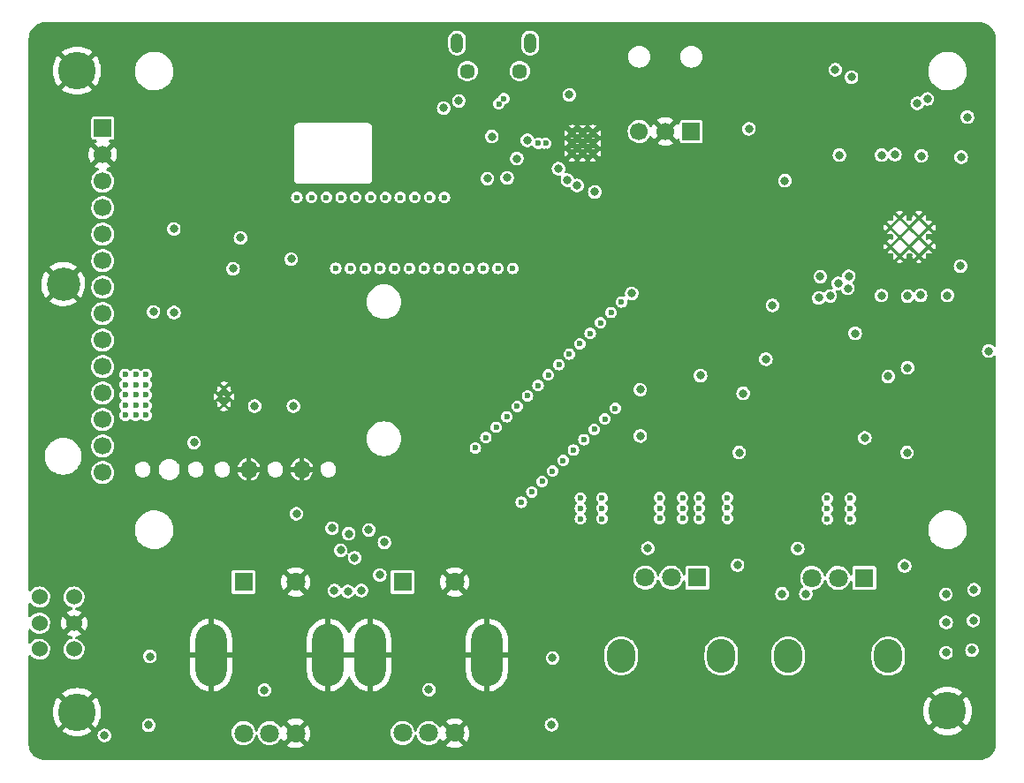
<source format=gbr>
%TF.GenerationSoftware,KiCad,Pcbnew,(6.0.10)*%
%TF.CreationDate,2023-12-08T02:10:06-05:00*%
%TF.ProjectId,Ultrasonic Sound Steering - Remote Rev. A,556c7472-6173-46f6-9e69-6320536f756e,rev?*%
%TF.SameCoordinates,Original*%
%TF.FileFunction,Copper,L3,Inr*%
%TF.FilePolarity,Positive*%
%FSLAX46Y46*%
G04 Gerber Fmt 4.6, Leading zero omitted, Abs format (unit mm)*
G04 Created by KiCad (PCBNEW (6.0.10)) date 2023-12-08 02:10:06*
%MOMM*%
%LPD*%
G01*
G04 APERTURE LIST*
%TA.AperFunction,ComponentPad*%
%ADD10R,1.800000X1.800000*%
%TD*%
%TA.AperFunction,ComponentPad*%
%ADD11C,1.800000*%
%TD*%
%TA.AperFunction,ComponentPad*%
%ADD12O,3.000000X6.000000*%
%TD*%
%TA.AperFunction,ComponentPad*%
%ADD13C,3.600000*%
%TD*%
%TA.AperFunction,ComponentPad*%
%ADD14R,1.700000X1.700000*%
%TD*%
%TA.AperFunction,ComponentPad*%
%ADD15C,1.700000*%
%TD*%
%TA.AperFunction,ComponentPad*%
%ADD16C,1.524000*%
%TD*%
%TA.AperFunction,ComponentPad*%
%ADD17O,2.720000X3.240000*%
%TD*%
%TA.AperFunction,ComponentPad*%
%ADD18C,0.300000*%
%TD*%
%TA.AperFunction,ComponentPad*%
%ADD19O,1.700000X1.700000*%
%TD*%
%TA.AperFunction,ComponentPad*%
%ADD20C,3.200000*%
%TD*%
%TA.AperFunction,ComponentPad*%
%ADD21C,1.450000*%
%TD*%
%TA.AperFunction,ComponentPad*%
%ADD22O,1.200000X1.900000*%
%TD*%
%TA.AperFunction,ComponentPad*%
%ADD23C,0.500000*%
%TD*%
%TA.AperFunction,ViaPad*%
%ADD24C,0.800000*%
%TD*%
%TA.AperFunction,ViaPad*%
%ADD25C,0.600000*%
%TD*%
G04 APERTURE END LIST*
D10*
%TO.N,Sel2_*%
%TO.C,SW1*%
X121490000Y-96582500D03*
D11*
%TO.N,GND*%
X126490000Y-96582500D03*
%TO.N,Net-(D8-Pad2)*%
X121490000Y-111082500D03*
%TO.N,GND*%
X126490000Y-111082500D03*
%TO.N,Net-(D12-Pad2)*%
X123990000Y-111082500D03*
D12*
%TO.N,GND*%
X118390000Y-103582500D03*
X129590000Y-103582500D03*
%TD*%
D10*
%TO.N,Sel1_*%
%TO.C,SW2*%
X136730000Y-96580000D03*
D11*
%TO.N,GND*%
X141730000Y-96580000D03*
%TO.N,Net-(D5-Pad2)*%
X136730000Y-111080000D03*
%TO.N,GND*%
X141730000Y-111080000D03*
%TO.N,Net-(D6-Pad2)*%
X139230000Y-111080000D03*
D12*
%TO.N,GND*%
X133630000Y-103580000D03*
X144830000Y-103580000D03*
%TD*%
D13*
%TO.N,GND*%
%TO.C,H3*%
X188960999Y-108957999D03*
%TD*%
D14*
%TO.N,+3V3*%
%TO.C,J4*%
X108011999Y-53062999D03*
D15*
%TO.N,GND*%
X108008999Y-55601999D03*
%TO.N,Net-(J4-Pad3)*%
X108008999Y-58141999D03*
%TO.N,Net-(J4-Pad4)*%
X108008999Y-60681999D03*
%TO.N,Net-(J4-Pad5)*%
X108008999Y-63221999D03*
%TO.N,Net-(J4-Pad6)*%
X108008999Y-65761999D03*
%TO.N,Net-(J4-Pad7)*%
X108008999Y-68301999D03*
%TO.N,TFT_LED*%
X108008999Y-70838999D03*
%TO.N,Net-(J4-Pad9)*%
X108008999Y-73378999D03*
%TO.N,unconnected-(J4-Pad10)*%
X108008999Y-75918999D03*
%TO.N,unconnected-(J4-Pad11)*%
X108008999Y-78458999D03*
%TO.N,unconnected-(J4-Pad12)*%
X108008999Y-80998999D03*
%TO.N,unconnected-(J4-Pad13)*%
X108008999Y-83538999D03*
%TO.N,unconnected-(J4-Pad14)*%
X108008999Y-86078999D03*
%TD*%
D13*
%TO.N,GND*%
%TO.C,H1*%
X105539000Y-47538999D03*
%TD*%
%TO.N,GND*%
%TO.C,H2*%
X105538999Y-109060999D03*
%TD*%
D16*
%TO.N,Net-(R4-Pad1)*%
%TO.C,S1*%
X101950000Y-98035400D03*
%TO.N,VBAT*%
X101950000Y-100535400D03*
%TO.N,unconnected-(S1-Pad3)*%
X101950000Y-103035400D03*
%TO.N,unconnected-(S1-Pad4)*%
X105250000Y-98035400D03*
%TO.N,GND*%
X105250000Y-100535400D03*
%TO.N,Net-(R1-Pad2)*%
X105250000Y-103035400D03*
%TD*%
D17*
%TO.N,*%
%TO.C,RV2*%
X183285400Y-103692800D03*
X173685400Y-103692800D03*
D10*
%TO.N,Net-(R14-Pad2)*%
X180985400Y-96192800D03*
D11*
%TO.N,Net-(C18-Pad2)*%
X178485400Y-96192800D03*
%TO.N,Net-(R15-Pad1)*%
X175985400Y-96192800D03*
%TD*%
D18*
%TO.N,GND*%
%TO.C,U3*%
X119977182Y-78780000D03*
X119277182Y-78780000D03*
X119627182Y-78030000D03*
X119627182Y-79530000D03*
%TD*%
D17*
%TO.N,*%
%TO.C,RV1*%
X157685400Y-103675000D03*
X167285400Y-103675000D03*
D10*
%TO.N,Net-(R2-Pad2)*%
X164985400Y-96175000D03*
D11*
%TO.N,Net-(C3-Pad2)*%
X162485400Y-96175000D03*
%TO.N,Net-(R3-Pad1)*%
X159985400Y-96175000D03*
%TD*%
D19*
%TO.N,GND*%
%TO.C,J1*%
X121997144Y-85792499D03*
X127077144Y-85792499D03*
D20*
X104217144Y-68013899D03*
%TD*%
D14*
%TO.N,RX2*%
%TO.C,J2*%
X164410000Y-53380001D03*
D15*
%TO.N,GND*%
X161910000Y-53380001D03*
%TO.N,TX2*%
X159410000Y-53380001D03*
%TD*%
D21*
%TO.N,Net-(J3-Pad6)*%
%TO.C,J3*%
X147970000Y-47582500D03*
D22*
X148970000Y-44882500D03*
D21*
X142970000Y-47582500D03*
D22*
X141970000Y-44882500D03*
%TD*%
D18*
%TO.N,GND*%
%TO.C,U7*%
X187145000Y-64407500D03*
X187145000Y-62572500D03*
X186227500Y-65325000D03*
X186227500Y-63490000D03*
X186227500Y-61655000D03*
X185310000Y-64407500D03*
X185310000Y-62572500D03*
X184392500Y-65325000D03*
X184392500Y-63490000D03*
X184392500Y-61655000D03*
X183475000Y-64407500D03*
X183475000Y-62572500D03*
%TD*%
D23*
%TO.N,GND*%
%TO.C,U6*%
X154990000Y-53500000D03*
X153990000Y-55500000D03*
X152990000Y-55500000D03*
X154990000Y-55500000D03*
X153990000Y-54500000D03*
X154990000Y-54500000D03*
X153990000Y-53500000D03*
X152990000Y-53500000D03*
X152990000Y-54500000D03*
%TD*%
D24*
%TO.N,GND*%
X180567655Y-77497655D03*
D25*
X145032000Y-72854000D03*
X120370000Y-75180000D03*
D24*
X185034500Y-81290000D03*
X176190000Y-99720000D03*
X137975001Y-53785001D03*
D25*
X143916944Y-57983056D03*
X151750000Y-58600000D03*
D24*
X120370000Y-62735500D03*
X192830000Y-67320000D03*
D25*
X177272379Y-47304401D03*
D24*
X162984499Y-99200001D03*
X161370000Y-75520000D03*
D25*
X120780000Y-81040000D03*
D24*
X192830000Y-60120000D03*
X178989999Y-99289999D03*
X124197182Y-75390000D03*
D25*
X143618000Y-75682000D03*
D24*
X150130000Y-47320000D03*
D25*
X145032000Y-75682000D03*
D24*
X161998935Y-82589500D03*
X125125000Y-107030000D03*
X176904750Y-81347375D03*
D25*
X147490000Y-50264500D03*
X147000000Y-46382500D03*
D24*
X110865000Y-103800000D03*
D25*
X177960000Y-46520000D03*
D24*
X148060000Y-50790000D03*
D25*
X138310000Y-107110000D03*
X126560000Y-89050000D03*
X177500000Y-66694500D03*
X132390000Y-92500000D03*
X118940000Y-76360000D03*
D24*
X190040000Y-77400000D03*
D25*
X163600000Y-91590000D03*
D24*
X192830000Y-64920000D03*
X116520000Y-62174500D03*
D25*
X188800000Y-104420000D03*
X143618000Y-71440000D03*
X152844977Y-48755023D03*
D24*
X178500000Y-77189500D03*
X120770000Y-71010000D03*
X185034500Y-82710000D03*
X140812500Y-106986250D03*
D25*
X174570000Y-92410000D03*
X192090000Y-102330000D03*
X142204000Y-71440000D03*
X140790000Y-72854000D03*
X165180000Y-91590000D03*
X192076737Y-96557716D03*
D24*
X113670000Y-75260000D03*
X141618698Y-54708698D03*
D25*
X188010000Y-50220000D03*
X175530000Y-93370000D03*
D24*
X112620001Y-82299999D03*
D25*
X175440000Y-98660000D03*
X177430000Y-87460000D03*
X159250000Y-93340000D03*
X119577182Y-81040000D03*
X185385535Y-51325500D03*
X179040000Y-46970000D03*
D24*
X186367500Y-67585000D03*
D25*
X115770000Y-70890000D03*
D24*
X172155400Y-94975002D03*
D25*
X140790000Y-75682000D03*
D24*
X122500000Y-88000000D03*
X186977500Y-77360000D03*
D25*
X143618000Y-72854000D03*
D24*
X163505001Y-79180001D03*
D25*
X175250000Y-69880000D03*
X145810879Y-57849064D03*
D24*
X168939999Y-75320000D03*
X192830000Y-57720000D03*
D25*
X163570000Y-87440000D03*
D24*
X143150000Y-50700000D03*
D25*
X113340000Y-110380000D03*
D24*
X188507500Y-77445000D03*
X155360000Y-47280000D03*
X150491379Y-55402105D03*
D25*
X185770000Y-68330000D03*
D24*
X168886635Y-82656635D03*
X192830000Y-56520000D03*
X137428191Y-89850001D03*
X180470000Y-66874500D03*
D25*
X142204000Y-74268000D03*
D24*
X138735002Y-47015000D03*
D25*
X119587182Y-82310000D03*
X173450000Y-57134500D03*
X150250000Y-111000000D03*
D24*
X115150000Y-75320000D03*
X141664999Y-53735001D03*
X168950001Y-81290001D03*
D25*
X113440000Y-104000000D03*
D24*
X116430000Y-69960000D03*
D25*
X120400000Y-73970000D03*
X118350000Y-81040000D03*
X140790000Y-74268000D03*
X177270000Y-68320000D03*
X184950000Y-68220000D03*
D24*
X192830000Y-63720000D03*
D25*
X155840000Y-87440000D03*
X145032000Y-74268000D03*
X132560000Y-98320000D03*
X161360000Y-87430000D03*
X118920000Y-73920000D03*
X167840000Y-95100000D03*
X192100000Y-99580000D03*
D24*
X125680000Y-75400000D03*
X192830000Y-66120000D03*
X185099998Y-78659999D03*
D25*
X177520000Y-55710000D03*
X152050000Y-103960000D03*
D24*
X116610000Y-75370000D03*
D25*
X145032000Y-71440000D03*
D24*
X186230000Y-95090000D03*
D25*
X119550000Y-66480000D03*
X185018056Y-55568056D03*
X177450000Y-91640000D03*
D24*
X192815000Y-55535000D03*
X149359999Y-110404689D03*
D25*
X156270000Y-59150000D03*
D24*
X122727182Y-75430000D03*
X156130000Y-94954998D03*
D25*
X143618000Y-74268000D03*
X118930000Y-75200000D03*
D24*
X192810000Y-52290000D03*
D25*
X167880000Y-91570000D03*
D24*
X137990000Y-55170000D03*
D25*
X113840000Y-62660000D03*
D24*
X192815000Y-69485000D03*
D25*
X170740000Y-53650000D03*
X179830000Y-47240000D03*
X161380000Y-91590000D03*
X153800000Y-91590000D03*
D24*
X191540000Y-77360000D03*
X159783885Y-99120615D03*
D25*
X181570000Y-55830000D03*
X191200000Y-51080000D03*
D24*
X181709999Y-77058998D03*
X161961611Y-80248282D03*
D25*
X122540000Y-107060000D03*
X142204000Y-72854000D03*
X178030000Y-67110000D03*
D24*
X192830000Y-58920000D03*
X192830000Y-62520000D03*
X192820000Y-72930000D03*
D25*
X111990000Y-71050000D03*
X167850000Y-87420000D03*
D24*
X151460000Y-51580000D03*
D25*
X150660000Y-57620000D03*
D24*
X192830000Y-61320000D03*
D25*
X173110000Y-98690000D03*
X148530000Y-56410000D03*
X192630000Y-75340000D03*
X179670000Y-91640000D03*
D24*
X163525000Y-85150000D03*
D25*
X142204000Y-75682000D03*
X140010000Y-50500000D03*
D24*
X110750000Y-110500000D03*
D25*
X155870000Y-91570000D03*
D24*
X149454999Y-104006001D03*
D25*
X120360000Y-76370000D03*
X182530000Y-77470000D03*
X140790000Y-71440000D03*
X165160000Y-87430000D03*
X160200000Y-92390000D03*
D24*
X123037182Y-80940000D03*
D25*
X133060000Y-93920000D03*
X135080000Y-95140000D03*
X153780000Y-87450000D03*
D24*
X192830000Y-68520000D03*
X140920000Y-48570000D03*
D25*
X127000000Y-65730000D03*
X131720000Y-93360000D03*
X130790000Y-98180000D03*
D24*
X129000000Y-97350000D03*
D25*
X189670667Y-56558785D03*
D24*
X148940000Y-50364500D03*
D25*
X179640000Y-87470000D03*
D24*
X189030000Y-67510000D03*
D25*
X180720000Y-47930000D03*
X151360000Y-57900000D03*
D24*
X179550000Y-85275000D03*
X173185500Y-68216227D03*
D25*
X168720000Y-85040000D03*
D24*
X137386595Y-91340001D03*
D25*
X180820000Y-48810000D03*
X158530023Y-82350023D03*
D24*
X168929999Y-76725500D03*
D25*
X184820000Y-85080000D03*
D24*
%TO.N,TFT_CS~*%
X178609943Y-55639943D03*
%TO.N,TFT_DC*%
X173378392Y-58081298D03*
%TO.N,TFT_MOSI*%
X190870000Y-51990000D03*
%TO.N,TFT_SCK*%
X182650000Y-55640000D03*
%TO.N,TFT_MISO*%
X183919999Y-55589999D03*
%TO.N,Enc1A_*%
X132790919Y-97391998D03*
%TO.N,Enc1B_*%
X131500000Y-97490000D03*
%TO.N,Enc2A_*%
X126570000Y-90040000D03*
%TO.N,Enc2B_*%
X130204600Y-97395400D03*
%TO.N,LB*%
X174600000Y-93370000D03*
X180110001Y-72735309D03*
%TO.N,Net-(D3-Pad1)*%
X188830000Y-100460000D03*
%TO.N,MCU_HB*%
X179498752Y-67272160D03*
X160240000Y-93340000D03*
%TO.N,ADC0*%
X169000000Y-84170000D03*
X182630000Y-69110000D03*
%TO.N,ADC1*%
X186377500Y-69085000D03*
X169381002Y-78499999D03*
%TO.N,Net-(C6-Pad2)*%
X159510000Y-78130000D03*
%TO.N,TFT_RST*%
X190273767Y-55825420D03*
X120497937Y-66534508D03*
%TO.N,TFT_ON{slash}PWM_BL_CTRL*%
X126062500Y-65612500D03*
X186453077Y-55711614D03*
%TO.N,RX2*%
X179758528Y-48169863D03*
%TO.N,TX2*%
X178214533Y-47444533D03*
%TO.N,Net-(D4-Pad1)*%
X188800000Y-97760000D03*
%TO.N,Net-(Q1-Pad3)*%
X173099999Y-97719999D03*
X175384532Y-97712119D03*
%TO.N,Enc1A*%
X134550000Y-95910000D03*
X176771394Y-67303341D03*
%TO.N,Enc1B*%
X132150000Y-94260000D03*
X172194782Y-70045218D03*
%TO.N,/VIN*%
X126287182Y-79710000D03*
X122567182Y-79710000D03*
%TO.N,Enc2A*%
X129973688Y-91421002D03*
X177717835Y-69157257D03*
%TO.N,Enc2B*%
X130810000Y-93545500D03*
X176630000Y-69340000D03*
%TO.N,Sel1*%
X133510309Y-91595000D03*
X179415500Y-68430000D03*
%TO.N,Sel2*%
X131585000Y-91955000D03*
X178481539Y-67945265D03*
%TO.N,Net-(D14-Pad1)*%
X188820000Y-103360000D03*
%TO.N,Net-(J4-Pad5)*%
X121210000Y-63565500D03*
%TO.N,ADC2*%
X188950000Y-69090000D03*
X185080000Y-84170000D03*
%TO.N,EN_*%
X158700000Y-68900000D03*
X190210000Y-66280000D03*
%TO.N,IO0*%
X140670000Y-51120000D03*
X169929999Y-53129999D03*
D25*
%TO.N,+3V3*%
X112170000Y-78650000D03*
X156720000Y-70730000D03*
X148720000Y-78730000D03*
X111170000Y-78650000D03*
D24*
X123500000Y-106955000D03*
D25*
X143058000Y-66500000D03*
X110160000Y-76670000D03*
D24*
X148690000Y-54220000D03*
D25*
X145720000Y-81730000D03*
X155120000Y-81940000D03*
X110170000Y-77650000D03*
X161370000Y-90500000D03*
X138816000Y-66500000D03*
X153720000Y-73730000D03*
X112170000Y-79650000D03*
X148120000Y-88940000D03*
D24*
X185120000Y-76030500D03*
X112409999Y-110314689D03*
D25*
X163580000Y-90500000D03*
X145886000Y-66500000D03*
X111170000Y-79650000D03*
X163580000Y-88500000D03*
X150720000Y-76730000D03*
X139336000Y-59700000D03*
X151720000Y-75730000D03*
X112170000Y-77650000D03*
X157120000Y-79940000D03*
X153790000Y-88530000D03*
X179650000Y-89550000D03*
X152120000Y-84940000D03*
X161370000Y-89500000D03*
D24*
X139262500Y-106911250D03*
X116750000Y-83220002D03*
X114840000Y-70740000D03*
X168835398Y-94967082D03*
D25*
X177440000Y-88550000D03*
X179650000Y-90550000D03*
X155720000Y-71730000D03*
X140230000Y-66500000D03*
X163580000Y-89500000D03*
X165170000Y-90500000D03*
X152720000Y-74730000D03*
X154720000Y-72730000D03*
X111160000Y-76670000D03*
X137922000Y-59700000D03*
X177440000Y-89550000D03*
D24*
X191438155Y-100286639D03*
X183280000Y-76870000D03*
D25*
X129438000Y-59700000D03*
X111170000Y-80600000D03*
D24*
X114820000Y-62720000D03*
X151115001Y-103869999D03*
D25*
X133680000Y-59700000D03*
D24*
X112870000Y-70680000D03*
X112531942Y-103722536D03*
D25*
X167860000Y-88480000D03*
X143720000Y-83730000D03*
X167860000Y-90480000D03*
X151120000Y-85940000D03*
X144720000Y-82730000D03*
X130852000Y-59700000D03*
X112160000Y-76670000D03*
X111170000Y-77650000D03*
X130332000Y-66500000D03*
X134574000Y-66500000D03*
X112170000Y-80600000D03*
X153790000Y-89530000D03*
X132266000Y-59700000D03*
X149720000Y-77730000D03*
D24*
X135000000Y-92790000D03*
D25*
X144472000Y-66500000D03*
D24*
X151012501Y-110263513D03*
D25*
X126610000Y-59700000D03*
X149120000Y-87940000D03*
X131746000Y-66500000D03*
X110170000Y-79650000D03*
X137402000Y-66500000D03*
X146720000Y-80730000D03*
D24*
X192911248Y-74430000D03*
D25*
X179650000Y-88550000D03*
X153120000Y-83940000D03*
X161370000Y-88500000D03*
X177440000Y-90550000D03*
X140750000Y-59700000D03*
D24*
X108170000Y-111300000D03*
D25*
X133160000Y-66500000D03*
X128024000Y-59700000D03*
X135094000Y-59700000D03*
X155850000Y-88510000D03*
X154120000Y-82940000D03*
X110170000Y-78650000D03*
X147720000Y-79730000D03*
X155850000Y-90510000D03*
X110170000Y-80600000D03*
X153790000Y-90530000D03*
X165170000Y-89500000D03*
D24*
X191300000Y-103110000D03*
X171560000Y-75210000D03*
D25*
X165170000Y-88500000D03*
X156120000Y-80940000D03*
X147300000Y-66500000D03*
X155850000Y-89510000D03*
X136508000Y-59700000D03*
D24*
X165300001Y-76780001D03*
D25*
X167860000Y-89480000D03*
X141644000Y-66500000D03*
D24*
X184845400Y-95047082D03*
D25*
X135988000Y-66500000D03*
X150120000Y-86940000D03*
D24*
X181035001Y-82759999D03*
D25*
X157720000Y-69730000D03*
D24*
X191498863Y-97311119D03*
%TO.N,VBUS*%
X152711920Y-49853070D03*
X142130000Y-50450000D03*
D25*
%TO.N,/D+*%
X150450000Y-54500000D03*
X146440000Y-50230000D03*
%TO.N,/D-*%
X145960000Y-50720000D03*
X149750000Y-54520000D03*
D24*
%TO.N,Net-(R4-Pad1)*%
X159525000Y-82575000D03*
%TO.N,DTR*%
X145300000Y-53858697D03*
X151680000Y-56950000D03*
X146760023Y-57822987D03*
%TO.N,RTS*%
X147692193Y-55963195D03*
X144862650Y-57898237D03*
X155161754Y-59178070D03*
%TO.N,Net-(R30-Pad2)*%
X185140000Y-69160000D03*
%TO.N,ESP32_TXD0*%
X153458272Y-58545500D03*
X186065088Y-50662354D03*
%TO.N,ESP32_RXD0*%
X152539795Y-58037704D03*
X187035377Y-50262362D03*
%TD*%
%TA.AperFunction,Conductor*%
%TO.N,GND*%
G36*
X191988704Y-42901997D02*
G01*
X192001387Y-42903968D01*
X192001388Y-42903968D01*
X192011183Y-42905490D01*
X192020969Y-42903911D01*
X192027415Y-42903892D01*
X192047301Y-42902984D01*
X192228712Y-42915457D01*
X192246555Y-42917975D01*
X192450919Y-42961916D01*
X192468219Y-42966953D01*
X192664231Y-43039600D01*
X192680623Y-43047049D01*
X192796632Y-43110134D01*
X192864266Y-43146913D01*
X192879435Y-43156628D01*
X193046957Y-43281670D01*
X193060578Y-43293444D01*
X193208545Y-43441099D01*
X193220358Y-43454707D01*
X193345742Y-43621950D01*
X193355491Y-43637100D01*
X193455746Y-43820538D01*
X193463231Y-43836920D01*
X193536288Y-44032770D01*
X193541362Y-44050060D01*
X193585732Y-44254318D01*
X193588289Y-44272157D01*
X193601148Y-44453580D01*
X193600286Y-44473357D01*
X193600281Y-44479882D01*
X193598722Y-44489674D01*
X193602127Y-44511287D01*
X193602170Y-44511557D01*
X193603706Y-44531193D01*
X193601241Y-56278878D01*
X193597547Y-73889197D01*
X193577531Y-73957314D01*
X193523865Y-74003796D01*
X193453589Y-74013885D01*
X193387728Y-73983247D01*
X193290896Y-73896972D01*
X193290893Y-73896970D01*
X193285224Y-73891919D01*
X193146079Y-73818245D01*
X193129370Y-73814048D01*
X193000746Y-73781740D01*
X193000744Y-73781740D01*
X192993376Y-73779889D01*
X192985778Y-73779849D01*
X192985776Y-73779849D01*
X192918567Y-73779497D01*
X192835932Y-73779065D01*
X192828553Y-73780837D01*
X192828549Y-73780837D01*
X192690215Y-73814048D01*
X192690211Y-73814049D01*
X192682836Y-73815820D01*
X192599285Y-73858944D01*
X192555893Y-73881340D01*
X192542927Y-73888032D01*
X192537205Y-73893024D01*
X192537203Y-73893025D01*
X192430007Y-73986538D01*
X192430004Y-73986541D01*
X192424282Y-73991533D01*
X192411698Y-74009438D01*
X192347478Y-74100814D01*
X192333749Y-74120348D01*
X192276557Y-74267039D01*
X192274042Y-74286145D01*
X192260301Y-74390518D01*
X192256006Y-74423138D01*
X192273283Y-74579633D01*
X192327391Y-74727490D01*
X192331628Y-74733796D01*
X192331630Y-74733799D01*
X192371957Y-74793811D01*
X192415206Y-74858172D01*
X192461347Y-74900157D01*
X192496459Y-74932106D01*
X192531658Y-74964135D01*
X192553133Y-74975795D01*
X192663347Y-75035637D01*
X192663349Y-75035638D01*
X192670024Y-75039262D01*
X192677373Y-75041190D01*
X192814967Y-75077287D01*
X192814969Y-75077287D01*
X192822317Y-75079215D01*
X192905628Y-75080524D01*
X192972146Y-75081569D01*
X192972149Y-75081569D01*
X192979743Y-75081688D01*
X193133216Y-75046538D01*
X193273873Y-74975795D01*
X193389490Y-74877049D01*
X193454279Y-74848018D01*
X193524479Y-74858623D01*
X193577802Y-74905498D01*
X193597320Y-74972885D01*
X193597043Y-76293174D01*
X193597006Y-76468449D01*
X193597005Y-76468480D01*
X193596996Y-76468537D01*
X193597000Y-76497641D01*
X193596993Y-76531435D01*
X193597003Y-76531499D01*
X193597005Y-76531542D01*
X193601994Y-112037546D01*
X193601994Y-112040149D01*
X193600501Y-112059506D01*
X193597010Y-112081972D01*
X193598589Y-112091758D01*
X193598608Y-112098204D01*
X193599517Y-112118086D01*
X193590305Y-112252072D01*
X193587044Y-112299506D01*
X193584527Y-112317344D01*
X193547252Y-112490714D01*
X193540588Y-112521707D01*
X193535552Y-112539005D01*
X193493534Y-112652377D01*
X193462904Y-112735020D01*
X193455449Y-112751425D01*
X193355595Y-112935052D01*
X193345877Y-112950226D01*
X193220841Y-113117744D01*
X193209056Y-113131378D01*
X193061407Y-113279339D01*
X193047800Y-113291152D01*
X192880550Y-113416542D01*
X192865396Y-113426292D01*
X192681973Y-113526540D01*
X192665586Y-113534028D01*
X192469731Y-113607088D01*
X192452442Y-113612161D01*
X192248183Y-113656531D01*
X192230346Y-113659088D01*
X192048983Y-113671944D01*
X192028981Y-113671072D01*
X192022617Y-113671067D01*
X192012826Y-113669508D01*
X191990883Y-113672965D01*
X191971275Y-113674500D01*
X102541436Y-113674500D01*
X102521726Y-113672949D01*
X102509793Y-113671059D01*
X102500000Y-113669508D01*
X102490206Y-113671059D01*
X102485045Y-113671059D01*
X102463794Y-113671995D01*
X102397023Y-113667376D01*
X102288075Y-113659839D01*
X102270850Y-113657444D01*
X102071497Y-113615536D01*
X102054765Y-113610792D01*
X102044467Y-113607087D01*
X102016122Y-113596890D01*
X101863077Y-113541831D01*
X101847167Y-113534833D01*
X101666789Y-113440128D01*
X101651999Y-113431008D01*
X101486388Y-113312374D01*
X101472988Y-113301300D01*
X101325282Y-113160984D01*
X101313539Y-113148174D01*
X101186567Y-112988863D01*
X101176695Y-112974551D01*
X101150689Y-112930647D01*
X101144629Y-112920417D01*
X101072875Y-112799283D01*
X101065066Y-112783745D01*
X100986363Y-112595842D01*
X100980767Y-112579374D01*
X100928693Y-112382437D01*
X100925418Y-112365358D01*
X100910727Y-112243906D01*
X125693423Y-112243906D01*
X125698704Y-112250961D01*
X125875080Y-112354027D01*
X125884363Y-112358474D01*
X126091003Y-112437383D01*
X126100901Y-112440259D01*
X126317653Y-112484357D01*
X126327883Y-112485576D01*
X126548914Y-112493682D01*
X126559223Y-112493214D01*
X126778623Y-112465108D01*
X126788688Y-112462968D01*
X127000557Y-112399405D01*
X127010152Y-112395644D01*
X127208778Y-112298338D01*
X127217636Y-112293059D01*
X127275097Y-112252072D01*
X127283472Y-112241406D01*
X140933423Y-112241406D01*
X140938704Y-112248461D01*
X141115080Y-112351527D01*
X141124363Y-112355974D01*
X141331003Y-112434883D01*
X141340901Y-112437759D01*
X141557653Y-112481857D01*
X141567883Y-112483076D01*
X141788914Y-112491182D01*
X141799223Y-112490714D01*
X142018623Y-112462608D01*
X142028688Y-112460468D01*
X142240557Y-112396905D01*
X142250152Y-112393144D01*
X142448778Y-112295838D01*
X142457636Y-112290559D01*
X142515097Y-112249572D01*
X142523497Y-112238874D01*
X142516510Y-112225721D01*
X141742811Y-111452021D01*
X141728868Y-111444408D01*
X141727034Y-111444539D01*
X141720420Y-111448790D01*
X140940180Y-112229031D01*
X140933423Y-112241406D01*
X127283472Y-112241406D01*
X127283497Y-112241374D01*
X127276510Y-112228221D01*
X126502811Y-111454521D01*
X126488868Y-111446908D01*
X126487034Y-111447039D01*
X126480420Y-111451290D01*
X125700180Y-112231531D01*
X125693423Y-112243906D01*
X100910727Y-112243906D01*
X100904301Y-112190781D01*
X100904138Y-112168475D01*
X100903911Y-112164064D01*
X100904958Y-112154205D01*
X100902907Y-112144504D01*
X100902751Y-112141471D01*
X100900500Y-112119948D01*
X100900500Y-110865285D01*
X104100170Y-110865285D01*
X104106627Y-110874645D01*
X104127863Y-110893269D01*
X104134394Y-110898280D01*
X104379090Y-111061780D01*
X104386227Y-111065901D01*
X104650173Y-111196064D01*
X104657777Y-111199214D01*
X104936456Y-111293813D01*
X104944408Y-111295944D01*
X105233055Y-111353359D01*
X105241213Y-111354433D01*
X105534880Y-111373681D01*
X105543118Y-111373681D01*
X105836785Y-111354433D01*
X105844943Y-111353359D01*
X106133590Y-111295944D01*
X106141542Y-111293813D01*
X106143530Y-111293138D01*
X107514758Y-111293138D01*
X107532035Y-111449633D01*
X107586143Y-111597490D01*
X107590380Y-111603796D01*
X107590382Y-111603799D01*
X107603307Y-111623033D01*
X107673958Y-111728172D01*
X107790410Y-111834135D01*
X107797085Y-111837759D01*
X107922099Y-111905637D01*
X107922101Y-111905638D01*
X107928776Y-111909262D01*
X107936125Y-111911190D01*
X108073719Y-111947287D01*
X108073721Y-111947287D01*
X108081069Y-111949215D01*
X108164380Y-111950524D01*
X108230898Y-111951569D01*
X108230901Y-111951569D01*
X108238495Y-111951688D01*
X108391968Y-111916538D01*
X108532625Y-111845795D01*
X108582708Y-111803020D01*
X108646574Y-111748474D01*
X108646576Y-111748471D01*
X108652348Y-111743542D01*
X108744224Y-111615683D01*
X108751477Y-111597642D01*
X108800114Y-111476652D01*
X108802950Y-111469598D01*
X108820823Y-111344015D01*
X108824553Y-111317807D01*
X108824553Y-111317804D01*
X108825134Y-111313723D01*
X108825278Y-111300000D01*
X108806363Y-111143694D01*
X108782119Y-111079534D01*
X108771811Y-111052254D01*
X120334967Y-111052254D01*
X120348796Y-111263249D01*
X120350217Y-111268845D01*
X120350218Y-111268850D01*
X120399424Y-111462595D01*
X120400845Y-111468190D01*
X120403262Y-111473433D01*
X120486951Y-111654969D01*
X120489369Y-111660214D01*
X120611405Y-111832891D01*
X120762865Y-111980437D01*
X120767661Y-111983642D01*
X120767664Y-111983644D01*
X120881212Y-112059514D01*
X120938677Y-112097911D01*
X120943985Y-112100192D01*
X120943986Y-112100192D01*
X121127650Y-112179100D01*
X121127653Y-112179101D01*
X121132953Y-112181378D01*
X121138582Y-112182652D01*
X121138583Y-112182652D01*
X121333550Y-112226769D01*
X121333553Y-112226769D01*
X121339186Y-112228044D01*
X121344957Y-112228271D01*
X121344959Y-112228271D01*
X121406989Y-112230708D01*
X121550470Y-112236346D01*
X121556179Y-112235518D01*
X121556183Y-112235518D01*
X121754015Y-112206833D01*
X121754019Y-112206832D01*
X121759730Y-112206004D01*
X121846352Y-112176600D01*
X121954483Y-112139895D01*
X121954488Y-112139893D01*
X121959955Y-112138037D01*
X121964998Y-112135213D01*
X122139395Y-112037546D01*
X122139399Y-112037543D01*
X122144442Y-112034719D01*
X122307012Y-111899512D01*
X122442219Y-111736942D01*
X122445043Y-111731899D01*
X122445046Y-111731895D01*
X122542713Y-111557498D01*
X122542714Y-111557496D01*
X122545537Y-111552455D01*
X122547393Y-111546988D01*
X122547395Y-111546983D01*
X122602035Y-111386017D01*
X122613504Y-111352230D01*
X122616334Y-111332713D01*
X122645905Y-111268167D01*
X122705677Y-111229855D01*
X122776673Y-111229941D01*
X122836353Y-111268396D01*
X122863153Y-111319779D01*
X122899423Y-111462593D01*
X122899424Y-111462595D01*
X122900845Y-111468190D01*
X122903262Y-111473433D01*
X122986951Y-111654969D01*
X122989369Y-111660214D01*
X123111405Y-111832891D01*
X123262865Y-111980437D01*
X123267661Y-111983642D01*
X123267664Y-111983644D01*
X123381212Y-112059514D01*
X123438677Y-112097911D01*
X123443985Y-112100192D01*
X123443986Y-112100192D01*
X123627650Y-112179100D01*
X123627653Y-112179101D01*
X123632953Y-112181378D01*
X123638582Y-112182652D01*
X123638583Y-112182652D01*
X123833550Y-112226769D01*
X123833553Y-112226769D01*
X123839186Y-112228044D01*
X123844957Y-112228271D01*
X123844959Y-112228271D01*
X123906989Y-112230708D01*
X124050470Y-112236346D01*
X124056179Y-112235518D01*
X124056183Y-112235518D01*
X124254015Y-112206833D01*
X124254019Y-112206832D01*
X124259730Y-112206004D01*
X124346352Y-112176600D01*
X124454483Y-112139895D01*
X124454488Y-112139893D01*
X124459955Y-112138037D01*
X124464998Y-112135213D01*
X124639395Y-112037546D01*
X124639399Y-112037543D01*
X124644442Y-112034719D01*
X124807012Y-111899512D01*
X124942219Y-111736942D01*
X124984458Y-111661519D01*
X125035195Y-111611858D01*
X125104727Y-111597511D01*
X125170978Y-111623033D01*
X125211135Y-111675682D01*
X125226989Y-111714726D01*
X125231634Y-111723921D01*
X125320097Y-111868281D01*
X125330553Y-111877742D01*
X125339331Y-111873958D01*
X126117979Y-111095311D01*
X126124356Y-111083632D01*
X126854408Y-111083632D01*
X126854539Y-111085466D01*
X126858790Y-111092080D01*
X127636307Y-111869596D01*
X127648313Y-111876152D01*
X127660052Y-111867184D01*
X127698010Y-111814359D01*
X127703321Y-111805520D01*
X127801318Y-111607237D01*
X127805117Y-111597642D01*
X127869415Y-111386017D01*
X127871594Y-111375936D01*
X127900702Y-111154838D01*
X127901221Y-111148163D01*
X127902744Y-111085864D01*
X127902550Y-111079146D01*
X127900134Y-111049754D01*
X135574967Y-111049754D01*
X135588796Y-111260749D01*
X135590217Y-111266345D01*
X135590218Y-111266350D01*
X135639424Y-111460095D01*
X135640845Y-111465690D01*
X135643262Y-111470933D01*
X135712228Y-111620533D01*
X135729369Y-111657714D01*
X135851405Y-111830391D01*
X135862152Y-111840860D01*
X135975798Y-111951569D01*
X136002865Y-111977937D01*
X136007661Y-111981142D01*
X136007664Y-111981144D01*
X136108693Y-112048649D01*
X136178677Y-112095411D01*
X136183985Y-112097692D01*
X136183986Y-112097692D01*
X136367650Y-112176600D01*
X136367653Y-112176601D01*
X136372953Y-112178878D01*
X136378582Y-112180152D01*
X136378583Y-112180152D01*
X136573550Y-112224269D01*
X136573553Y-112224269D01*
X136579186Y-112225544D01*
X136584957Y-112225771D01*
X136584959Y-112225771D01*
X136642810Y-112228044D01*
X136790470Y-112233846D01*
X136796179Y-112233018D01*
X136796183Y-112233018D01*
X136994015Y-112204333D01*
X136994019Y-112204332D01*
X136999730Y-112203504D01*
X137079052Y-112176578D01*
X137194483Y-112137395D01*
X137194488Y-112137393D01*
X137199955Y-112135537D01*
X137204998Y-112132713D01*
X137379395Y-112035046D01*
X137379399Y-112035043D01*
X137384442Y-112032219D01*
X137547012Y-111897012D01*
X137682219Y-111734442D01*
X137685043Y-111729399D01*
X137685046Y-111729395D01*
X137782713Y-111554998D01*
X137782714Y-111554996D01*
X137785537Y-111549955D01*
X137787393Y-111544488D01*
X137787395Y-111544483D01*
X137845457Y-111373436D01*
X137853504Y-111349730D01*
X137855972Y-111332713D01*
X137856334Y-111330213D01*
X137885905Y-111265667D01*
X137945677Y-111227355D01*
X138016673Y-111227441D01*
X138076353Y-111265896D01*
X138103153Y-111317279D01*
X138139423Y-111460093D01*
X138139424Y-111460095D01*
X138140845Y-111465690D01*
X138143262Y-111470933D01*
X138212228Y-111620533D01*
X138229369Y-111657714D01*
X138351405Y-111830391D01*
X138362152Y-111840860D01*
X138475798Y-111951569D01*
X138502865Y-111977937D01*
X138507661Y-111981142D01*
X138507664Y-111981144D01*
X138608693Y-112048649D01*
X138678677Y-112095411D01*
X138683985Y-112097692D01*
X138683986Y-112097692D01*
X138867650Y-112176600D01*
X138867653Y-112176601D01*
X138872953Y-112178878D01*
X138878582Y-112180152D01*
X138878583Y-112180152D01*
X139073550Y-112224269D01*
X139073553Y-112224269D01*
X139079186Y-112225544D01*
X139084957Y-112225771D01*
X139084959Y-112225771D01*
X139142810Y-112228044D01*
X139290470Y-112233846D01*
X139296179Y-112233018D01*
X139296183Y-112233018D01*
X139494015Y-112204333D01*
X139494019Y-112204332D01*
X139499730Y-112203504D01*
X139579052Y-112176578D01*
X139694483Y-112137395D01*
X139694488Y-112137393D01*
X139699955Y-112135537D01*
X139704998Y-112132713D01*
X139879395Y-112035046D01*
X139879399Y-112035043D01*
X139884442Y-112032219D01*
X140047012Y-111897012D01*
X140182219Y-111734442D01*
X140224458Y-111659019D01*
X140275195Y-111609358D01*
X140344727Y-111595011D01*
X140410978Y-111620533D01*
X140451135Y-111673182D01*
X140466989Y-111712226D01*
X140471634Y-111721421D01*
X140560097Y-111865781D01*
X140570553Y-111875242D01*
X140579331Y-111871458D01*
X141357979Y-111092811D01*
X141364356Y-111081132D01*
X142094408Y-111081132D01*
X142094539Y-111082966D01*
X142098790Y-111089580D01*
X142876307Y-111867096D01*
X142888313Y-111873652D01*
X142900052Y-111864684D01*
X142938010Y-111811859D01*
X142943321Y-111803020D01*
X143041318Y-111604737D01*
X143045117Y-111595142D01*
X143109415Y-111383517D01*
X143111594Y-111373436D01*
X143140702Y-111152338D01*
X143141221Y-111145663D01*
X143142744Y-111083364D01*
X143142550Y-111076646D01*
X143124279Y-110854400D01*
X143122596Y-110844238D01*
X143068710Y-110629708D01*
X143065389Y-110619953D01*
X142977193Y-110417118D01*
X142972315Y-110408020D01*
X142899224Y-110295038D01*
X142888538Y-110285835D01*
X142878973Y-110290238D01*
X142102021Y-111067189D01*
X142094408Y-111081132D01*
X141364356Y-111081132D01*
X141365592Y-111078868D01*
X141365461Y-111077034D01*
X141361210Y-111070420D01*
X140583862Y-110293073D01*
X140572330Y-110286776D01*
X140560048Y-110296399D01*
X140504467Y-110377877D01*
X140499379Y-110386833D01*
X140451031Y-110490992D01*
X140404207Y-110544359D01*
X140335964Y-110563940D01*
X140267968Y-110543517D01*
X140223739Y-110493674D01*
X140217723Y-110481475D01*
X140217718Y-110481466D01*
X140215165Y-110476290D01*
X140088651Y-110306867D01*
X139933381Y-110163337D01*
X139754554Y-110050505D01*
X139558160Y-109972152D01*
X139552503Y-109971027D01*
X139552497Y-109971025D01*
X139356442Y-109932028D01*
X139356440Y-109932028D01*
X139350775Y-109930901D01*
X139345000Y-109930825D01*
X139344996Y-109930825D01*
X139238976Y-109929437D01*
X139139346Y-109928133D01*
X139133649Y-109929112D01*
X139133648Y-109929112D01*
X138936650Y-109962962D01*
X138936649Y-109962962D01*
X138930953Y-109963941D01*
X138732575Y-110037127D01*
X138727614Y-110040079D01*
X138727613Y-110040079D01*
X138613312Y-110108081D01*
X138550856Y-110145238D01*
X138391881Y-110284655D01*
X138260976Y-110450708D01*
X138258287Y-110455819D01*
X138258285Y-110455822D01*
X138235094Y-110499902D01*
X138162523Y-110637836D01*
X138099820Y-110839773D01*
X138097944Y-110839191D01*
X138068401Y-110893906D01*
X138006249Y-110928224D01*
X137935410Y-110923492D01*
X137878375Y-110881214D01*
X137857618Y-110839432D01*
X137845166Y-110795280D01*
X137808686Y-110665931D01*
X137801243Y-110650837D01*
X137717719Y-110481469D01*
X137715165Y-110476290D01*
X137588651Y-110306867D01*
X137433381Y-110163337D01*
X137254554Y-110050505D01*
X137058160Y-109972152D01*
X137052503Y-109971027D01*
X137052497Y-109971025D01*
X136856442Y-109932028D01*
X136856440Y-109932028D01*
X136850775Y-109930901D01*
X136845000Y-109930825D01*
X136844996Y-109930825D01*
X136738976Y-109929437D01*
X136639346Y-109928133D01*
X136633649Y-109929112D01*
X136633648Y-109929112D01*
X136436650Y-109962962D01*
X136436649Y-109962962D01*
X136430953Y-109963941D01*
X136232575Y-110037127D01*
X136227614Y-110040079D01*
X136227613Y-110040079D01*
X136113312Y-110108081D01*
X136050856Y-110145238D01*
X135891881Y-110284655D01*
X135760976Y-110450708D01*
X135758287Y-110455819D01*
X135758285Y-110455822D01*
X135735094Y-110499902D01*
X135662523Y-110637836D01*
X135599820Y-110839773D01*
X135574967Y-111049754D01*
X127900134Y-111049754D01*
X127884279Y-110856900D01*
X127882596Y-110846738D01*
X127828710Y-110632208D01*
X127825389Y-110622453D01*
X127737193Y-110419618D01*
X127732315Y-110410520D01*
X127659224Y-110297538D01*
X127648538Y-110288335D01*
X127638973Y-110292738D01*
X126862021Y-111069689D01*
X126854408Y-111083632D01*
X126124356Y-111083632D01*
X126125592Y-111081368D01*
X126125461Y-111079534D01*
X126121210Y-111072920D01*
X125343862Y-110295573D01*
X125332330Y-110289276D01*
X125320048Y-110298899D01*
X125264467Y-110380377D01*
X125259379Y-110389333D01*
X125211031Y-110493492D01*
X125164207Y-110546859D01*
X125095964Y-110566440D01*
X125027968Y-110546017D01*
X124983739Y-110496174D01*
X124977723Y-110483975D01*
X124977718Y-110483966D01*
X124975165Y-110478790D01*
X124848651Y-110309367D01*
X124693381Y-110165837D01*
X124514554Y-110053005D01*
X124318160Y-109974652D01*
X124312503Y-109973527D01*
X124312497Y-109973525D01*
X124116442Y-109934528D01*
X124116440Y-109934528D01*
X124110775Y-109933401D01*
X124105000Y-109933325D01*
X124104996Y-109933325D01*
X123998976Y-109931937D01*
X123899346Y-109930633D01*
X123893649Y-109931612D01*
X123893648Y-109931612D01*
X123696650Y-109965462D01*
X123696649Y-109965462D01*
X123690953Y-109966441D01*
X123492575Y-110039627D01*
X123487614Y-110042579D01*
X123487613Y-110042579D01*
X123377514Y-110108081D01*
X123310856Y-110147738D01*
X123151881Y-110287155D01*
X123020976Y-110453208D01*
X123018287Y-110458319D01*
X123018285Y-110458322D01*
X122999686Y-110493674D01*
X122922523Y-110640336D01*
X122859820Y-110842273D01*
X122857944Y-110841691D01*
X122828401Y-110896406D01*
X122766249Y-110930724D01*
X122695410Y-110925992D01*
X122638375Y-110883714D01*
X122617618Y-110841932D01*
X122604461Y-110795280D01*
X122568686Y-110668431D01*
X122559543Y-110649889D01*
X122477719Y-110483969D01*
X122475165Y-110478790D01*
X122348651Y-110309367D01*
X122193381Y-110165837D01*
X122014554Y-110053005D01*
X121818160Y-109974652D01*
X121812503Y-109973527D01*
X121812497Y-109973525D01*
X121616442Y-109934528D01*
X121616440Y-109934528D01*
X121610775Y-109933401D01*
X121605000Y-109933325D01*
X121604996Y-109933325D01*
X121498976Y-109931937D01*
X121399346Y-109930633D01*
X121393649Y-109931612D01*
X121393648Y-109931612D01*
X121196650Y-109965462D01*
X121196649Y-109965462D01*
X121190953Y-109966441D01*
X120992575Y-110039627D01*
X120987614Y-110042579D01*
X120987613Y-110042579D01*
X120877514Y-110108081D01*
X120810856Y-110147738D01*
X120651881Y-110287155D01*
X120520976Y-110453208D01*
X120518287Y-110458319D01*
X120518285Y-110458322D01*
X120499686Y-110493674D01*
X120422523Y-110640336D01*
X120359820Y-110842273D01*
X120334967Y-111052254D01*
X108771811Y-111052254D01*
X108753394Y-111003514D01*
X108753393Y-111003511D01*
X108750710Y-110996412D01*
X108661531Y-110866657D01*
X108588145Y-110801272D01*
X108549648Y-110766972D01*
X108549645Y-110766970D01*
X108543976Y-110761919D01*
X108518678Y-110748524D01*
X108452926Y-110713710D01*
X108404831Y-110688245D01*
X108338150Y-110671496D01*
X108259498Y-110651740D01*
X108259496Y-110651740D01*
X108252128Y-110649889D01*
X108244530Y-110649849D01*
X108244528Y-110649849D01*
X108177319Y-110649497D01*
X108094684Y-110649065D01*
X108087305Y-110650837D01*
X108087301Y-110650837D01*
X107948967Y-110684048D01*
X107948963Y-110684049D01*
X107941588Y-110685820D01*
X107879316Y-110717961D01*
X107820101Y-110748524D01*
X107801679Y-110758032D01*
X107795957Y-110763024D01*
X107795955Y-110763025D01*
X107688759Y-110856538D01*
X107688756Y-110856541D01*
X107683034Y-110861533D01*
X107660282Y-110893906D01*
X107611003Y-110964023D01*
X107592501Y-110990348D01*
X107535309Y-111137039D01*
X107533440Y-111151234D01*
X107517715Y-111270681D01*
X107514758Y-111293138D01*
X106143530Y-111293138D01*
X106420221Y-111199214D01*
X106427825Y-111196064D01*
X106691771Y-111065901D01*
X106698908Y-111061780D01*
X106943604Y-110898280D01*
X106950135Y-110893269D01*
X106969506Y-110876280D01*
X106977902Y-110863043D01*
X106972068Y-110853278D01*
X105551811Y-109433021D01*
X105537867Y-109425407D01*
X105536034Y-109425538D01*
X105529419Y-109429789D01*
X104107684Y-110851524D01*
X104100170Y-110865285D01*
X100900500Y-110865285D01*
X100900500Y-109065118D01*
X103226317Y-109065118D01*
X103245565Y-109358785D01*
X103246639Y-109366943D01*
X103304054Y-109655590D01*
X103306185Y-109663542D01*
X103400784Y-109942221D01*
X103403934Y-109949825D01*
X103534097Y-110213771D01*
X103538218Y-110220908D01*
X103701718Y-110465604D01*
X103706729Y-110472135D01*
X103723718Y-110491506D01*
X103736955Y-110499902D01*
X103746720Y-110494068D01*
X105166977Y-109073811D01*
X105173355Y-109062131D01*
X105903407Y-109062131D01*
X105903538Y-109063964D01*
X105907789Y-109070579D01*
X107329524Y-110492314D01*
X107343285Y-110499828D01*
X107352645Y-110493371D01*
X107371269Y-110472135D01*
X107376280Y-110465604D01*
X107481703Y-110307827D01*
X111754757Y-110307827D01*
X111772034Y-110464322D01*
X111826142Y-110612179D01*
X111830379Y-110618485D01*
X111830381Y-110618488D01*
X111867681Y-110673996D01*
X111913957Y-110742861D01*
X111930995Y-110758364D01*
X112023210Y-110842273D01*
X112030409Y-110848824D01*
X112045283Y-110856900D01*
X112162098Y-110920326D01*
X112162100Y-110920327D01*
X112168775Y-110923951D01*
X112176124Y-110925879D01*
X112313718Y-110961976D01*
X112313720Y-110961976D01*
X112321068Y-110963904D01*
X112404379Y-110965213D01*
X112470897Y-110966258D01*
X112470900Y-110966258D01*
X112478494Y-110966377D01*
X112631967Y-110931227D01*
X112772624Y-110860484D01*
X112803333Y-110834256D01*
X112886573Y-110763163D01*
X112886575Y-110763160D01*
X112892347Y-110758231D01*
X112984223Y-110630372D01*
X112987407Y-110622453D01*
X113017795Y-110546859D01*
X113042949Y-110484287D01*
X113053074Y-110413146D01*
X113064552Y-110332496D01*
X113064552Y-110332493D01*
X113065133Y-110328412D01*
X113065277Y-110314689D01*
X113064331Y-110306867D01*
X113053928Y-110220908D01*
X113046362Y-110158383D01*
X113005735Y-110050866D01*
X112993393Y-110018203D01*
X112993392Y-110018200D01*
X112990709Y-110011101D01*
X112930303Y-109923211D01*
X125695508Y-109923211D01*
X125702251Y-109935540D01*
X126477189Y-110710479D01*
X126491132Y-110718092D01*
X126492966Y-110717961D01*
X126499580Y-110713710D01*
X127278994Y-109934295D01*
X127286011Y-109921444D01*
X127285477Y-109920711D01*
X140935508Y-109920711D01*
X140942251Y-109933040D01*
X141717189Y-110707979D01*
X141731132Y-110715592D01*
X141732966Y-110715461D01*
X141739580Y-110711210D01*
X142194138Y-110256651D01*
X150357259Y-110256651D01*
X150374536Y-110413146D01*
X150428644Y-110561003D01*
X150432881Y-110567309D01*
X150432883Y-110567312D01*
X150458238Y-110605043D01*
X150516459Y-110691685D01*
X150545336Y-110717961D01*
X150624802Y-110790269D01*
X150632911Y-110797648D01*
X150639586Y-110801272D01*
X150764600Y-110869150D01*
X150764602Y-110869151D01*
X150771277Y-110872775D01*
X150778626Y-110874703D01*
X150916220Y-110910800D01*
X150916222Y-110910800D01*
X150923570Y-110912728D01*
X151006881Y-110914037D01*
X151073399Y-110915082D01*
X151073402Y-110915082D01*
X151080996Y-110915201D01*
X151234469Y-110880051D01*
X151375126Y-110809308D01*
X151401370Y-110786894D01*
X151430183Y-110762285D01*
X187522170Y-110762285D01*
X187528627Y-110771645D01*
X187549863Y-110790269D01*
X187556394Y-110795280D01*
X187801090Y-110958780D01*
X187808227Y-110962901D01*
X188072173Y-111093064D01*
X188079777Y-111096214D01*
X188358456Y-111190813D01*
X188366408Y-111192944D01*
X188655055Y-111250359D01*
X188663213Y-111251433D01*
X188956880Y-111270681D01*
X188965118Y-111270681D01*
X189258785Y-111251433D01*
X189266943Y-111250359D01*
X189555590Y-111192944D01*
X189563542Y-111190813D01*
X189842221Y-111096214D01*
X189849825Y-111093064D01*
X190113771Y-110962901D01*
X190120908Y-110958780D01*
X190365604Y-110795280D01*
X190372135Y-110790269D01*
X190391506Y-110773280D01*
X190399902Y-110760043D01*
X190394068Y-110750278D01*
X188973811Y-109330021D01*
X188959867Y-109322407D01*
X188958034Y-109322538D01*
X188951419Y-109326789D01*
X187529684Y-110748524D01*
X187522170Y-110762285D01*
X151430183Y-110762285D01*
X151489075Y-110711987D01*
X151489077Y-110711984D01*
X151494849Y-110707055D01*
X151586725Y-110579196D01*
X151645451Y-110433111D01*
X151654556Y-110369135D01*
X151667054Y-110281320D01*
X151667054Y-110281317D01*
X151667635Y-110277236D01*
X151667779Y-110263513D01*
X151648864Y-110107207D01*
X151621628Y-110035129D01*
X151595895Y-109967027D01*
X151595894Y-109967024D01*
X151593211Y-109959925D01*
X151504032Y-109830170D01*
X151449587Y-109781661D01*
X151392149Y-109730485D01*
X151392146Y-109730483D01*
X151386477Y-109725432D01*
X151247332Y-109651758D01*
X151230623Y-109647561D01*
X151101999Y-109615253D01*
X151101997Y-109615253D01*
X151094629Y-109613402D01*
X151087031Y-109613362D01*
X151087029Y-109613362D01*
X151019820Y-109613010D01*
X150937185Y-109612578D01*
X150929806Y-109614350D01*
X150929802Y-109614350D01*
X150791468Y-109647561D01*
X150791464Y-109647562D01*
X150784089Y-109649333D01*
X150700538Y-109692457D01*
X150673353Y-109706488D01*
X150644180Y-109721545D01*
X150638458Y-109726537D01*
X150638456Y-109726538D01*
X150531260Y-109820051D01*
X150531257Y-109820054D01*
X150525535Y-109825046D01*
X150493078Y-109871227D01*
X150443183Y-109942221D01*
X150435002Y-109953861D01*
X150377810Y-110100552D01*
X150376819Y-110108081D01*
X150361965Y-110220908D01*
X150357259Y-110256651D01*
X142194138Y-110256651D01*
X142518994Y-109931795D01*
X142526011Y-109918944D01*
X142518237Y-109908274D01*
X142515902Y-109906430D01*
X142507320Y-109900729D01*
X142313678Y-109793833D01*
X142304272Y-109789606D01*
X142095772Y-109715772D01*
X142085809Y-109713140D01*
X141868047Y-109674350D01*
X141857796Y-109673381D01*
X141636616Y-109670679D01*
X141626332Y-109671399D01*
X141407693Y-109704855D01*
X141397666Y-109707244D01*
X141187426Y-109775961D01*
X141177916Y-109779958D01*
X140981725Y-109882089D01*
X140973007Y-109887578D01*
X140943961Y-109909386D01*
X140935508Y-109920711D01*
X127285477Y-109920711D01*
X127278237Y-109910774D01*
X127275902Y-109908930D01*
X127267320Y-109903229D01*
X127073678Y-109796333D01*
X127064272Y-109792106D01*
X126855772Y-109718272D01*
X126845809Y-109715640D01*
X126628047Y-109676850D01*
X126617796Y-109675881D01*
X126396616Y-109673179D01*
X126386332Y-109673899D01*
X126167693Y-109707355D01*
X126157666Y-109709744D01*
X125947426Y-109778461D01*
X125937916Y-109782458D01*
X125741725Y-109884589D01*
X125733007Y-109890078D01*
X125703961Y-109911886D01*
X125695508Y-109923211D01*
X112930303Y-109923211D01*
X112901530Y-109881346D01*
X112845315Y-109831260D01*
X112789647Y-109781661D01*
X112789644Y-109781659D01*
X112783975Y-109776608D01*
X112644830Y-109702934D01*
X112628121Y-109698737D01*
X112499497Y-109666429D01*
X112499495Y-109666429D01*
X112492127Y-109664578D01*
X112484529Y-109664538D01*
X112484527Y-109664538D01*
X112417318Y-109664186D01*
X112334683Y-109663754D01*
X112327304Y-109665526D01*
X112327300Y-109665526D01*
X112188966Y-109698737D01*
X112188962Y-109698738D01*
X112181587Y-109700509D01*
X112041678Y-109772721D01*
X112035956Y-109777713D01*
X112035954Y-109777714D01*
X111928758Y-109871227D01*
X111928755Y-109871230D01*
X111923033Y-109876222D01*
X111886549Y-109928133D01*
X111859977Y-109965942D01*
X111832500Y-110005037D01*
X111775308Y-110151728D01*
X111768507Y-110203389D01*
X111756112Y-110297538D01*
X111754757Y-110307827D01*
X107481703Y-110307827D01*
X107539780Y-110220908D01*
X107543901Y-110213771D01*
X107674064Y-109949825D01*
X107677214Y-109942221D01*
X107771813Y-109663542D01*
X107773944Y-109655590D01*
X107831359Y-109366943D01*
X107832433Y-109358785D01*
X107851681Y-109065118D01*
X107851681Y-109056880D01*
X107845470Y-108962118D01*
X186648317Y-108962118D01*
X186667565Y-109255785D01*
X186668639Y-109263943D01*
X186726054Y-109552590D01*
X186728185Y-109560542D01*
X186822784Y-109839221D01*
X186825934Y-109846825D01*
X186956097Y-110110771D01*
X186960218Y-110117908D01*
X187123718Y-110362604D01*
X187128729Y-110369135D01*
X187145718Y-110388506D01*
X187158955Y-110396902D01*
X187168720Y-110391068D01*
X188588977Y-108970811D01*
X188595355Y-108959131D01*
X189325407Y-108959131D01*
X189325538Y-108960964D01*
X189329789Y-108967579D01*
X190751524Y-110389314D01*
X190765285Y-110396828D01*
X190774645Y-110390371D01*
X190793269Y-110369135D01*
X190798280Y-110362604D01*
X190961780Y-110117908D01*
X190965901Y-110110771D01*
X191096064Y-109846825D01*
X191099214Y-109839221D01*
X191193813Y-109560542D01*
X191195944Y-109552590D01*
X191253359Y-109263943D01*
X191254433Y-109255785D01*
X191273681Y-108962118D01*
X191273681Y-108953880D01*
X191254433Y-108660213D01*
X191253359Y-108652055D01*
X191195944Y-108363408D01*
X191193813Y-108355456D01*
X191099214Y-108076777D01*
X191096064Y-108069173D01*
X190965901Y-107805227D01*
X190961780Y-107798090D01*
X190798280Y-107553394D01*
X190793269Y-107546863D01*
X190776280Y-107527492D01*
X190763043Y-107519096D01*
X190753278Y-107524930D01*
X189333021Y-108945187D01*
X189325407Y-108959131D01*
X188595355Y-108959131D01*
X188596591Y-108956867D01*
X188596460Y-108955034D01*
X188592209Y-108948419D01*
X187170474Y-107526684D01*
X187156713Y-107519170D01*
X187147353Y-107525627D01*
X187128729Y-107546863D01*
X187123718Y-107553394D01*
X186960218Y-107798090D01*
X186956097Y-107805227D01*
X186825934Y-108069173D01*
X186822784Y-108076777D01*
X186728185Y-108355456D01*
X186726054Y-108363408D01*
X186668639Y-108652055D01*
X186667565Y-108660213D01*
X186648317Y-108953880D01*
X186648317Y-108962118D01*
X107845470Y-108962118D01*
X107832433Y-108763213D01*
X107831359Y-108755055D01*
X107773944Y-108466408D01*
X107771813Y-108458456D01*
X107677214Y-108179777D01*
X107674064Y-108172173D01*
X107543901Y-107908227D01*
X107539780Y-107901090D01*
X107376280Y-107656394D01*
X107371269Y-107649863D01*
X107354280Y-107630492D01*
X107341043Y-107622096D01*
X107331278Y-107627930D01*
X105911021Y-109048187D01*
X105903407Y-109062131D01*
X105173355Y-109062131D01*
X105174591Y-109059867D01*
X105174460Y-109058034D01*
X105170209Y-109051419D01*
X103748474Y-107629684D01*
X103734713Y-107622170D01*
X103725353Y-107628627D01*
X103706729Y-107649863D01*
X103701718Y-107656394D01*
X103538218Y-107901090D01*
X103534097Y-107908227D01*
X103403934Y-108172173D01*
X103400784Y-108179777D01*
X103306185Y-108458456D01*
X103304054Y-108466408D01*
X103246639Y-108755055D01*
X103245565Y-108763213D01*
X103226317Y-109056880D01*
X103226317Y-109065118D01*
X100900500Y-109065118D01*
X100900500Y-107258955D01*
X104100096Y-107258955D01*
X104105930Y-107268720D01*
X105526187Y-108688977D01*
X105540131Y-108696591D01*
X105541964Y-108696460D01*
X105548579Y-108692209D01*
X106970314Y-107270474D01*
X106977828Y-107256713D01*
X106971371Y-107247353D01*
X106950135Y-107228729D01*
X106943604Y-107223718D01*
X106698908Y-107060218D01*
X106691771Y-107056097D01*
X106427825Y-106925934D01*
X106420221Y-106922784D01*
X106141542Y-106828185D01*
X106133590Y-106826054D01*
X105844943Y-106768639D01*
X105836785Y-106767565D01*
X105543118Y-106748317D01*
X105534880Y-106748317D01*
X105241213Y-106767565D01*
X105233055Y-106768639D01*
X104944408Y-106826054D01*
X104936456Y-106828185D01*
X104657777Y-106922784D01*
X104650173Y-106925934D01*
X104386227Y-107056097D01*
X104379090Y-107060218D01*
X104134394Y-107223718D01*
X104127863Y-107228729D01*
X104108492Y-107245718D01*
X104100096Y-107258955D01*
X100900500Y-107258955D01*
X100900500Y-105150423D01*
X116382000Y-105150423D01*
X116382153Y-105154808D01*
X116396379Y-105358257D01*
X116397599Y-105366938D01*
X116454159Y-105633030D01*
X116456578Y-105641467D01*
X116549617Y-105897087D01*
X116553186Y-105905103D01*
X116680895Y-106145290D01*
X116685549Y-106152738D01*
X116845438Y-106372806D01*
X116851085Y-106379536D01*
X117040051Y-106575216D01*
X117046573Y-106581088D01*
X117260933Y-106748564D01*
X117268207Y-106753470D01*
X117503789Y-106889484D01*
X117511681Y-106893333D01*
X117763896Y-106995235D01*
X117772254Y-106997951D01*
X118036192Y-107063757D01*
X118044837Y-107065282D01*
X118117985Y-107072970D01*
X118132635Y-107070291D01*
X118135835Y-107058574D01*
X118644000Y-107058574D01*
X118647779Y-107071443D01*
X118662845Y-107073366D01*
X118872642Y-107036373D01*
X118881143Y-107034254D01*
X119139858Y-106950192D01*
X119144943Y-106948138D01*
X122844758Y-106948138D01*
X122862035Y-107104633D01*
X122916143Y-107252490D01*
X122920380Y-107258796D01*
X122920382Y-107258799D01*
X122960709Y-107318811D01*
X123003958Y-107383172D01*
X123120410Y-107489135D01*
X123127085Y-107492759D01*
X123252099Y-107560637D01*
X123252101Y-107560638D01*
X123258776Y-107564262D01*
X123266125Y-107566190D01*
X123403719Y-107602287D01*
X123403721Y-107602287D01*
X123411069Y-107604215D01*
X123494380Y-107605524D01*
X123560898Y-107606569D01*
X123560901Y-107606569D01*
X123568495Y-107606688D01*
X123721968Y-107571538D01*
X123862625Y-107500795D01*
X123933485Y-107440275D01*
X123976574Y-107403474D01*
X123976576Y-107403471D01*
X123982348Y-107398542D01*
X124074224Y-107270683D01*
X124132950Y-107124598D01*
X124142113Y-107060218D01*
X124154553Y-106972807D01*
X124154553Y-106972804D01*
X124155134Y-106968723D01*
X124155278Y-106955000D01*
X124136363Y-106798694D01*
X124124600Y-106767565D01*
X124083394Y-106658514D01*
X124083393Y-106658511D01*
X124080710Y-106651412D01*
X123991531Y-106521657D01*
X123931070Y-106467788D01*
X123879648Y-106421972D01*
X123879645Y-106421970D01*
X123873976Y-106416919D01*
X123734831Y-106343245D01*
X123718122Y-106339048D01*
X123589498Y-106306740D01*
X123589496Y-106306740D01*
X123582128Y-106304889D01*
X123574530Y-106304849D01*
X123574528Y-106304849D01*
X123507319Y-106304497D01*
X123424684Y-106304065D01*
X123417305Y-106305837D01*
X123417301Y-106305837D01*
X123278967Y-106339048D01*
X123278963Y-106339049D01*
X123271588Y-106340820D01*
X123131679Y-106413032D01*
X123125957Y-106418024D01*
X123125955Y-106418025D01*
X123018759Y-106511538D01*
X123018756Y-106511541D01*
X123013034Y-106516533D01*
X123008667Y-106522747D01*
X122957619Y-106595381D01*
X122922501Y-106645348D01*
X122865309Y-106792039D01*
X122864318Y-106799568D01*
X122847808Y-106924973D01*
X122844758Y-106948138D01*
X119144943Y-106948138D01*
X119148005Y-106946901D01*
X119392499Y-106827652D01*
X119400096Y-106823267D01*
X119625621Y-106671148D01*
X119632538Y-106665744D01*
X119834691Y-106483724D01*
X119840790Y-106477409D01*
X120015642Y-106269029D01*
X120020804Y-106261924D01*
X120164961Y-106031225D01*
X120169073Y-106023491D01*
X120279723Y-105774967D01*
X120282722Y-105766726D01*
X120357704Y-105505233D01*
X120359528Y-105496653D01*
X120397388Y-105227265D01*
X120398000Y-105218516D01*
X120398000Y-105150423D01*
X127582000Y-105150423D01*
X127582153Y-105154808D01*
X127596379Y-105358257D01*
X127597599Y-105366938D01*
X127654159Y-105633030D01*
X127656578Y-105641467D01*
X127749617Y-105897087D01*
X127753186Y-105905103D01*
X127880895Y-106145290D01*
X127885549Y-106152738D01*
X128045438Y-106372806D01*
X128051085Y-106379536D01*
X128240051Y-106575216D01*
X128246573Y-106581088D01*
X128460933Y-106748564D01*
X128468207Y-106753470D01*
X128703789Y-106889484D01*
X128711681Y-106893333D01*
X128963896Y-106995235D01*
X128972254Y-106997951D01*
X129236192Y-107063757D01*
X129244837Y-107065282D01*
X129317985Y-107072970D01*
X129332635Y-107070291D01*
X129335835Y-107058574D01*
X129844000Y-107058574D01*
X129847779Y-107071443D01*
X129862845Y-107073366D01*
X130072642Y-107036373D01*
X130081143Y-107034254D01*
X130339858Y-106950192D01*
X130348005Y-106946901D01*
X130592499Y-106827652D01*
X130600096Y-106823267D01*
X130825621Y-106671148D01*
X130832538Y-106665744D01*
X131034691Y-106483724D01*
X131040790Y-106477409D01*
X131215642Y-106269029D01*
X131220804Y-106261924D01*
X131364961Y-106031225D01*
X131369073Y-106023491D01*
X131479723Y-105774967D01*
X131482720Y-105766733D01*
X131490563Y-105739381D01*
X131528568Y-105679413D01*
X131592961Y-105649512D01*
X131663297Y-105659170D01*
X131717246Y-105705322D01*
X131730083Y-105731018D01*
X131789617Y-105894587D01*
X131793186Y-105902603D01*
X131920895Y-106142790D01*
X131925549Y-106150238D01*
X132085438Y-106370306D01*
X132091085Y-106377036D01*
X132280051Y-106572716D01*
X132286573Y-106578588D01*
X132500933Y-106746064D01*
X132508207Y-106750970D01*
X132743789Y-106886984D01*
X132751681Y-106890833D01*
X133003896Y-106992735D01*
X133012254Y-106995451D01*
X133276192Y-107061257D01*
X133284837Y-107062782D01*
X133357985Y-107070470D01*
X133372635Y-107067791D01*
X133375835Y-107056074D01*
X133884000Y-107056074D01*
X133887779Y-107068943D01*
X133902845Y-107070866D01*
X134112642Y-107033873D01*
X134121143Y-107031754D01*
X134379858Y-106947692D01*
X134388005Y-106944401D01*
X134470043Y-106904388D01*
X138607258Y-106904388D01*
X138624535Y-107060883D01*
X138678643Y-107208740D01*
X138682880Y-107215046D01*
X138682882Y-107215049D01*
X138712281Y-107258799D01*
X138766458Y-107339422D01*
X138882910Y-107445385D01*
X138889585Y-107449009D01*
X139014599Y-107516887D01*
X139014601Y-107516888D01*
X139021276Y-107520512D01*
X139028625Y-107522440D01*
X139166219Y-107558537D01*
X139166221Y-107558537D01*
X139173569Y-107560465D01*
X139256880Y-107561774D01*
X139323398Y-107562819D01*
X139323401Y-107562819D01*
X139330995Y-107562938D01*
X139484468Y-107527788D01*
X139625125Y-107457045D01*
X139687849Y-107403474D01*
X139739074Y-107359724D01*
X139739076Y-107359721D01*
X139744848Y-107354792D01*
X139836724Y-107226933D01*
X139865257Y-107155955D01*
X187522096Y-107155955D01*
X187527930Y-107165720D01*
X188948187Y-108585977D01*
X188962131Y-108593591D01*
X188963964Y-108593460D01*
X188970579Y-108589209D01*
X190392314Y-107167474D01*
X190399828Y-107153713D01*
X190393371Y-107144353D01*
X190372135Y-107125729D01*
X190365604Y-107120718D01*
X190120908Y-106957218D01*
X190113771Y-106953097D01*
X189849825Y-106822934D01*
X189842221Y-106819784D01*
X189563542Y-106725185D01*
X189555590Y-106723054D01*
X189266943Y-106665639D01*
X189258785Y-106664565D01*
X188965118Y-106645317D01*
X188956880Y-106645317D01*
X188663213Y-106664565D01*
X188655055Y-106665639D01*
X188366408Y-106723054D01*
X188358456Y-106725185D01*
X188079777Y-106819784D01*
X188072173Y-106822934D01*
X187808227Y-106953097D01*
X187801090Y-106957218D01*
X187556394Y-107120718D01*
X187549863Y-107125729D01*
X187530492Y-107142718D01*
X187522096Y-107155955D01*
X139865257Y-107155955D01*
X139895450Y-107080848D01*
X139913361Y-106955000D01*
X139917053Y-106929057D01*
X139917053Y-106929054D01*
X139917634Y-106924973D01*
X139917778Y-106911250D01*
X139898863Y-106754944D01*
X139866255Y-106668648D01*
X139845894Y-106614764D01*
X139845893Y-106614761D01*
X139843210Y-106607662D01*
X139754031Y-106477907D01*
X139677308Y-106409549D01*
X139642148Y-106378222D01*
X139642145Y-106378220D01*
X139636476Y-106373169D01*
X139497331Y-106299495D01*
X139366087Y-106266529D01*
X139351998Y-106262990D01*
X139351996Y-106262990D01*
X139344628Y-106261139D01*
X139337030Y-106261099D01*
X139337028Y-106261099D01*
X139269819Y-106260747D01*
X139187184Y-106260315D01*
X139179805Y-106262087D01*
X139179801Y-106262087D01*
X139041467Y-106295298D01*
X139041463Y-106295299D01*
X139034088Y-106297070D01*
X138894179Y-106369282D01*
X138888457Y-106374274D01*
X138888455Y-106374275D01*
X138781259Y-106467788D01*
X138781256Y-106467791D01*
X138775534Y-106472783D01*
X138744786Y-106516533D01*
X138699416Y-106581088D01*
X138685001Y-106601598D01*
X138627809Y-106748289D01*
X138626818Y-106755818D01*
X138609043Y-106890833D01*
X138607258Y-106904388D01*
X134470043Y-106904388D01*
X134632499Y-106825152D01*
X134640096Y-106820767D01*
X134865621Y-106668648D01*
X134872538Y-106663244D01*
X135074691Y-106481224D01*
X135080790Y-106474909D01*
X135255642Y-106266529D01*
X135260804Y-106259424D01*
X135404961Y-106028725D01*
X135409073Y-106020991D01*
X135519723Y-105772467D01*
X135522722Y-105764226D01*
X135597704Y-105502733D01*
X135599528Y-105494153D01*
X135637388Y-105224765D01*
X135638000Y-105216016D01*
X135638000Y-105147923D01*
X142822000Y-105147923D01*
X142822153Y-105152308D01*
X142836379Y-105355757D01*
X142837599Y-105364438D01*
X142894159Y-105630530D01*
X142896578Y-105638967D01*
X142989617Y-105894587D01*
X142993186Y-105902603D01*
X143120895Y-106142790D01*
X143125549Y-106150238D01*
X143285438Y-106370306D01*
X143291085Y-106377036D01*
X143480051Y-106572716D01*
X143486573Y-106578588D01*
X143700933Y-106746064D01*
X143708207Y-106750970D01*
X143943789Y-106886984D01*
X143951681Y-106890833D01*
X144203896Y-106992735D01*
X144212254Y-106995451D01*
X144476192Y-107061257D01*
X144484837Y-107062782D01*
X144557985Y-107070470D01*
X144572635Y-107067791D01*
X144575835Y-107056074D01*
X145084000Y-107056074D01*
X145087779Y-107068943D01*
X145102845Y-107070866D01*
X145312642Y-107033873D01*
X145321143Y-107031754D01*
X145579858Y-106947692D01*
X145588005Y-106944401D01*
X145832499Y-106825152D01*
X145840096Y-106820767D01*
X146065621Y-106668648D01*
X146072538Y-106663244D01*
X146274691Y-106481224D01*
X146280790Y-106474909D01*
X146455642Y-106266529D01*
X146460804Y-106259424D01*
X146604961Y-106028725D01*
X146609073Y-106020991D01*
X146719723Y-105772467D01*
X146722722Y-105764226D01*
X146797704Y-105502733D01*
X146799528Y-105494153D01*
X146837388Y-105224765D01*
X146838000Y-105216016D01*
X146838000Y-103863137D01*
X150459759Y-103863137D01*
X150477036Y-104019632D01*
X150531144Y-104167489D01*
X150535381Y-104173795D01*
X150535383Y-104173798D01*
X150547971Y-104192530D01*
X150618959Y-104298171D01*
X150660160Y-104335661D01*
X150702410Y-104374105D01*
X150735411Y-104404134D01*
X150742086Y-104407758D01*
X150867100Y-104475636D01*
X150867102Y-104475637D01*
X150873777Y-104479261D01*
X150881126Y-104481189D01*
X151018720Y-104517286D01*
X151018722Y-104517286D01*
X151026070Y-104519214D01*
X151109381Y-104520523D01*
X151175899Y-104521568D01*
X151175902Y-104521568D01*
X151183496Y-104521687D01*
X151336969Y-104486537D01*
X151477626Y-104415794D01*
X151528284Y-104372528D01*
X151591575Y-104318473D01*
X151591577Y-104318470D01*
X151597349Y-104313541D01*
X151689225Y-104185682D01*
X151747951Y-104039597D01*
X151753831Y-103998278D01*
X156074900Y-103998278D01*
X156075093Y-104000726D01*
X156075093Y-104000735D01*
X156078707Y-104046651D01*
X156089809Y-104187717D01*
X156090963Y-104192524D01*
X156090964Y-104192530D01*
X156124400Y-104331798D01*
X156148987Y-104434211D01*
X156150880Y-104438782D01*
X156150881Y-104438784D01*
X156185172Y-104521568D01*
X156245997Y-104668413D01*
X156378449Y-104884555D01*
X156381661Y-104888315D01*
X156381664Y-104888320D01*
X156396867Y-104906120D01*
X156543083Y-105077317D01*
X156546845Y-105080530D01*
X156732080Y-105238736D01*
X156732085Y-105238739D01*
X156735845Y-105241951D01*
X156951987Y-105374403D01*
X156956557Y-105376296D01*
X156956561Y-105376298D01*
X157181616Y-105469519D01*
X157186189Y-105471413D01*
X157252442Y-105487319D01*
X157427870Y-105529436D01*
X157427876Y-105529437D01*
X157432683Y-105530591D01*
X157685400Y-105550480D01*
X157938117Y-105530591D01*
X157942924Y-105529437D01*
X157942930Y-105529436D01*
X158118358Y-105487319D01*
X158184611Y-105471413D01*
X158189184Y-105469519D01*
X158414239Y-105376298D01*
X158414243Y-105376296D01*
X158418813Y-105374403D01*
X158634955Y-105241951D01*
X158638715Y-105238739D01*
X158638720Y-105238736D01*
X158823955Y-105080530D01*
X158827717Y-105077317D01*
X158973933Y-104906120D01*
X158989136Y-104888320D01*
X158989139Y-104888315D01*
X158992351Y-104884555D01*
X159124803Y-104668413D01*
X159185629Y-104521568D01*
X159219919Y-104438784D01*
X159219920Y-104438782D01*
X159221813Y-104434211D01*
X159246400Y-104331798D01*
X159279836Y-104192530D01*
X159279837Y-104192524D01*
X159280991Y-104187717D01*
X159292093Y-104046651D01*
X159295707Y-104000735D01*
X159295707Y-104000726D01*
X159295900Y-103998278D01*
X165674900Y-103998278D01*
X165675093Y-104000726D01*
X165675093Y-104000735D01*
X165678707Y-104046651D01*
X165689809Y-104187717D01*
X165690963Y-104192524D01*
X165690964Y-104192530D01*
X165724400Y-104331798D01*
X165748987Y-104434211D01*
X165750880Y-104438782D01*
X165750881Y-104438784D01*
X165785172Y-104521568D01*
X165845997Y-104668413D01*
X165978449Y-104884555D01*
X165981661Y-104888315D01*
X165981664Y-104888320D01*
X165996867Y-104906120D01*
X166143083Y-105077317D01*
X166146845Y-105080530D01*
X166332080Y-105238736D01*
X166332085Y-105238739D01*
X166335845Y-105241951D01*
X166551987Y-105374403D01*
X166556557Y-105376296D01*
X166556561Y-105376298D01*
X166781616Y-105469519D01*
X166786189Y-105471413D01*
X166852442Y-105487319D01*
X167027870Y-105529436D01*
X167027876Y-105529437D01*
X167032683Y-105530591D01*
X167285400Y-105550480D01*
X167538117Y-105530591D01*
X167542924Y-105529437D01*
X167542930Y-105529436D01*
X167718358Y-105487319D01*
X167784611Y-105471413D01*
X167789184Y-105469519D01*
X168014239Y-105376298D01*
X168014243Y-105376296D01*
X168018813Y-105374403D01*
X168234955Y-105241951D01*
X168238715Y-105238739D01*
X168238720Y-105238736D01*
X168423955Y-105080530D01*
X168427717Y-105077317D01*
X168573933Y-104906120D01*
X168589136Y-104888320D01*
X168589139Y-104888315D01*
X168592351Y-104884555D01*
X168724803Y-104668413D01*
X168785629Y-104521568D01*
X168819919Y-104438784D01*
X168819920Y-104438782D01*
X168821813Y-104434211D01*
X168846400Y-104331798D01*
X168879836Y-104192530D01*
X168879837Y-104192524D01*
X168880991Y-104187717D01*
X168892093Y-104046651D01*
X168894499Y-104016078D01*
X172074900Y-104016078D01*
X172075093Y-104018526D01*
X172075093Y-104018535D01*
X172076751Y-104039597D01*
X172089809Y-104205517D01*
X172090963Y-104210324D01*
X172090964Y-104210330D01*
X172110539Y-104291865D01*
X172148987Y-104452011D01*
X172150880Y-104456582D01*
X172150881Y-104456584D01*
X172177799Y-104521568D01*
X172245997Y-104686213D01*
X172378449Y-104902355D01*
X172381661Y-104906115D01*
X172381664Y-104906120D01*
X172524667Y-105073555D01*
X172543083Y-105095117D01*
X172546845Y-105098330D01*
X172732080Y-105256536D01*
X172732085Y-105256539D01*
X172735845Y-105259751D01*
X172951987Y-105392203D01*
X172956557Y-105394096D01*
X172956561Y-105394098D01*
X173181616Y-105487319D01*
X173186189Y-105489213D01*
X173242504Y-105502733D01*
X173427870Y-105547236D01*
X173427876Y-105547237D01*
X173432683Y-105548391D01*
X173685400Y-105568280D01*
X173938117Y-105548391D01*
X173942924Y-105547237D01*
X173942930Y-105547236D01*
X174128296Y-105502733D01*
X174184611Y-105489213D01*
X174189184Y-105487319D01*
X174414239Y-105394098D01*
X174414243Y-105394096D01*
X174418813Y-105392203D01*
X174634955Y-105259751D01*
X174638715Y-105256539D01*
X174638720Y-105256536D01*
X174823955Y-105098330D01*
X174827717Y-105095117D01*
X174846133Y-105073555D01*
X174989136Y-104906120D01*
X174989139Y-104906115D01*
X174992351Y-104902355D01*
X175124803Y-104686213D01*
X175193002Y-104521568D01*
X175219919Y-104456584D01*
X175219920Y-104456582D01*
X175221813Y-104452011D01*
X175260261Y-104291865D01*
X175279836Y-104210330D01*
X175279837Y-104210324D01*
X175280991Y-104205517D01*
X175294049Y-104039597D01*
X175295707Y-104018535D01*
X175295707Y-104018526D01*
X175295900Y-104016078D01*
X181674900Y-104016078D01*
X181675093Y-104018526D01*
X181675093Y-104018535D01*
X181676751Y-104039597D01*
X181689809Y-104205517D01*
X181690963Y-104210324D01*
X181690964Y-104210330D01*
X181710539Y-104291865D01*
X181748987Y-104452011D01*
X181750880Y-104456582D01*
X181750881Y-104456584D01*
X181777799Y-104521568D01*
X181845997Y-104686213D01*
X181978449Y-104902355D01*
X181981661Y-104906115D01*
X181981664Y-104906120D01*
X182124667Y-105073555D01*
X182143083Y-105095117D01*
X182146845Y-105098330D01*
X182332080Y-105256536D01*
X182332085Y-105256539D01*
X182335845Y-105259751D01*
X182551987Y-105392203D01*
X182556557Y-105394096D01*
X182556561Y-105394098D01*
X182781616Y-105487319D01*
X182786189Y-105489213D01*
X182842504Y-105502733D01*
X183027870Y-105547236D01*
X183027876Y-105547237D01*
X183032683Y-105548391D01*
X183285400Y-105568280D01*
X183538117Y-105548391D01*
X183542924Y-105547237D01*
X183542930Y-105547236D01*
X183728296Y-105502733D01*
X183784611Y-105489213D01*
X183789184Y-105487319D01*
X184014239Y-105394098D01*
X184014243Y-105394096D01*
X184018813Y-105392203D01*
X184234955Y-105259751D01*
X184238715Y-105256539D01*
X184238720Y-105256536D01*
X184423955Y-105098330D01*
X184427717Y-105095117D01*
X184446133Y-105073555D01*
X184589136Y-104906120D01*
X184589139Y-104906115D01*
X184592351Y-104902355D01*
X184724803Y-104686213D01*
X184793002Y-104521568D01*
X184819919Y-104456584D01*
X184819920Y-104456582D01*
X184821813Y-104452011D01*
X184860261Y-104291865D01*
X184879836Y-104210330D01*
X184879837Y-104210324D01*
X184880991Y-104205517D01*
X184894049Y-104039597D01*
X184895707Y-104018535D01*
X184895707Y-104018526D01*
X184895900Y-104016078D01*
X184895900Y-103369522D01*
X184894828Y-103355892D01*
X184894611Y-103353138D01*
X188164758Y-103353138D01*
X188182035Y-103509633D01*
X188236143Y-103657490D01*
X188240380Y-103663796D01*
X188240382Y-103663799D01*
X188273910Y-103713693D01*
X188323958Y-103788172D01*
X188374921Y-103834545D01*
X188433455Y-103887806D01*
X188440410Y-103894135D01*
X188452796Y-103900860D01*
X188572099Y-103965637D01*
X188572101Y-103965638D01*
X188578776Y-103969262D01*
X188586125Y-103971190D01*
X188723719Y-104007287D01*
X188723721Y-104007287D01*
X188731069Y-104009215D01*
X188814380Y-104010524D01*
X188880898Y-104011569D01*
X188880901Y-104011569D01*
X188888495Y-104011688D01*
X189041968Y-103976538D01*
X189182625Y-103905795D01*
X189213646Y-103879301D01*
X189296574Y-103808474D01*
X189296576Y-103808471D01*
X189302348Y-103803542D01*
X189394224Y-103675683D01*
X189452950Y-103529598D01*
X189466022Y-103437746D01*
X189474553Y-103377807D01*
X189474553Y-103377804D01*
X189475134Y-103373723D01*
X189475278Y-103360000D01*
X189456363Y-103203694D01*
X189440715Y-103162283D01*
X189418366Y-103103138D01*
X190644758Y-103103138D01*
X190662035Y-103259633D01*
X190716143Y-103407490D01*
X190720380Y-103413796D01*
X190720382Y-103413799D01*
X190760709Y-103473811D01*
X190803958Y-103538172D01*
X190821496Y-103554130D01*
X190910458Y-103635079D01*
X190920410Y-103644135D01*
X190965535Y-103668636D01*
X191052099Y-103715637D01*
X191052101Y-103715638D01*
X191058776Y-103719262D01*
X191066125Y-103721190D01*
X191203719Y-103757287D01*
X191203721Y-103757287D01*
X191211069Y-103759215D01*
X191294380Y-103760524D01*
X191360898Y-103761569D01*
X191360901Y-103761569D01*
X191368495Y-103761688D01*
X191521968Y-103726538D01*
X191662625Y-103655795D01*
X191698756Y-103624936D01*
X191776574Y-103558474D01*
X191776576Y-103558471D01*
X191782348Y-103553542D01*
X191874224Y-103425683D01*
X191932950Y-103279598D01*
X191944700Y-103197039D01*
X191954553Y-103127807D01*
X191954553Y-103127804D01*
X191955134Y-103123723D01*
X191955278Y-103110000D01*
X191936363Y-102953694D01*
X191927038Y-102929016D01*
X191883394Y-102813514D01*
X191883393Y-102813511D01*
X191880710Y-102806412D01*
X191791531Y-102676657D01*
X191738277Y-102629209D01*
X191679648Y-102576972D01*
X191679645Y-102576970D01*
X191673976Y-102571919D01*
X191534831Y-102498245D01*
X191486754Y-102486169D01*
X191389498Y-102461740D01*
X191389496Y-102461740D01*
X191382128Y-102459889D01*
X191374530Y-102459849D01*
X191374528Y-102459849D01*
X191307319Y-102459497D01*
X191224684Y-102459065D01*
X191217305Y-102460837D01*
X191217301Y-102460837D01*
X191078967Y-102494048D01*
X191078963Y-102494049D01*
X191071588Y-102495820D01*
X190931679Y-102568032D01*
X190925957Y-102573024D01*
X190925955Y-102573025D01*
X190818759Y-102666538D01*
X190818756Y-102666541D01*
X190813034Y-102671533D01*
X190808667Y-102677747D01*
X190758378Y-102749301D01*
X190722501Y-102800348D01*
X190665309Y-102947039D01*
X190664318Y-102954568D01*
X190648558Y-103074276D01*
X190644758Y-103103138D01*
X189418366Y-103103138D01*
X189403394Y-103063514D01*
X189403393Y-103063511D01*
X189400710Y-103056412D01*
X189311531Y-102926657D01*
X189264971Y-102885174D01*
X189199648Y-102826972D01*
X189199645Y-102826970D01*
X189193976Y-102821919D01*
X189054831Y-102748245D01*
X189038122Y-102744048D01*
X188909498Y-102711740D01*
X188909496Y-102711740D01*
X188902128Y-102709889D01*
X188894530Y-102709849D01*
X188894528Y-102709849D01*
X188827319Y-102709497D01*
X188744684Y-102709065D01*
X188737305Y-102710837D01*
X188737301Y-102710837D01*
X188598967Y-102744048D01*
X188598963Y-102744049D01*
X188591588Y-102745820D01*
X188584843Y-102749301D01*
X188584844Y-102749301D01*
X188460433Y-102813514D01*
X188451679Y-102818032D01*
X188445957Y-102823024D01*
X188445955Y-102823025D01*
X188338759Y-102916538D01*
X188338756Y-102916541D01*
X188333034Y-102921533D01*
X188328667Y-102927747D01*
X188250531Y-103038923D01*
X188242501Y-103050348D01*
X188185309Y-103197039D01*
X188182410Y-103219060D01*
X188167552Y-103331918D01*
X188164758Y-103353138D01*
X184894611Y-103353138D01*
X184886812Y-103254047D01*
X184880991Y-103180083D01*
X184877903Y-103167217D01*
X184828450Y-102961234D01*
X184821813Y-102933589D01*
X184812546Y-102911216D01*
X184726698Y-102703961D01*
X184726696Y-102703957D01*
X184724803Y-102699387D01*
X184592351Y-102483245D01*
X184589139Y-102479485D01*
X184589136Y-102479480D01*
X184430930Y-102294245D01*
X184427717Y-102290483D01*
X184316936Y-102195867D01*
X184238720Y-102129064D01*
X184238715Y-102129061D01*
X184234955Y-102125849D01*
X184018813Y-101993397D01*
X184014243Y-101991504D01*
X184014239Y-101991502D01*
X183789184Y-101898281D01*
X183789182Y-101898280D01*
X183784611Y-101896387D01*
X183690446Y-101873780D01*
X183542930Y-101838364D01*
X183542924Y-101838363D01*
X183538117Y-101837209D01*
X183285400Y-101817320D01*
X183032683Y-101837209D01*
X183027876Y-101838363D01*
X183027870Y-101838364D01*
X182880354Y-101873780D01*
X182786189Y-101896387D01*
X182781618Y-101898280D01*
X182781616Y-101898281D01*
X182556561Y-101991502D01*
X182556557Y-101991504D01*
X182551987Y-101993397D01*
X182335845Y-102125849D01*
X182332085Y-102129061D01*
X182332080Y-102129064D01*
X182253864Y-102195867D01*
X182143083Y-102290483D01*
X182139870Y-102294245D01*
X181981664Y-102479480D01*
X181981661Y-102479485D01*
X181978449Y-102483245D01*
X181845997Y-102699387D01*
X181844104Y-102703957D01*
X181844102Y-102703961D01*
X181758254Y-102911216D01*
X181748987Y-102933589D01*
X181742350Y-102961234D01*
X181692898Y-103167217D01*
X181689809Y-103180083D01*
X181683988Y-103254047D01*
X181675973Y-103355892D01*
X181674900Y-103369522D01*
X181674900Y-104016078D01*
X175295900Y-104016078D01*
X175295900Y-103369522D01*
X175294828Y-103355892D01*
X175286812Y-103254047D01*
X175280991Y-103180083D01*
X175277903Y-103167217D01*
X175228450Y-102961234D01*
X175221813Y-102933589D01*
X175212546Y-102911216D01*
X175126698Y-102703961D01*
X175126696Y-102703957D01*
X175124803Y-102699387D01*
X174992351Y-102483245D01*
X174989139Y-102479485D01*
X174989136Y-102479480D01*
X174830930Y-102294245D01*
X174827717Y-102290483D01*
X174716936Y-102195867D01*
X174638720Y-102129064D01*
X174638715Y-102129061D01*
X174634955Y-102125849D01*
X174418813Y-101993397D01*
X174414243Y-101991504D01*
X174414239Y-101991502D01*
X174189184Y-101898281D01*
X174189182Y-101898280D01*
X174184611Y-101896387D01*
X174090446Y-101873780D01*
X173942930Y-101838364D01*
X173942924Y-101838363D01*
X173938117Y-101837209D01*
X173685400Y-101817320D01*
X173432683Y-101837209D01*
X173427876Y-101838363D01*
X173427870Y-101838364D01*
X173280354Y-101873780D01*
X173186189Y-101896387D01*
X173181618Y-101898280D01*
X173181616Y-101898281D01*
X172956561Y-101991502D01*
X172956557Y-101991504D01*
X172951987Y-101993397D01*
X172735845Y-102125849D01*
X172732085Y-102129061D01*
X172732080Y-102129064D01*
X172653864Y-102195867D01*
X172543083Y-102290483D01*
X172539870Y-102294245D01*
X172381664Y-102479480D01*
X172381661Y-102479485D01*
X172378449Y-102483245D01*
X172245997Y-102699387D01*
X172244104Y-102703957D01*
X172244102Y-102703961D01*
X172158254Y-102911216D01*
X172148987Y-102933589D01*
X172142350Y-102961234D01*
X172092898Y-103167217D01*
X172089809Y-103180083D01*
X172083988Y-103254047D01*
X172075973Y-103355892D01*
X172074900Y-103369522D01*
X172074900Y-104016078D01*
X168894499Y-104016078D01*
X168895707Y-104000735D01*
X168895707Y-104000726D01*
X168895900Y-103998278D01*
X168895900Y-103351722D01*
X168894429Y-103333024D01*
X168885599Y-103220836D01*
X168880991Y-103162283D01*
X168870744Y-103119598D01*
X168829208Y-102946591D01*
X168821813Y-102915789D01*
X168819919Y-102911216D01*
X168726698Y-102686161D01*
X168726696Y-102686157D01*
X168724803Y-102681587D01*
X168592351Y-102465445D01*
X168589139Y-102461685D01*
X168589136Y-102461680D01*
X168430930Y-102276445D01*
X168427717Y-102272683D01*
X168320631Y-102181223D01*
X168238720Y-102111264D01*
X168238715Y-102111261D01*
X168234955Y-102108049D01*
X168018813Y-101975597D01*
X168014243Y-101973704D01*
X168014239Y-101973702D01*
X167789184Y-101880481D01*
X167789182Y-101880480D01*
X167784611Y-101878587D01*
X167698822Y-101857991D01*
X167542930Y-101820564D01*
X167542924Y-101820563D01*
X167538117Y-101819409D01*
X167285400Y-101799520D01*
X167032683Y-101819409D01*
X167027876Y-101820563D01*
X167027870Y-101820564D01*
X166871978Y-101857991D01*
X166786189Y-101878587D01*
X166781618Y-101880480D01*
X166781616Y-101880481D01*
X166556561Y-101973702D01*
X166556557Y-101973704D01*
X166551987Y-101975597D01*
X166335845Y-102108049D01*
X166332085Y-102111261D01*
X166332080Y-102111264D01*
X166250169Y-102181223D01*
X166143083Y-102272683D01*
X166139870Y-102276445D01*
X165981664Y-102461680D01*
X165981661Y-102461685D01*
X165978449Y-102465445D01*
X165845997Y-102681587D01*
X165844104Y-102686157D01*
X165844102Y-102686161D01*
X165750881Y-102911216D01*
X165748987Y-102915789D01*
X165741592Y-102946591D01*
X165700057Y-103119598D01*
X165689809Y-103162283D01*
X165685201Y-103220836D01*
X165676372Y-103333024D01*
X165674900Y-103351722D01*
X165674900Y-103998278D01*
X159295900Y-103998278D01*
X159295900Y-103351722D01*
X159294429Y-103333024D01*
X159285599Y-103220836D01*
X159280991Y-103162283D01*
X159270744Y-103119598D01*
X159229208Y-102946591D01*
X159221813Y-102915789D01*
X159219919Y-102911216D01*
X159126698Y-102686161D01*
X159126696Y-102686157D01*
X159124803Y-102681587D01*
X158992351Y-102465445D01*
X158989139Y-102461685D01*
X158989136Y-102461680D01*
X158830930Y-102276445D01*
X158827717Y-102272683D01*
X158720631Y-102181223D01*
X158638720Y-102111264D01*
X158638715Y-102111261D01*
X158634955Y-102108049D01*
X158418813Y-101975597D01*
X158414243Y-101973704D01*
X158414239Y-101973702D01*
X158189184Y-101880481D01*
X158189182Y-101880480D01*
X158184611Y-101878587D01*
X158098822Y-101857991D01*
X157942930Y-101820564D01*
X157942924Y-101820563D01*
X157938117Y-101819409D01*
X157685400Y-101799520D01*
X157432683Y-101819409D01*
X157427876Y-101820563D01*
X157427870Y-101820564D01*
X157271978Y-101857991D01*
X157186189Y-101878587D01*
X157181618Y-101880480D01*
X157181616Y-101880481D01*
X156956561Y-101973702D01*
X156956557Y-101973704D01*
X156951987Y-101975597D01*
X156735845Y-102108049D01*
X156732085Y-102111261D01*
X156732080Y-102111264D01*
X156650169Y-102181223D01*
X156543083Y-102272683D01*
X156539870Y-102276445D01*
X156381664Y-102461680D01*
X156381661Y-102461685D01*
X156378449Y-102465445D01*
X156245997Y-102681587D01*
X156244104Y-102686157D01*
X156244102Y-102686161D01*
X156150881Y-102911216D01*
X156148987Y-102915789D01*
X156141592Y-102946591D01*
X156100057Y-103119598D01*
X156089809Y-103162283D01*
X156085201Y-103220836D01*
X156076372Y-103333024D01*
X156074900Y-103351722D01*
X156074900Y-103998278D01*
X151753831Y-103998278D01*
X151769153Y-103890622D01*
X151769554Y-103887806D01*
X151769554Y-103887803D01*
X151770135Y-103883722D01*
X151770279Y-103869999D01*
X151751364Y-103713693D01*
X151737001Y-103675683D01*
X151698395Y-103573513D01*
X151698394Y-103573510D01*
X151695711Y-103566411D01*
X151606532Y-103436656D01*
X151528425Y-103367065D01*
X151494649Y-103336971D01*
X151494646Y-103336969D01*
X151488977Y-103331918D01*
X151349832Y-103258244D01*
X151325308Y-103252084D01*
X151204499Y-103221739D01*
X151204497Y-103221739D01*
X151197129Y-103219888D01*
X151189531Y-103219848D01*
X151189529Y-103219848D01*
X151122320Y-103219496D01*
X151039685Y-103219064D01*
X151032306Y-103220836D01*
X151032302Y-103220836D01*
X150893968Y-103254047D01*
X150893964Y-103254048D01*
X150886589Y-103255819D01*
X150855099Y-103272072D01*
X150753853Y-103324329D01*
X150746680Y-103328031D01*
X150740958Y-103333023D01*
X150740956Y-103333024D01*
X150633760Y-103426537D01*
X150633757Y-103426540D01*
X150628035Y-103431532D01*
X150589270Y-103486688D01*
X150542285Y-103553542D01*
X150537502Y-103560347D01*
X150480310Y-103707038D01*
X150477520Y-103728233D01*
X150460881Y-103854615D01*
X150459759Y-103863137D01*
X146838000Y-103863137D01*
X146838000Y-103852115D01*
X146833525Y-103836876D01*
X146832135Y-103835671D01*
X146824452Y-103834000D01*
X145102115Y-103834000D01*
X145086876Y-103838475D01*
X145085671Y-103839865D01*
X145084000Y-103847548D01*
X145084000Y-107056074D01*
X144575835Y-107056074D01*
X144576000Y-107055470D01*
X144576000Y-103852115D01*
X144571525Y-103836876D01*
X144570135Y-103835671D01*
X144562452Y-103834000D01*
X142840115Y-103834000D01*
X142824876Y-103838475D01*
X142823671Y-103839865D01*
X142822000Y-103847548D01*
X142822000Y-105147923D01*
X135638000Y-105147923D01*
X135638000Y-103852115D01*
X135633525Y-103836876D01*
X135632135Y-103835671D01*
X135624452Y-103834000D01*
X133902115Y-103834000D01*
X133886876Y-103838475D01*
X133885671Y-103839865D01*
X133884000Y-103847548D01*
X133884000Y-107056074D01*
X133375835Y-107056074D01*
X133376000Y-107055470D01*
X133376000Y-103852115D01*
X133371525Y-103836876D01*
X133370135Y-103835671D01*
X133362452Y-103834000D01*
X131648628Y-103834000D01*
X131647283Y-103834395D01*
X131643084Y-103834545D01*
X131629486Y-103836500D01*
X131622000Y-103836500D01*
X131622000Y-103835298D01*
X131598000Y-103836155D01*
X131598000Y-103836500D01*
X131588334Y-103836500D01*
X131585002Y-103836619D01*
X131584455Y-103836500D01*
X129862115Y-103836500D01*
X129846876Y-103840975D01*
X129845671Y-103842365D01*
X129844000Y-103850048D01*
X129844000Y-107058574D01*
X129335835Y-107058574D01*
X129336000Y-107057970D01*
X129336000Y-103854615D01*
X129331525Y-103839376D01*
X129330135Y-103838171D01*
X129322452Y-103836500D01*
X127600115Y-103836500D01*
X127584876Y-103840975D01*
X127583671Y-103842365D01*
X127582000Y-103850048D01*
X127582000Y-105150423D01*
X120398000Y-105150423D01*
X120398000Y-103854615D01*
X120393525Y-103839376D01*
X120392135Y-103838171D01*
X120384452Y-103836500D01*
X118662115Y-103836500D01*
X118646876Y-103840975D01*
X118645671Y-103842365D01*
X118644000Y-103850048D01*
X118644000Y-107058574D01*
X118135835Y-107058574D01*
X118136000Y-107057970D01*
X118136000Y-103854615D01*
X118131525Y-103839376D01*
X118130135Y-103838171D01*
X118122452Y-103836500D01*
X116400115Y-103836500D01*
X116384876Y-103840975D01*
X116383671Y-103842365D01*
X116382000Y-103850048D01*
X116382000Y-105150423D01*
X100900500Y-105150423D01*
X100900500Y-103703200D01*
X100920502Y-103635079D01*
X100974158Y-103588586D01*
X101044432Y-103578482D01*
X101109012Y-103607976D01*
X101125244Y-103624934D01*
X101140463Y-103644135D01*
X101214315Y-103737315D01*
X101214319Y-103737320D01*
X101218144Y-103742145D01*
X101222837Y-103746139D01*
X101222838Y-103746140D01*
X101363547Y-103865891D01*
X101369357Y-103870836D01*
X101423078Y-103900860D01*
X101537307Y-103964702D01*
X101537313Y-103964705D01*
X101542685Y-103967707D01*
X101731528Y-104029065D01*
X101928693Y-104052576D01*
X101934828Y-104052104D01*
X101934830Y-104052104D01*
X102120528Y-104037815D01*
X102120533Y-104037814D01*
X102126669Y-104037342D01*
X102132599Y-104035686D01*
X102132601Y-104035686D01*
X102214246Y-104012890D01*
X102317916Y-103983945D01*
X102329224Y-103978233D01*
X102489649Y-103897197D01*
X102489651Y-103897196D01*
X102495150Y-103894418D01*
X102651618Y-103772172D01*
X102660770Y-103761569D01*
X102777333Y-103626530D01*
X102777334Y-103626528D01*
X102781362Y-103621862D01*
X102798690Y-103591360D01*
X102820173Y-103553542D01*
X102879440Y-103449213D01*
X102942116Y-103260803D01*
X102967002Y-103063807D01*
X102967399Y-103035400D01*
X102966006Y-103021195D01*
X104232700Y-103021195D01*
X104233216Y-103027339D01*
X104248025Y-103203694D01*
X104249315Y-103219060D01*
X104260551Y-103258244D01*
X104293664Y-103373723D01*
X104304046Y-103409930D01*
X104306865Y-103415415D01*
X104388117Y-103573513D01*
X104394808Y-103586533D01*
X104418561Y-103616502D01*
X104514315Y-103737315D01*
X104514319Y-103737320D01*
X104518144Y-103742145D01*
X104522837Y-103746139D01*
X104522838Y-103746140D01*
X104663547Y-103865891D01*
X104669357Y-103870836D01*
X104723078Y-103900860D01*
X104837307Y-103964702D01*
X104837313Y-103964705D01*
X104842685Y-103967707D01*
X105031528Y-104029065D01*
X105228693Y-104052576D01*
X105234828Y-104052104D01*
X105234830Y-104052104D01*
X105420528Y-104037815D01*
X105420533Y-104037814D01*
X105426669Y-104037342D01*
X105432599Y-104035686D01*
X105432601Y-104035686D01*
X105514246Y-104012890D01*
X105617916Y-103983945D01*
X105629224Y-103978233D01*
X105789649Y-103897197D01*
X105789651Y-103897196D01*
X105795150Y-103894418D01*
X105951618Y-103772172D01*
X105960770Y-103761569D01*
X106000386Y-103715674D01*
X111876700Y-103715674D01*
X111893977Y-103872169D01*
X111948085Y-104020026D01*
X111952322Y-104026332D01*
X111952324Y-104026335D01*
X111969958Y-104052576D01*
X112035900Y-104150708D01*
X112152352Y-104256671D01*
X112159027Y-104260295D01*
X112284041Y-104328173D01*
X112284043Y-104328174D01*
X112290718Y-104331798D01*
X112298067Y-104333726D01*
X112435661Y-104369823D01*
X112435663Y-104369823D01*
X112443011Y-104371751D01*
X112526322Y-104373060D01*
X112592840Y-104374105D01*
X112592843Y-104374105D01*
X112600437Y-104374224D01*
X112753910Y-104339074D01*
X112894567Y-104268331D01*
X112983319Y-104192530D01*
X113008516Y-104171010D01*
X113008518Y-104171007D01*
X113014290Y-104166078D01*
X113106166Y-104038219D01*
X113164892Y-103892134D01*
X113183474Y-103761569D01*
X113186495Y-103740343D01*
X113186495Y-103740340D01*
X113187076Y-103736259D01*
X113187220Y-103722536D01*
X113168305Y-103566230D01*
X113157703Y-103538172D01*
X113115336Y-103426050D01*
X113115335Y-103426047D01*
X113112652Y-103418948D01*
X113038038Y-103310385D01*
X116382000Y-103310385D01*
X116386475Y-103325624D01*
X116387865Y-103326829D01*
X116395548Y-103328500D01*
X118117885Y-103328500D01*
X118133124Y-103324025D01*
X118134329Y-103322635D01*
X118136000Y-103314952D01*
X118136000Y-103310385D01*
X118644000Y-103310385D01*
X118648475Y-103325624D01*
X118649865Y-103326829D01*
X118657548Y-103328500D01*
X120379885Y-103328500D01*
X120395124Y-103324025D01*
X120396329Y-103322635D01*
X120398000Y-103314952D01*
X120398000Y-103310385D01*
X127582000Y-103310385D01*
X127586475Y-103325624D01*
X127587865Y-103326829D01*
X127595548Y-103328500D01*
X129317885Y-103328500D01*
X129333124Y-103324025D01*
X129334329Y-103322635D01*
X129336000Y-103314952D01*
X129336000Y-103310385D01*
X129844000Y-103310385D01*
X129848475Y-103325624D01*
X129849865Y-103326829D01*
X129857548Y-103328500D01*
X131571372Y-103328500D01*
X131572717Y-103328105D01*
X131576916Y-103327955D01*
X131590514Y-103326000D01*
X131598000Y-103326000D01*
X131598000Y-103327202D01*
X131622000Y-103326345D01*
X131622000Y-103326000D01*
X131631666Y-103326000D01*
X131634998Y-103325881D01*
X131635545Y-103326000D01*
X133357885Y-103326000D01*
X133373124Y-103321525D01*
X133374329Y-103320135D01*
X133376000Y-103312452D01*
X133376000Y-103307885D01*
X133884000Y-103307885D01*
X133888475Y-103323124D01*
X133889865Y-103324329D01*
X133897548Y-103326000D01*
X135619885Y-103326000D01*
X135635124Y-103321525D01*
X135636329Y-103320135D01*
X135638000Y-103312452D01*
X135638000Y-103307885D01*
X142822000Y-103307885D01*
X142826475Y-103323124D01*
X142827865Y-103324329D01*
X142835548Y-103326000D01*
X144557885Y-103326000D01*
X144573124Y-103321525D01*
X144574329Y-103320135D01*
X144576000Y-103312452D01*
X144576000Y-103307885D01*
X145084000Y-103307885D01*
X145088475Y-103323124D01*
X145089865Y-103324329D01*
X145097548Y-103326000D01*
X146819885Y-103326000D01*
X146835124Y-103321525D01*
X146836329Y-103320135D01*
X146838000Y-103312452D01*
X146838000Y-102012077D01*
X146837847Y-102007692D01*
X146823621Y-101804243D01*
X146822401Y-101795562D01*
X146765841Y-101529470D01*
X146763422Y-101521033D01*
X146670383Y-101265413D01*
X146666814Y-101257397D01*
X146539105Y-101017210D01*
X146534451Y-101009762D01*
X146374562Y-100789694D01*
X146368915Y-100782964D01*
X146179949Y-100587284D01*
X146173427Y-100581412D01*
X146009243Y-100453138D01*
X188174758Y-100453138D01*
X188192035Y-100609633D01*
X188246143Y-100757490D01*
X188250380Y-100763796D01*
X188250382Y-100763799D01*
X188263261Y-100782964D01*
X188333958Y-100888172D01*
X188450410Y-100994135D01*
X188457085Y-100997759D01*
X188582099Y-101065637D01*
X188582101Y-101065638D01*
X188588776Y-101069262D01*
X188596125Y-101071190D01*
X188733719Y-101107287D01*
X188733721Y-101107287D01*
X188741069Y-101109215D01*
X188824380Y-101110524D01*
X188890898Y-101111569D01*
X188890901Y-101111569D01*
X188898495Y-101111688D01*
X189051968Y-101076538D01*
X189192625Y-101005795D01*
X189227034Y-100976407D01*
X189306574Y-100908474D01*
X189306576Y-100908471D01*
X189312348Y-100903542D01*
X189404224Y-100775683D01*
X189462950Y-100629598D01*
X189485134Y-100473723D01*
X189485278Y-100460000D01*
X189466363Y-100303694D01*
X189457326Y-100279777D01*
X190782913Y-100279777D01*
X190800190Y-100436272D01*
X190854298Y-100584129D01*
X190858535Y-100590435D01*
X190858537Y-100590438D01*
X190879795Y-100622072D01*
X190942113Y-100714811D01*
X191058565Y-100820774D01*
X191065240Y-100824398D01*
X191190254Y-100892276D01*
X191190256Y-100892277D01*
X191196931Y-100895901D01*
X191204280Y-100897829D01*
X191341874Y-100933926D01*
X191341876Y-100933926D01*
X191349224Y-100935854D01*
X191432535Y-100937163D01*
X191499053Y-100938208D01*
X191499056Y-100938208D01*
X191506650Y-100938327D01*
X191660123Y-100903177D01*
X191800780Y-100832434D01*
X191858702Y-100782964D01*
X191914729Y-100735113D01*
X191914731Y-100735110D01*
X191920503Y-100730181D01*
X192012379Y-100602322D01*
X192071105Y-100456237D01*
X192092101Y-100308709D01*
X192092708Y-100304446D01*
X192092708Y-100304443D01*
X192093289Y-100300362D01*
X192093433Y-100286639D01*
X192091785Y-100273016D01*
X192084836Y-100215599D01*
X192074518Y-100130333D01*
X192065484Y-100106426D01*
X192021549Y-99990153D01*
X192021548Y-99990150D01*
X192018865Y-99983051D01*
X191929686Y-99853296D01*
X191875073Y-99804637D01*
X191817803Y-99753611D01*
X191817800Y-99753609D01*
X191812131Y-99748558D01*
X191672986Y-99674884D01*
X191656277Y-99670687D01*
X191527653Y-99638379D01*
X191527651Y-99638379D01*
X191520283Y-99636528D01*
X191512685Y-99636488D01*
X191512683Y-99636488D01*
X191445474Y-99636136D01*
X191362839Y-99635704D01*
X191355460Y-99637476D01*
X191355456Y-99637476D01*
X191217122Y-99670687D01*
X191217118Y-99670688D01*
X191209743Y-99672459D01*
X191069834Y-99744671D01*
X191064112Y-99749663D01*
X191064110Y-99749664D01*
X190956914Y-99843177D01*
X190956911Y-99843180D01*
X190951189Y-99848172D01*
X190925564Y-99884633D01*
X190882634Y-99945716D01*
X190860656Y-99976987D01*
X190803464Y-100123678D01*
X190797252Y-100170861D01*
X190783981Y-100271667D01*
X190782913Y-100279777D01*
X189457326Y-100279777D01*
X189413394Y-100163514D01*
X189413393Y-100163511D01*
X189410710Y-100156412D01*
X189321531Y-100026657D01*
X189265783Y-99976987D01*
X189209648Y-99926972D01*
X189209645Y-99926970D01*
X189203976Y-99921919D01*
X189064831Y-99848245D01*
X189048122Y-99844048D01*
X188919498Y-99811740D01*
X188919496Y-99811740D01*
X188912128Y-99809889D01*
X188904530Y-99809849D01*
X188904528Y-99809849D01*
X188837319Y-99809497D01*
X188754684Y-99809065D01*
X188747305Y-99810837D01*
X188747301Y-99810837D01*
X188608967Y-99844048D01*
X188608963Y-99844049D01*
X188601588Y-99845820D01*
X188584992Y-99854386D01*
X188490883Y-99902959D01*
X188461679Y-99918032D01*
X188455957Y-99923024D01*
X188455955Y-99923025D01*
X188348759Y-100016538D01*
X188348756Y-100016541D01*
X188343034Y-100021533D01*
X188338667Y-100027747D01*
X188258187Y-100142258D01*
X188252501Y-100150348D01*
X188195309Y-100297039D01*
X188190722Y-100331884D01*
X188176040Y-100443404D01*
X188174758Y-100453138D01*
X146009243Y-100453138D01*
X145959067Y-100413936D01*
X145951793Y-100409030D01*
X145716211Y-100273016D01*
X145708319Y-100269167D01*
X145456104Y-100167265D01*
X145447746Y-100164549D01*
X145183808Y-100098743D01*
X145175163Y-100097218D01*
X145102015Y-100089530D01*
X145087365Y-100092209D01*
X145084000Y-100104530D01*
X145084000Y-103307885D01*
X144576000Y-103307885D01*
X144576000Y-100103926D01*
X144572221Y-100091057D01*
X144557155Y-100089134D01*
X144347358Y-100126127D01*
X144338857Y-100128246D01*
X144080142Y-100212308D01*
X144071995Y-100215599D01*
X143827501Y-100334848D01*
X143819904Y-100339233D01*
X143594379Y-100491352D01*
X143587462Y-100496756D01*
X143385309Y-100678776D01*
X143379210Y-100685091D01*
X143204358Y-100893471D01*
X143199196Y-100900576D01*
X143055039Y-101131275D01*
X143050927Y-101139009D01*
X142940277Y-101387533D01*
X142937278Y-101395774D01*
X142862296Y-101657267D01*
X142860472Y-101665847D01*
X142822612Y-101935235D01*
X142822000Y-101943984D01*
X142822000Y-103307885D01*
X135638000Y-103307885D01*
X135638000Y-102012077D01*
X135637847Y-102007692D01*
X135623621Y-101804243D01*
X135622401Y-101795562D01*
X135565841Y-101529470D01*
X135563422Y-101521033D01*
X135470383Y-101265413D01*
X135466814Y-101257397D01*
X135339105Y-101017210D01*
X135334451Y-101009762D01*
X135174562Y-100789694D01*
X135168915Y-100782964D01*
X134979949Y-100587284D01*
X134973427Y-100581412D01*
X134759067Y-100413936D01*
X134751793Y-100409030D01*
X134516211Y-100273016D01*
X134508319Y-100269167D01*
X134256104Y-100167265D01*
X134247746Y-100164549D01*
X133983808Y-100098743D01*
X133975163Y-100097218D01*
X133902015Y-100089530D01*
X133887365Y-100092209D01*
X133884000Y-100104530D01*
X133884000Y-103307885D01*
X133376000Y-103307885D01*
X133376000Y-100103926D01*
X133372221Y-100091057D01*
X133357155Y-100089134D01*
X133147358Y-100126127D01*
X133138857Y-100128246D01*
X132880142Y-100212308D01*
X132871995Y-100215599D01*
X132627501Y-100334848D01*
X132619904Y-100339233D01*
X132394379Y-100491352D01*
X132387462Y-100496756D01*
X132185309Y-100678776D01*
X132179210Y-100685091D01*
X132004358Y-100893471D01*
X131999196Y-100900576D01*
X131855039Y-101131275D01*
X131850927Y-101139009D01*
X131740277Y-101387533D01*
X131737280Y-101395767D01*
X131729437Y-101423119D01*
X131691432Y-101483087D01*
X131627039Y-101512988D01*
X131556703Y-101503330D01*
X131502754Y-101457178D01*
X131489917Y-101431482D01*
X131430383Y-101267913D01*
X131426814Y-101259897D01*
X131299105Y-101019710D01*
X131294451Y-101012262D01*
X131134562Y-100792194D01*
X131128915Y-100785464D01*
X130939949Y-100589784D01*
X130933427Y-100583912D01*
X130719067Y-100416436D01*
X130711793Y-100411530D01*
X130476211Y-100275516D01*
X130468319Y-100271667D01*
X130216104Y-100169765D01*
X130207746Y-100167049D01*
X129943808Y-100101243D01*
X129935163Y-100099718D01*
X129862015Y-100092030D01*
X129847365Y-100094709D01*
X129844000Y-100107030D01*
X129844000Y-103310385D01*
X129336000Y-103310385D01*
X129336000Y-100106426D01*
X129332221Y-100093557D01*
X129317155Y-100091634D01*
X129107358Y-100128627D01*
X129098857Y-100130746D01*
X128840142Y-100214808D01*
X128831995Y-100218099D01*
X128587501Y-100337348D01*
X128579904Y-100341733D01*
X128354379Y-100493852D01*
X128347462Y-100499256D01*
X128145309Y-100681276D01*
X128139210Y-100687591D01*
X127964358Y-100895971D01*
X127959196Y-100903076D01*
X127815039Y-101133775D01*
X127810927Y-101141509D01*
X127700277Y-101390033D01*
X127697278Y-101398274D01*
X127622296Y-101659767D01*
X127620472Y-101668347D01*
X127582612Y-101937735D01*
X127582000Y-101946484D01*
X127582000Y-103310385D01*
X120398000Y-103310385D01*
X120398000Y-102014577D01*
X120397847Y-102010192D01*
X120383621Y-101806743D01*
X120382401Y-101798062D01*
X120325841Y-101531970D01*
X120323422Y-101523533D01*
X120230383Y-101267913D01*
X120226814Y-101259897D01*
X120099105Y-101019710D01*
X120094451Y-101012262D01*
X119934562Y-100792194D01*
X119928915Y-100785464D01*
X119739949Y-100589784D01*
X119733427Y-100583912D01*
X119519067Y-100416436D01*
X119511793Y-100411530D01*
X119276211Y-100275516D01*
X119268319Y-100271667D01*
X119016104Y-100169765D01*
X119007746Y-100167049D01*
X118743808Y-100101243D01*
X118735163Y-100099718D01*
X118662015Y-100092030D01*
X118647365Y-100094709D01*
X118644000Y-100107030D01*
X118644000Y-103310385D01*
X118136000Y-103310385D01*
X118136000Y-100106426D01*
X118132221Y-100093557D01*
X118117155Y-100091634D01*
X117907358Y-100128627D01*
X117898857Y-100130746D01*
X117640142Y-100214808D01*
X117631995Y-100218099D01*
X117387501Y-100337348D01*
X117379904Y-100341733D01*
X117154379Y-100493852D01*
X117147462Y-100499256D01*
X116945309Y-100681276D01*
X116939210Y-100687591D01*
X116764358Y-100895971D01*
X116759196Y-100903076D01*
X116615039Y-101133775D01*
X116610927Y-101141509D01*
X116500277Y-101390033D01*
X116497278Y-101398274D01*
X116422296Y-101659767D01*
X116420472Y-101668347D01*
X116382612Y-101937735D01*
X116382000Y-101946484D01*
X116382000Y-103310385D01*
X113038038Y-103310385D01*
X113023473Y-103289193D01*
X112944758Y-103219060D01*
X112911590Y-103189508D01*
X112911587Y-103189506D01*
X112905918Y-103184455D01*
X112766773Y-103110781D01*
X112736345Y-103103138D01*
X112621440Y-103074276D01*
X112621438Y-103074276D01*
X112614070Y-103072425D01*
X112606472Y-103072385D01*
X112606470Y-103072385D01*
X112539261Y-103072033D01*
X112456626Y-103071601D01*
X112449247Y-103073373D01*
X112449243Y-103073373D01*
X112310909Y-103106584D01*
X112310905Y-103106585D01*
X112303530Y-103108356D01*
X112163621Y-103180568D01*
X112157899Y-103185560D01*
X112157897Y-103185561D01*
X112050701Y-103279074D01*
X112050698Y-103279077D01*
X112044976Y-103284069D01*
X112040609Y-103290283D01*
X111960685Y-103404003D01*
X111954443Y-103412884D01*
X111897251Y-103559575D01*
X111896260Y-103567104D01*
X111877837Y-103707038D01*
X111876700Y-103715674D01*
X106000386Y-103715674D01*
X106077333Y-103626530D01*
X106077334Y-103626528D01*
X106081362Y-103621862D01*
X106098690Y-103591360D01*
X106120173Y-103553542D01*
X106179440Y-103449213D01*
X106242116Y-103260803D01*
X106267002Y-103063807D01*
X106267399Y-103035400D01*
X106248023Y-102837786D01*
X106190632Y-102647699D01*
X106146420Y-102564549D01*
X106100307Y-102477822D01*
X106100305Y-102477819D01*
X106097413Y-102472380D01*
X105971917Y-102318506D01*
X105906080Y-102264041D01*
X105823672Y-102195867D01*
X105823669Y-102195865D01*
X105818922Y-102191938D01*
X105644258Y-102097497D01*
X105455072Y-102038934D01*
X105455069Y-102038933D01*
X105454576Y-102038781D01*
X105454605Y-102038687D01*
X105394087Y-102006559D01*
X105359333Y-101944650D01*
X105363567Y-101873780D01*
X105405443Y-101816449D01*
X105460925Y-101794859D01*
X105460477Y-101792318D01*
X105476691Y-101789459D01*
X105680715Y-101734791D01*
X105691007Y-101731045D01*
X105882445Y-101641776D01*
X105891931Y-101636298D01*
X105935764Y-101605607D01*
X105944139Y-101595129D01*
X105937071Y-101581681D01*
X105262812Y-100907422D01*
X105248868Y-100899808D01*
X105247035Y-100899939D01*
X105240420Y-100904190D01*
X104562207Y-101582403D01*
X104555777Y-101594177D01*
X104565074Y-101606193D01*
X104608069Y-101636298D01*
X104617555Y-101641776D01*
X104808993Y-101731045D01*
X104819285Y-101734791D01*
X105023309Y-101789459D01*
X105039523Y-101792318D01*
X105039128Y-101794560D01*
X105096163Y-101816855D01*
X105137816Y-101874349D01*
X105141773Y-101945235D01*
X105106777Y-102007008D01*
X105054661Y-102037403D01*
X104874794Y-102090341D01*
X104874783Y-102090346D01*
X104868876Y-102092084D01*
X104692910Y-102184077D01*
X104538163Y-102308496D01*
X104534205Y-102313213D01*
X104534203Y-102313215D01*
X104490981Y-102364725D01*
X104410530Y-102460603D01*
X104314873Y-102634604D01*
X104313012Y-102640471D01*
X104313011Y-102640473D01*
X104262296Y-102800348D01*
X104254834Y-102823871D01*
X104232700Y-103021195D01*
X102966006Y-103021195D01*
X102948023Y-102837786D01*
X102890632Y-102647699D01*
X102846420Y-102564549D01*
X102800307Y-102477822D01*
X102800305Y-102477819D01*
X102797413Y-102472380D01*
X102671917Y-102318506D01*
X102606080Y-102264041D01*
X102523672Y-102195867D01*
X102523669Y-102195865D01*
X102518922Y-102191938D01*
X102344258Y-102097497D01*
X102154576Y-102038781D01*
X102148451Y-102038137D01*
X102148450Y-102038137D01*
X101963232Y-102018670D01*
X101963230Y-102018670D01*
X101957103Y-102018026D01*
X101873970Y-102025592D01*
X101765497Y-102035463D01*
X101765494Y-102035464D01*
X101759358Y-102036022D01*
X101753452Y-102037760D01*
X101753448Y-102037761D01*
X101614226Y-102078737D01*
X101568876Y-102092084D01*
X101392910Y-102184077D01*
X101238163Y-102308496D01*
X101123022Y-102445716D01*
X101063912Y-102485043D01*
X100992924Y-102486169D01*
X100932597Y-102448738D01*
X100902083Y-102384633D01*
X100900500Y-102364725D01*
X100900500Y-101203200D01*
X100920502Y-101135079D01*
X100974158Y-101088586D01*
X101044432Y-101078482D01*
X101109012Y-101107976D01*
X101125244Y-101124934D01*
X101133285Y-101135079D01*
X101214315Y-101237315D01*
X101214319Y-101237320D01*
X101218144Y-101242145D01*
X101222837Y-101246139D01*
X101222838Y-101246140D01*
X101248422Y-101267913D01*
X101369357Y-101370836D01*
X101413978Y-101395774D01*
X101537307Y-101464702D01*
X101537313Y-101464705D01*
X101542685Y-101467707D01*
X101731528Y-101529065D01*
X101928693Y-101552576D01*
X101934828Y-101552104D01*
X101934830Y-101552104D01*
X102120528Y-101537815D01*
X102120533Y-101537814D01*
X102126669Y-101537342D01*
X102132599Y-101535686D01*
X102132601Y-101535686D01*
X102213895Y-101512988D01*
X102317916Y-101483945D01*
X102370906Y-101457178D01*
X102489649Y-101397197D01*
X102489651Y-101397196D01*
X102495150Y-101394418D01*
X102651618Y-101272172D01*
X102657452Y-101265413D01*
X102777333Y-101126530D01*
X102777334Y-101126528D01*
X102781362Y-101121862D01*
X102788547Y-101109215D01*
X102847297Y-101005795D01*
X102879440Y-100949213D01*
X102942116Y-100760803D01*
X102967002Y-100563807D01*
X102967265Y-100544980D01*
X102967323Y-100540875D01*
X103975628Y-100540875D01*
X103994038Y-100751296D01*
X103995941Y-100762091D01*
X104050609Y-100966115D01*
X104054355Y-100976407D01*
X104143623Y-101167841D01*
X104149103Y-101177332D01*
X104179794Y-101221165D01*
X104190271Y-101229540D01*
X104203718Y-101222472D01*
X104877978Y-100548212D01*
X104884356Y-100536532D01*
X105614408Y-100536532D01*
X105614539Y-100538365D01*
X105618790Y-100544980D01*
X106297003Y-101223193D01*
X106308777Y-101229623D01*
X106320793Y-101220326D01*
X106350897Y-101177332D01*
X106356377Y-101167841D01*
X106445645Y-100976407D01*
X106449391Y-100966115D01*
X106504059Y-100762091D01*
X106505962Y-100751296D01*
X106524372Y-100540875D01*
X106524372Y-100529925D01*
X106505962Y-100319504D01*
X106504059Y-100308709D01*
X106449391Y-100104685D01*
X106445645Y-100094393D01*
X106356377Y-99902959D01*
X106350897Y-99893468D01*
X106320206Y-99849635D01*
X106309729Y-99841260D01*
X106296282Y-99848328D01*
X105622022Y-100522588D01*
X105614408Y-100536532D01*
X104884356Y-100536532D01*
X104885592Y-100534268D01*
X104885461Y-100532435D01*
X104881210Y-100525820D01*
X104202997Y-99847607D01*
X104191223Y-99841177D01*
X104179207Y-99850474D01*
X104149103Y-99893468D01*
X104143623Y-99902959D01*
X104054355Y-100094393D01*
X104050609Y-100104685D01*
X103995941Y-100308709D01*
X103994038Y-100319504D01*
X103975628Y-100529925D01*
X103975628Y-100540875D01*
X102967323Y-100540875D01*
X102967350Y-100538923D01*
X102967350Y-100538919D01*
X102967399Y-100535400D01*
X102948023Y-100337786D01*
X102890632Y-100147699D01*
X102867679Y-100104530D01*
X102800307Y-99977822D01*
X102800305Y-99977819D01*
X102797413Y-99972380D01*
X102709612Y-99864725D01*
X102675811Y-99823280D01*
X102675809Y-99823278D01*
X102671917Y-99818506D01*
X102583067Y-99745003D01*
X102523672Y-99695867D01*
X102523669Y-99695865D01*
X102518922Y-99691938D01*
X102344258Y-99597497D01*
X102154576Y-99538781D01*
X102148451Y-99538137D01*
X102148450Y-99538137D01*
X101963232Y-99518670D01*
X101963230Y-99518670D01*
X101957103Y-99518026D01*
X101873970Y-99525592D01*
X101765497Y-99535463D01*
X101765494Y-99535464D01*
X101759358Y-99536022D01*
X101753452Y-99537760D01*
X101753448Y-99537761D01*
X101614226Y-99578737D01*
X101568876Y-99592084D01*
X101392910Y-99684077D01*
X101238163Y-99808496D01*
X101145973Y-99918364D01*
X101123022Y-99945716D01*
X101063912Y-99985043D01*
X100992924Y-99986169D01*
X100932597Y-99948738D01*
X100902083Y-99884633D01*
X100900500Y-99864725D01*
X100900500Y-98703200D01*
X100920502Y-98635079D01*
X100974158Y-98588586D01*
X101044432Y-98578482D01*
X101109012Y-98607976D01*
X101125246Y-98624936D01*
X101214315Y-98737315D01*
X101214319Y-98737320D01*
X101218144Y-98742145D01*
X101369357Y-98870836D01*
X101416524Y-98897197D01*
X101537307Y-98964702D01*
X101537313Y-98964705D01*
X101542685Y-98967707D01*
X101731528Y-99029065D01*
X101928693Y-99052576D01*
X101934828Y-99052104D01*
X101934830Y-99052104D01*
X102120528Y-99037815D01*
X102120533Y-99037814D01*
X102126669Y-99037342D01*
X102132599Y-99035686D01*
X102132601Y-99035686D01*
X102189340Y-99019844D01*
X102317916Y-98983945D01*
X102356011Y-98964702D01*
X102489649Y-98897197D01*
X102489651Y-98897196D01*
X102495150Y-98894418D01*
X102651618Y-98772172D01*
X102711153Y-98703200D01*
X102777333Y-98626530D01*
X102777334Y-98626528D01*
X102781362Y-98621862D01*
X102798690Y-98591360D01*
X102876393Y-98454576D01*
X102879440Y-98449213D01*
X102942116Y-98260803D01*
X102967002Y-98063807D01*
X102967399Y-98035400D01*
X102966006Y-98021195D01*
X104232700Y-98021195D01*
X104233926Y-98035795D01*
X104243474Y-98149496D01*
X104249315Y-98219060D01*
X104269377Y-98289025D01*
X104292938Y-98371190D01*
X104304046Y-98409930D01*
X104394808Y-98586533D01*
X104418561Y-98616502D01*
X104514315Y-98737315D01*
X104514319Y-98737320D01*
X104518144Y-98742145D01*
X104669357Y-98870836D01*
X104716524Y-98897197D01*
X104837307Y-98964702D01*
X104837313Y-98964705D01*
X104842685Y-98967707D01*
X105031528Y-99029065D01*
X105037644Y-99029794D01*
X105043668Y-99031119D01*
X105043128Y-99033575D01*
X105098268Y-99057153D01*
X105138093Y-99115928D01*
X105139820Y-99186903D01*
X105102900Y-99247545D01*
X105039505Y-99278381D01*
X105039523Y-99278482D01*
X105039171Y-99278544D01*
X105039056Y-99278600D01*
X105038315Y-99278695D01*
X105023309Y-99281341D01*
X104819285Y-99336009D01*
X104808993Y-99339755D01*
X104617559Y-99429023D01*
X104608068Y-99434503D01*
X104564235Y-99465194D01*
X104555860Y-99475671D01*
X104562928Y-99489118D01*
X105237188Y-100163378D01*
X105251132Y-100170992D01*
X105252965Y-100170861D01*
X105259580Y-100166610D01*
X105937793Y-99488397D01*
X105944223Y-99476623D01*
X105934926Y-99464607D01*
X105891931Y-99434502D01*
X105882445Y-99429024D01*
X105691007Y-99339755D01*
X105680715Y-99336009D01*
X105476691Y-99281341D01*
X105460477Y-99278482D01*
X105460700Y-99277215D01*
X105400404Y-99253636D01*
X105358760Y-99196136D01*
X105354812Y-99125249D01*
X105389816Y-99063481D01*
X105443611Y-99032613D01*
X105611974Y-98985605D01*
X105611983Y-98985602D01*
X105617916Y-98983945D01*
X105656011Y-98964702D01*
X105789649Y-98897197D01*
X105789651Y-98897196D01*
X105795150Y-98894418D01*
X105951618Y-98772172D01*
X106011153Y-98703200D01*
X106077333Y-98626530D01*
X106077334Y-98626528D01*
X106081362Y-98621862D01*
X106098690Y-98591360D01*
X106176393Y-98454576D01*
X106179440Y-98449213D01*
X106242116Y-98260803D01*
X106267002Y-98063807D01*
X106267399Y-98035400D01*
X106248023Y-97837786D01*
X106219679Y-97743906D01*
X125693423Y-97743906D01*
X125698704Y-97750961D01*
X125875080Y-97854027D01*
X125884363Y-97858474D01*
X126091003Y-97937383D01*
X126100901Y-97940259D01*
X126317653Y-97984357D01*
X126327883Y-97985576D01*
X126548914Y-97993682D01*
X126559223Y-97993214D01*
X126778623Y-97965108D01*
X126788688Y-97962968D01*
X127000557Y-97899405D01*
X127010152Y-97895644D01*
X127208778Y-97798338D01*
X127217636Y-97793059D01*
X127275097Y-97752072D01*
X127283497Y-97741374D01*
X127276510Y-97728221D01*
X126936827Y-97388538D01*
X129549358Y-97388538D01*
X129566635Y-97545033D01*
X129620743Y-97692890D01*
X129624980Y-97699196D01*
X129624982Y-97699199D01*
X129655024Y-97743906D01*
X129708558Y-97823572D01*
X129746915Y-97858474D01*
X129791898Y-97899405D01*
X129825010Y-97929535D01*
X129881734Y-97960334D01*
X129956699Y-98001037D01*
X129956701Y-98001038D01*
X129963376Y-98004662D01*
X129970725Y-98006590D01*
X130108319Y-98042687D01*
X130108321Y-98042687D01*
X130115669Y-98044615D01*
X130198980Y-98045924D01*
X130265498Y-98046969D01*
X130265501Y-98046969D01*
X130273095Y-98047088D01*
X130426568Y-98011938D01*
X130567225Y-97941195D01*
X130593469Y-97918781D01*
X130681174Y-97843874D01*
X130681176Y-97843871D01*
X130686948Y-97838942D01*
X130717462Y-97796477D01*
X130773457Y-97752829D01*
X130844160Y-97746383D01*
X130907125Y-97779186D01*
X130924366Y-97799727D01*
X131003958Y-97918172D01*
X131024267Y-97936652D01*
X131111380Y-98015918D01*
X131120410Y-98024135D01*
X131159560Y-98045392D01*
X131252099Y-98095637D01*
X131252101Y-98095638D01*
X131258776Y-98099262D01*
X131266125Y-98101190D01*
X131403719Y-98137287D01*
X131403721Y-98137287D01*
X131411069Y-98139215D01*
X131494380Y-98140524D01*
X131560898Y-98141569D01*
X131560901Y-98141569D01*
X131568495Y-98141688D01*
X131721968Y-98106538D01*
X131862625Y-98035795D01*
X131903060Y-98001260D01*
X131976574Y-97938474D01*
X131976576Y-97938471D01*
X131982348Y-97933542D01*
X132074224Y-97805683D01*
X132075671Y-97806723D01*
X132119268Y-97763376D01*
X132188685Y-97748483D01*
X132255134Y-97773485D01*
X132283917Y-97803860D01*
X132290639Y-97813864D01*
X132290641Y-97813867D01*
X132294877Y-97820170D01*
X132320977Y-97843919D01*
X132405008Y-97920381D01*
X132411329Y-97926133D01*
X132432804Y-97937793D01*
X132543018Y-97997635D01*
X132543020Y-97997636D01*
X132549695Y-98001260D01*
X132557044Y-98003188D01*
X132694638Y-98039285D01*
X132694640Y-98039285D01*
X132701988Y-98041213D01*
X132785299Y-98042522D01*
X132851817Y-98043567D01*
X132851820Y-98043567D01*
X132859414Y-98043686D01*
X133012887Y-98008536D01*
X133153544Y-97937793D01*
X133202894Y-97895644D01*
X133267493Y-97840472D01*
X133267495Y-97840469D01*
X133273267Y-97835540D01*
X133340909Y-97741406D01*
X140933423Y-97741406D01*
X140938704Y-97748461D01*
X141115080Y-97851527D01*
X141124363Y-97855974D01*
X141331003Y-97934883D01*
X141340901Y-97937759D01*
X141557653Y-97981857D01*
X141567883Y-97983076D01*
X141788914Y-97991182D01*
X141799223Y-97990714D01*
X142018623Y-97962608D01*
X142028688Y-97960468D01*
X142240557Y-97896905D01*
X142250152Y-97893144D01*
X142448778Y-97795838D01*
X142457636Y-97790559D01*
X142515097Y-97749572D01*
X142523497Y-97738874D01*
X142516510Y-97725721D01*
X142503926Y-97713137D01*
X172444757Y-97713137D01*
X172462034Y-97869632D01*
X172516142Y-98017489D01*
X172520379Y-98023795D01*
X172520381Y-98023798D01*
X172549621Y-98067311D01*
X172603957Y-98148171D01*
X172626269Y-98168473D01*
X172688374Y-98224984D01*
X172720409Y-98254134D01*
X172727084Y-98257758D01*
X172852098Y-98325636D01*
X172852100Y-98325637D01*
X172858775Y-98329261D01*
X172866124Y-98331189D01*
X173003718Y-98367286D01*
X173003720Y-98367286D01*
X173011068Y-98369214D01*
X173094379Y-98370523D01*
X173160897Y-98371568D01*
X173160900Y-98371568D01*
X173168494Y-98371687D01*
X173321967Y-98336537D01*
X173462624Y-98265794D01*
X173491485Y-98241144D01*
X173576573Y-98168473D01*
X173576575Y-98168470D01*
X173582347Y-98163541D01*
X173674223Y-98035682D01*
X173732949Y-97889597D01*
X173742830Y-97820170D01*
X173754552Y-97737806D01*
X173754552Y-97737803D01*
X173755133Y-97733722D01*
X173755277Y-97719999D01*
X173754324Y-97712119D01*
X173753494Y-97705257D01*
X174729290Y-97705257D01*
X174746567Y-97861752D01*
X174800675Y-98009609D01*
X174804912Y-98015915D01*
X174804914Y-98015918D01*
X174832850Y-98057490D01*
X174888490Y-98140291D01*
X174919462Y-98168473D01*
X174981567Y-98224984D01*
X175004942Y-98246254D01*
X175011617Y-98249878D01*
X175136631Y-98317756D01*
X175136633Y-98317757D01*
X175143308Y-98321381D01*
X175150657Y-98323309D01*
X175288251Y-98359406D01*
X175288253Y-98359406D01*
X175295601Y-98361334D01*
X175378912Y-98362643D01*
X175445430Y-98363688D01*
X175445433Y-98363688D01*
X175453027Y-98363807D01*
X175606500Y-98328657D01*
X175747157Y-98257914D01*
X175792649Y-98219060D01*
X175861106Y-98160593D01*
X175861108Y-98160590D01*
X175866880Y-98155661D01*
X175958756Y-98027802D01*
X175965771Y-98010353D01*
X175994666Y-97938474D01*
X176017482Y-97881717D01*
X176029151Y-97799727D01*
X176035781Y-97753138D01*
X188144758Y-97753138D01*
X188162035Y-97909633D01*
X188216143Y-98057490D01*
X188220380Y-98063796D01*
X188220382Y-98063799D01*
X188249102Y-98106538D01*
X188303958Y-98188172D01*
X188326270Y-98208474D01*
X188383779Y-98260803D01*
X188420410Y-98294135D01*
X188427085Y-98297759D01*
X188552099Y-98365637D01*
X188552101Y-98365638D01*
X188558776Y-98369262D01*
X188566125Y-98371190D01*
X188703719Y-98407287D01*
X188703721Y-98407287D01*
X188711069Y-98409215D01*
X188794380Y-98410524D01*
X188860898Y-98411569D01*
X188860901Y-98411569D01*
X188868495Y-98411688D01*
X189021968Y-98376538D01*
X189162625Y-98305795D01*
X189209460Y-98265794D01*
X189276574Y-98208474D01*
X189276576Y-98208471D01*
X189282348Y-98203542D01*
X189374224Y-98075683D01*
X189386666Y-98044734D01*
X189426916Y-97944608D01*
X189432950Y-97929598D01*
X189446336Y-97835540D01*
X189454553Y-97777807D01*
X189454553Y-97777804D01*
X189455134Y-97773723D01*
X189455278Y-97760000D01*
X189452722Y-97738874D01*
X189442402Y-97653599D01*
X189436363Y-97603694D01*
X189423121Y-97568650D01*
X189383394Y-97463514D01*
X189383393Y-97463511D01*
X189380710Y-97456412D01*
X189291531Y-97326657D01*
X189266390Y-97304257D01*
X190843621Y-97304257D01*
X190860898Y-97460752D01*
X190915006Y-97608609D01*
X190919243Y-97614915D01*
X190919245Y-97614918D01*
X190956254Y-97669993D01*
X191002821Y-97739291D01*
X191021065Y-97755892D01*
X191104580Y-97831884D01*
X191119273Y-97845254D01*
X191172568Y-97874191D01*
X191250962Y-97916756D01*
X191250964Y-97916757D01*
X191257639Y-97920381D01*
X191264988Y-97922309D01*
X191402582Y-97958406D01*
X191402584Y-97958406D01*
X191409932Y-97960334D01*
X191493243Y-97961643D01*
X191559761Y-97962688D01*
X191559764Y-97962688D01*
X191567358Y-97962807D01*
X191720831Y-97927657D01*
X191861488Y-97856914D01*
X191893732Y-97829375D01*
X191975437Y-97759593D01*
X191975439Y-97759590D01*
X191981211Y-97754661D01*
X192073087Y-97626802D01*
X192131813Y-97480717D01*
X192153997Y-97324842D01*
X192154141Y-97311119D01*
X192153464Y-97305520D01*
X192146768Y-97250195D01*
X192135226Y-97154813D01*
X192118028Y-97109300D01*
X192082257Y-97014633D01*
X192082256Y-97014630D01*
X192079573Y-97007531D01*
X191990394Y-96877776D01*
X191888733Y-96787199D01*
X191878511Y-96778091D01*
X191878508Y-96778089D01*
X191872839Y-96773038D01*
X191733694Y-96699364D01*
X191716985Y-96695167D01*
X191588361Y-96662859D01*
X191588359Y-96662859D01*
X191580991Y-96661008D01*
X191573393Y-96660968D01*
X191573391Y-96660968D01*
X191506182Y-96660616D01*
X191423547Y-96660184D01*
X191416168Y-96661956D01*
X191416164Y-96661956D01*
X191277830Y-96695167D01*
X191277826Y-96695168D01*
X191270451Y-96696939D01*
X191263706Y-96700420D01*
X191263707Y-96700420D01*
X191176852Y-96745249D01*
X191130542Y-96769151D01*
X191124820Y-96774143D01*
X191124818Y-96774144D01*
X191017622Y-96867657D01*
X191017619Y-96867660D01*
X191011897Y-96872652D01*
X191004261Y-96883517D01*
X190952615Y-96957002D01*
X190921364Y-97001467D01*
X190864172Y-97148158D01*
X190860195Y-97178369D01*
X190844623Y-97296647D01*
X190843621Y-97304257D01*
X189266390Y-97304257D01*
X189229737Y-97271600D01*
X189179648Y-97226972D01*
X189179645Y-97226970D01*
X189173976Y-97221919D01*
X189034831Y-97148245D01*
X188966872Y-97131175D01*
X188889498Y-97111740D01*
X188889496Y-97111740D01*
X188882128Y-97109889D01*
X188874530Y-97109849D01*
X188874528Y-97109849D01*
X188807319Y-97109497D01*
X188724684Y-97109065D01*
X188717305Y-97110837D01*
X188717301Y-97110837D01*
X188578967Y-97144048D01*
X188578963Y-97144049D01*
X188571588Y-97145820D01*
X188509180Y-97178031D01*
X188442940Y-97212220D01*
X188431679Y-97218032D01*
X188425957Y-97223024D01*
X188425955Y-97223025D01*
X188318759Y-97316538D01*
X188318756Y-97316541D01*
X188313034Y-97321533D01*
X188299965Y-97340128D01*
X188231969Y-97436877D01*
X188222501Y-97450348D01*
X188165309Y-97597039D01*
X188159701Y-97639633D01*
X188146303Y-97741406D01*
X188144758Y-97753138D01*
X176035781Y-97753138D01*
X176039085Y-97729926D01*
X176039085Y-97729923D01*
X176039666Y-97725842D01*
X176039734Y-97719373D01*
X176039767Y-97716253D01*
X176039767Y-97716247D01*
X176039810Y-97712119D01*
X176020895Y-97555813D01*
X176010729Y-97528909D01*
X176002704Y-97507670D01*
X175997336Y-97436877D01*
X176031094Y-97374419D01*
X176093260Y-97340128D01*
X176102489Y-97338437D01*
X176249415Y-97317133D01*
X176249419Y-97317132D01*
X176255130Y-97316304D01*
X176334387Y-97289400D01*
X176449883Y-97250195D01*
X176449888Y-97250193D01*
X176455355Y-97248337D01*
X176471860Y-97239094D01*
X176634795Y-97147846D01*
X176634799Y-97147843D01*
X176639842Y-97145019D01*
X176802412Y-97009812D01*
X176937619Y-96847242D01*
X176940443Y-96842199D01*
X176940446Y-96842195D01*
X177038113Y-96667798D01*
X177038114Y-96667796D01*
X177040937Y-96662755D01*
X177042793Y-96657288D01*
X177042795Y-96657283D01*
X177107047Y-96468000D01*
X177108904Y-96462530D01*
X177111734Y-96443013D01*
X177141305Y-96378467D01*
X177201077Y-96340155D01*
X177272073Y-96340241D01*
X177331753Y-96378696D01*
X177358553Y-96430079D01*
X177394823Y-96572893D01*
X177394824Y-96572895D01*
X177396245Y-96578490D01*
X177398662Y-96583733D01*
X177452455Y-96700420D01*
X177484769Y-96770514D01*
X177606805Y-96943191D01*
X177629105Y-96964915D01*
X177753260Y-97085861D01*
X177758265Y-97090737D01*
X177763061Y-97093942D01*
X177763064Y-97093944D01*
X177889406Y-97178363D01*
X177934077Y-97208211D01*
X177939385Y-97210492D01*
X177939386Y-97210492D01*
X178123050Y-97289400D01*
X178123053Y-97289401D01*
X178128353Y-97291678D01*
X178133982Y-97292952D01*
X178133983Y-97292952D01*
X178328950Y-97337069D01*
X178328953Y-97337069D01*
X178334586Y-97338344D01*
X178340357Y-97338571D01*
X178340359Y-97338571D01*
X178402389Y-97341008D01*
X178545870Y-97346646D01*
X178551579Y-97345818D01*
X178551583Y-97345818D01*
X178749415Y-97317133D01*
X178749419Y-97317132D01*
X178755130Y-97316304D01*
X178834387Y-97289400D01*
X178949883Y-97250195D01*
X178949888Y-97250193D01*
X178955355Y-97248337D01*
X178971860Y-97239094D01*
X179134795Y-97147846D01*
X179134799Y-97147843D01*
X179139842Y-97145019D01*
X179302412Y-97009812D01*
X179437619Y-96847242D01*
X179440443Y-96842199D01*
X179440446Y-96842195D01*
X179538113Y-96667798D01*
X179538114Y-96667796D01*
X179540937Y-96662755D01*
X179542793Y-96657288D01*
X179542795Y-96657283D01*
X179589587Y-96519436D01*
X179630424Y-96461360D01*
X179696177Y-96434581D01*
X179765969Y-96447602D01*
X179817642Y-96496289D01*
X179834900Y-96559937D01*
X179834900Y-97117474D01*
X179849434Y-97190540D01*
X179904799Y-97273401D01*
X179924637Y-97286656D01*
X179975614Y-97320717D01*
X179987660Y-97328766D01*
X180060726Y-97343300D01*
X181910074Y-97343300D01*
X181983140Y-97328766D01*
X181995187Y-97320717D01*
X182046163Y-97286656D01*
X182066001Y-97273401D01*
X182121366Y-97190540D01*
X182135900Y-97117474D01*
X182135900Y-95268126D01*
X182121366Y-95195060D01*
X182105557Y-95171399D01*
X182072893Y-95122514D01*
X182066001Y-95112199D01*
X182015928Y-95078742D01*
X181993458Y-95063728D01*
X181993457Y-95063728D01*
X181983140Y-95056834D01*
X181910074Y-95042300D01*
X180060726Y-95042300D01*
X179987660Y-95056834D01*
X179977343Y-95063728D01*
X179977342Y-95063728D01*
X179954872Y-95078742D01*
X179904799Y-95112199D01*
X179897907Y-95122514D01*
X179865244Y-95171399D01*
X179849434Y-95195060D01*
X179834900Y-95268126D01*
X179834900Y-95828015D01*
X179814898Y-95896136D01*
X179761242Y-95942629D01*
X179690968Y-95952733D01*
X179626388Y-95923239D01*
X179587631Y-95862216D01*
X179569390Y-95797538D01*
X179564086Y-95778731D01*
X179558053Y-95766496D01*
X179473119Y-95594269D01*
X179470565Y-95589090D01*
X179354037Y-95433040D01*
X179347504Y-95424291D01*
X179347503Y-95424290D01*
X179344051Y-95419667D01*
X179213840Y-95299301D01*
X179193022Y-95280057D01*
X179193020Y-95280055D01*
X179188781Y-95276137D01*
X179079572Y-95207231D01*
X179014834Y-95166384D01*
X179014833Y-95166384D01*
X179009954Y-95163305D01*
X178813560Y-95084952D01*
X178807903Y-95083827D01*
X178807897Y-95083825D01*
X178611842Y-95044828D01*
X178611840Y-95044828D01*
X178606175Y-95043701D01*
X178600400Y-95043625D01*
X178600396Y-95043625D01*
X178494376Y-95042237D01*
X178394746Y-95040933D01*
X178389049Y-95041912D01*
X178389048Y-95041912D01*
X178192050Y-95075762D01*
X178192049Y-95075762D01*
X178186353Y-95076741D01*
X177987975Y-95149927D01*
X177983014Y-95152879D01*
X177983013Y-95152879D01*
X177829417Y-95244259D01*
X177806256Y-95258038D01*
X177647281Y-95397455D01*
X177516376Y-95563508D01*
X177513687Y-95568619D01*
X177513685Y-95568622D01*
X177466753Y-95657826D01*
X177417923Y-95750636D01*
X177355220Y-95952573D01*
X177353344Y-95951991D01*
X177323801Y-96006706D01*
X177261649Y-96041024D01*
X177190810Y-96036292D01*
X177133775Y-95994014D01*
X177113018Y-95952232D01*
X177072965Y-95810215D01*
X177064086Y-95778731D01*
X177058053Y-95766496D01*
X176973119Y-95594269D01*
X176970565Y-95589090D01*
X176854037Y-95433040D01*
X176847504Y-95424291D01*
X176847503Y-95424290D01*
X176844051Y-95419667D01*
X176713840Y-95299301D01*
X176693022Y-95280057D01*
X176693020Y-95280055D01*
X176688781Y-95276137D01*
X176579572Y-95207231D01*
X176514834Y-95166384D01*
X176514833Y-95166384D01*
X176509954Y-95163305D01*
X176313560Y-95084952D01*
X176307903Y-95083827D01*
X176307897Y-95083825D01*
X176111842Y-95044828D01*
X176111840Y-95044828D01*
X176106175Y-95043701D01*
X176100400Y-95043625D01*
X176100396Y-95043625D01*
X175994376Y-95042237D01*
X175894746Y-95040933D01*
X175889049Y-95041912D01*
X175889048Y-95041912D01*
X175692050Y-95075762D01*
X175692049Y-95075762D01*
X175686353Y-95076741D01*
X175487975Y-95149927D01*
X175483014Y-95152879D01*
X175483013Y-95152879D01*
X175329417Y-95244259D01*
X175306256Y-95258038D01*
X175147281Y-95397455D01*
X175016376Y-95563508D01*
X175013687Y-95568619D01*
X175013685Y-95568622D01*
X174966753Y-95657826D01*
X174917923Y-95750636D01*
X174855220Y-95952573D01*
X174830367Y-96162554D01*
X174844196Y-96373549D01*
X174845617Y-96379145D01*
X174845618Y-96379150D01*
X174894824Y-96572895D01*
X174896245Y-96578490D01*
X174898662Y-96583733D01*
X174952455Y-96700420D01*
X174984769Y-96770514D01*
X175106805Y-96943191D01*
X175110874Y-96947155D01*
X175139893Y-97011918D01*
X175129286Y-97082118D01*
X175082411Y-97135440D01*
X175072839Y-97140923D01*
X175022962Y-97166666D01*
X175022959Y-97166668D01*
X175016211Y-97170151D01*
X175010489Y-97175143D01*
X175010487Y-97175144D01*
X174903291Y-97268657D01*
X174903288Y-97268660D01*
X174897566Y-97273652D01*
X174860313Y-97326657D01*
X174814391Y-97391998D01*
X174807033Y-97402467D01*
X174749841Y-97549158D01*
X174747351Y-97568069D01*
X174731858Y-97685754D01*
X174729290Y-97705257D01*
X173753494Y-97705257D01*
X173741308Y-97604568D01*
X173736362Y-97563693D01*
X173728196Y-97542082D01*
X173683393Y-97423513D01*
X173683392Y-97423510D01*
X173680709Y-97416411D01*
X173591530Y-97286656D01*
X173538148Y-97239094D01*
X173479647Y-97186971D01*
X173479644Y-97186969D01*
X173473975Y-97181918D01*
X173334830Y-97108244D01*
X173293804Y-97097939D01*
X173189497Y-97071739D01*
X173189495Y-97071739D01*
X173182127Y-97069888D01*
X173174529Y-97069848D01*
X173174527Y-97069848D01*
X173107318Y-97069496D01*
X173024683Y-97069064D01*
X173017304Y-97070836D01*
X173017300Y-97070836D01*
X172878966Y-97104047D01*
X172878962Y-97104048D01*
X172871587Y-97105819D01*
X172731678Y-97178031D01*
X172725956Y-97183023D01*
X172725954Y-97183024D01*
X172618758Y-97276537D01*
X172618755Y-97276540D01*
X172613033Y-97281532D01*
X172583692Y-97323280D01*
X172532408Y-97396250D01*
X172522500Y-97410347D01*
X172465308Y-97557038D01*
X172461224Y-97588058D01*
X172446786Y-97697726D01*
X172444757Y-97713137D01*
X142503926Y-97713137D01*
X141742811Y-96952021D01*
X141728868Y-96944408D01*
X141727034Y-96944539D01*
X141720420Y-96948790D01*
X140940180Y-97729031D01*
X140933423Y-97741406D01*
X133340909Y-97741406D01*
X133365143Y-97707681D01*
X133423869Y-97561596D01*
X133431970Y-97504674D01*
X135579500Y-97504674D01*
X135594034Y-97577740D01*
X135600928Y-97588057D01*
X135600928Y-97588058D01*
X135606630Y-97596591D01*
X135649399Y-97660601D01*
X135687044Y-97685754D01*
X135716233Y-97705257D01*
X135732260Y-97715966D01*
X135805326Y-97730500D01*
X137654674Y-97730500D01*
X137727740Y-97715966D01*
X137743768Y-97705257D01*
X137772956Y-97685754D01*
X137810601Y-97660601D01*
X137853370Y-97596591D01*
X137859072Y-97588058D01*
X137859072Y-97588057D01*
X137865966Y-97577740D01*
X137880500Y-97504674D01*
X137880500Y-96550638D01*
X140317893Y-96550638D01*
X140330627Y-96771468D01*
X140332061Y-96781670D01*
X140380685Y-96997439D01*
X140383773Y-97007292D01*
X140466986Y-97212220D01*
X140471634Y-97221421D01*
X140560097Y-97365781D01*
X140570553Y-97375242D01*
X140579331Y-97371458D01*
X141357979Y-96592811D01*
X141364356Y-96581132D01*
X142094408Y-96581132D01*
X142094539Y-96582966D01*
X142098790Y-96589580D01*
X142876307Y-97367096D01*
X142888313Y-97373652D01*
X142900052Y-97364684D01*
X142938010Y-97311859D01*
X142943321Y-97303020D01*
X143041318Y-97104737D01*
X143045117Y-97095142D01*
X143109415Y-96883517D01*
X143111594Y-96873436D01*
X143140702Y-96652338D01*
X143141221Y-96645663D01*
X143142744Y-96583364D01*
X143142550Y-96576646D01*
X143124279Y-96354400D01*
X143122596Y-96344238D01*
X143072489Y-96144754D01*
X158830367Y-96144754D01*
X158844196Y-96355749D01*
X158845617Y-96361345D01*
X158845618Y-96361350D01*
X158894824Y-96555095D01*
X158896245Y-96560690D01*
X158898662Y-96565933D01*
X158960174Y-96699364D01*
X158984769Y-96752714D01*
X159106805Y-96925391D01*
X159258265Y-97072937D01*
X159263061Y-97076142D01*
X159263064Y-97076144D01*
X159376290Y-97151799D01*
X159434077Y-97190411D01*
X159439385Y-97192692D01*
X159439386Y-97192692D01*
X159623050Y-97271600D01*
X159623053Y-97271601D01*
X159628353Y-97273878D01*
X159633982Y-97275152D01*
X159633983Y-97275152D01*
X159828950Y-97319269D01*
X159828953Y-97319269D01*
X159834586Y-97320544D01*
X159840357Y-97320771D01*
X159840359Y-97320771D01*
X159902389Y-97323208D01*
X160045870Y-97328846D01*
X160051579Y-97328018D01*
X160051583Y-97328018D01*
X160249415Y-97299333D01*
X160249419Y-97299332D01*
X160255130Y-97298504D01*
X160343057Y-97268657D01*
X160449883Y-97232395D01*
X160449888Y-97232393D01*
X160455355Y-97230537D01*
X160468769Y-97223025D01*
X160634795Y-97130046D01*
X160634799Y-97130043D01*
X160639842Y-97127219D01*
X160802412Y-96992012D01*
X160937619Y-96829442D01*
X160940443Y-96824399D01*
X160940446Y-96824395D01*
X161038113Y-96649998D01*
X161038114Y-96649996D01*
X161040937Y-96644955D01*
X161042793Y-96639488D01*
X161042795Y-96639483D01*
X161107047Y-96450200D01*
X161108904Y-96444730D01*
X161111029Y-96430079D01*
X161111734Y-96425213D01*
X161141305Y-96360667D01*
X161201077Y-96322355D01*
X161272073Y-96322441D01*
X161331753Y-96360896D01*
X161358553Y-96412279D01*
X161394823Y-96555093D01*
X161394824Y-96555095D01*
X161396245Y-96560690D01*
X161398662Y-96565933D01*
X161460174Y-96699364D01*
X161484769Y-96752714D01*
X161606805Y-96925391D01*
X161758265Y-97072937D01*
X161763061Y-97076142D01*
X161763064Y-97076144D01*
X161876290Y-97151799D01*
X161934077Y-97190411D01*
X161939385Y-97192692D01*
X161939386Y-97192692D01*
X162123050Y-97271600D01*
X162123053Y-97271601D01*
X162128353Y-97273878D01*
X162133982Y-97275152D01*
X162133983Y-97275152D01*
X162328950Y-97319269D01*
X162328953Y-97319269D01*
X162334586Y-97320544D01*
X162340357Y-97320771D01*
X162340359Y-97320771D01*
X162402389Y-97323208D01*
X162545870Y-97328846D01*
X162551579Y-97328018D01*
X162551583Y-97328018D01*
X162749415Y-97299333D01*
X162749419Y-97299332D01*
X162755130Y-97298504D01*
X162843057Y-97268657D01*
X162949883Y-97232395D01*
X162949888Y-97232393D01*
X162955355Y-97230537D01*
X162968769Y-97223025D01*
X163134795Y-97130046D01*
X163134799Y-97130043D01*
X163139842Y-97127219D01*
X163302412Y-96992012D01*
X163437619Y-96829442D01*
X163440443Y-96824399D01*
X163440446Y-96824395D01*
X163538113Y-96649998D01*
X163538114Y-96649996D01*
X163540937Y-96644955D01*
X163542793Y-96639488D01*
X163542795Y-96639483D01*
X163589587Y-96501636D01*
X163630424Y-96443560D01*
X163696177Y-96416781D01*
X163765969Y-96429802D01*
X163817642Y-96478489D01*
X163834900Y-96542137D01*
X163834900Y-97099674D01*
X163849434Y-97172740D01*
X163856328Y-97183057D01*
X163856328Y-97183058D01*
X163870990Y-97205001D01*
X163904799Y-97255601D01*
X163987660Y-97310966D01*
X164060726Y-97325500D01*
X165910074Y-97325500D01*
X165983140Y-97310966D01*
X166066001Y-97255601D01*
X166099810Y-97205001D01*
X166114472Y-97183058D01*
X166114472Y-97183057D01*
X166121366Y-97172740D01*
X166135900Y-97099674D01*
X166135900Y-95250326D01*
X166121366Y-95177260D01*
X166066001Y-95094399D01*
X166015723Y-95060805D01*
X165993458Y-95045928D01*
X165993457Y-95045928D01*
X165983140Y-95039034D01*
X165910074Y-95024500D01*
X164060726Y-95024500D01*
X163987660Y-95039034D01*
X163977343Y-95045928D01*
X163977342Y-95045928D01*
X163955077Y-95060805D01*
X163904799Y-95094399D01*
X163849434Y-95177260D01*
X163834900Y-95250326D01*
X163834900Y-95810215D01*
X163814898Y-95878336D01*
X163761242Y-95924829D01*
X163690968Y-95934933D01*
X163626388Y-95905439D01*
X163587631Y-95844416D01*
X163572080Y-95789276D01*
X163564086Y-95760931D01*
X163560949Y-95754568D01*
X163473119Y-95576469D01*
X163470565Y-95571290D01*
X163358670Y-95421444D01*
X163347504Y-95406491D01*
X163347503Y-95406490D01*
X163344051Y-95401867D01*
X163227413Y-95294048D01*
X163193022Y-95262257D01*
X163193020Y-95262255D01*
X163188781Y-95258337D01*
X163121111Y-95215640D01*
X163014834Y-95148584D01*
X163014833Y-95148584D01*
X163009954Y-95145505D01*
X162813560Y-95067152D01*
X162807903Y-95066027D01*
X162807897Y-95066025D01*
X162611842Y-95027028D01*
X162611840Y-95027028D01*
X162606175Y-95025901D01*
X162600400Y-95025825D01*
X162600396Y-95025825D01*
X162494376Y-95024437D01*
X162394746Y-95023133D01*
X162389049Y-95024112D01*
X162389048Y-95024112D01*
X162192050Y-95057962D01*
X162192049Y-95057962D01*
X162186353Y-95058941D01*
X161987975Y-95132127D01*
X161983014Y-95135079D01*
X161983013Y-95135079D01*
X161843178Y-95218272D01*
X161806256Y-95240238D01*
X161647281Y-95379655D01*
X161516376Y-95545708D01*
X161513687Y-95550819D01*
X161513685Y-95550822D01*
X161479237Y-95616297D01*
X161417923Y-95732836D01*
X161355220Y-95934773D01*
X161353344Y-95934191D01*
X161323801Y-95988906D01*
X161261649Y-96023224D01*
X161190810Y-96018492D01*
X161133775Y-95976214D01*
X161113018Y-95934432D01*
X161072080Y-95789276D01*
X161064086Y-95760931D01*
X161060949Y-95754568D01*
X160973119Y-95576469D01*
X160970565Y-95571290D01*
X160858670Y-95421444D01*
X160847504Y-95406491D01*
X160847503Y-95406490D01*
X160844051Y-95401867D01*
X160727413Y-95294048D01*
X160693022Y-95262257D01*
X160693020Y-95262255D01*
X160688781Y-95258337D01*
X160621111Y-95215640D01*
X160514834Y-95148584D01*
X160514833Y-95148584D01*
X160509954Y-95145505D01*
X160313560Y-95067152D01*
X160307903Y-95066027D01*
X160307897Y-95066025D01*
X160111842Y-95027028D01*
X160111840Y-95027028D01*
X160106175Y-95025901D01*
X160100400Y-95025825D01*
X160100396Y-95025825D01*
X159994376Y-95024437D01*
X159894746Y-95023133D01*
X159889049Y-95024112D01*
X159889048Y-95024112D01*
X159692050Y-95057962D01*
X159692049Y-95057962D01*
X159686353Y-95058941D01*
X159487975Y-95132127D01*
X159483014Y-95135079D01*
X159483013Y-95135079D01*
X159343178Y-95218272D01*
X159306256Y-95240238D01*
X159147281Y-95379655D01*
X159016376Y-95545708D01*
X159013687Y-95550819D01*
X159013685Y-95550822D01*
X158979237Y-95616297D01*
X158917923Y-95732836D01*
X158855220Y-95934773D01*
X158830367Y-96144754D01*
X143072489Y-96144754D01*
X143068710Y-96129708D01*
X143065389Y-96119953D01*
X142977193Y-95917118D01*
X142972315Y-95908020D01*
X142899224Y-95795038D01*
X142888538Y-95785835D01*
X142878973Y-95790238D01*
X142102021Y-96567189D01*
X142094408Y-96581132D01*
X141364356Y-96581132D01*
X141365592Y-96578868D01*
X141365461Y-96577034D01*
X141361210Y-96570420D01*
X140583862Y-95793073D01*
X140572330Y-95786776D01*
X140560048Y-95796399D01*
X140504467Y-95877877D01*
X140499379Y-95886833D01*
X140406252Y-96087459D01*
X140402689Y-96097146D01*
X140343581Y-96310280D01*
X140341650Y-96320400D01*
X140318145Y-96540349D01*
X140317893Y-96550638D01*
X137880500Y-96550638D01*
X137880500Y-95655326D01*
X137865966Y-95582260D01*
X137810601Y-95499399D01*
X137761420Y-95466538D01*
X137738058Y-95450928D01*
X137738057Y-95450928D01*
X137727740Y-95444034D01*
X137654674Y-95429500D01*
X135805326Y-95429500D01*
X135732260Y-95444034D01*
X135721943Y-95450928D01*
X135721942Y-95450928D01*
X135698580Y-95466538D01*
X135649399Y-95499399D01*
X135594034Y-95582260D01*
X135579500Y-95655326D01*
X135579500Y-97504674D01*
X133431970Y-97504674D01*
X133438914Y-97455885D01*
X133445472Y-97409805D01*
X133445472Y-97409802D01*
X133446053Y-97405721D01*
X133446121Y-97399252D01*
X133446154Y-97396132D01*
X133446154Y-97396126D01*
X133446197Y-97391998D01*
X133444280Y-97376152D01*
X133437670Y-97321533D01*
X133427282Y-97235692D01*
X133414119Y-97200858D01*
X133374313Y-97095512D01*
X133374312Y-97095509D01*
X133371629Y-97088410D01*
X133282450Y-96958655D01*
X133198700Y-96884036D01*
X133170567Y-96858970D01*
X133170564Y-96858968D01*
X133164895Y-96853917D01*
X133025750Y-96780243D01*
X133018385Y-96778393D01*
X132880417Y-96743738D01*
X132880415Y-96743738D01*
X132873047Y-96741887D01*
X132865449Y-96741847D01*
X132865447Y-96741847D01*
X132798238Y-96741495D01*
X132715603Y-96741063D01*
X132708224Y-96742835D01*
X132708220Y-96742835D01*
X132569886Y-96776046D01*
X132569882Y-96776047D01*
X132562507Y-96777818D01*
X132544332Y-96787199D01*
X132438660Y-96841740D01*
X132422598Y-96850030D01*
X132416876Y-96855022D01*
X132416874Y-96855023D01*
X132309678Y-96948536D01*
X132309675Y-96948539D01*
X132303953Y-96953531D01*
X132299586Y-96959744D01*
X132299582Y-96959749D01*
X132214406Y-97080943D01*
X132158872Y-97125175D01*
X132088240Y-97132361D01*
X132024935Y-97100220D01*
X132007480Y-97079861D01*
X131995838Y-97062922D01*
X131995833Y-97062916D01*
X131991531Y-97056657D01*
X131941317Y-97011918D01*
X131879648Y-96956972D01*
X131879645Y-96956970D01*
X131873976Y-96951919D01*
X131865098Y-96947218D01*
X131814969Y-96920676D01*
X131734831Y-96878245D01*
X131727466Y-96876395D01*
X131589498Y-96841740D01*
X131589496Y-96841740D01*
X131582128Y-96839889D01*
X131574530Y-96839849D01*
X131574528Y-96839849D01*
X131507319Y-96839497D01*
X131424684Y-96839065D01*
X131417305Y-96840837D01*
X131417301Y-96840837D01*
X131278967Y-96874048D01*
X131278963Y-96874049D01*
X131271588Y-96875820D01*
X131255670Y-96884036D01*
X131138447Y-96944539D01*
X131131679Y-96948032D01*
X131125957Y-96953024D01*
X131125955Y-96953025D01*
X131018759Y-97046538D01*
X131018756Y-97046541D01*
X131013034Y-97051533D01*
X131008667Y-97057747D01*
X131008664Y-97057750D01*
X130988147Y-97086943D01*
X130932613Y-97131175D01*
X130861981Y-97138361D01*
X130798676Y-97106220D01*
X130781220Y-97085861D01*
X130728952Y-97009812D01*
X130696131Y-96962057D01*
X130610786Y-96886017D01*
X130584248Y-96862372D01*
X130584245Y-96862370D01*
X130578576Y-96857319D01*
X130558232Y-96846547D01*
X130446143Y-96787199D01*
X130446144Y-96787199D01*
X130439431Y-96783645D01*
X130418522Y-96778393D01*
X130294098Y-96747140D01*
X130294096Y-96747140D01*
X130286728Y-96745289D01*
X130279130Y-96745249D01*
X130279128Y-96745249D01*
X130211919Y-96744897D01*
X130129284Y-96744465D01*
X130121905Y-96746237D01*
X130121901Y-96746237D01*
X129983567Y-96779448D01*
X129983563Y-96779449D01*
X129976188Y-96781220D01*
X129969443Y-96784701D01*
X129969444Y-96784701D01*
X129849619Y-96846547D01*
X129836279Y-96853432D01*
X129830557Y-96858424D01*
X129830555Y-96858425D01*
X129723359Y-96951938D01*
X129723356Y-96951941D01*
X129717634Y-96956933D01*
X129713267Y-96963147D01*
X129633851Y-97076144D01*
X129627101Y-97085748D01*
X129569909Y-97232439D01*
X129566860Y-97255601D01*
X129550989Y-97376152D01*
X129549358Y-97388538D01*
X126936827Y-97388538D01*
X126502811Y-96954521D01*
X126488868Y-96946908D01*
X126487034Y-96947039D01*
X126480420Y-96951290D01*
X125700180Y-97731531D01*
X125693423Y-97743906D01*
X106219679Y-97743906D01*
X106190632Y-97647699D01*
X106171243Y-97611234D01*
X106115914Y-97507174D01*
X120339500Y-97507174D01*
X120354034Y-97580240D01*
X120360928Y-97590557D01*
X120360928Y-97590558D01*
X120368221Y-97601473D01*
X120409399Y-97663101D01*
X120419714Y-97669993D01*
X120478201Y-97709072D01*
X120492260Y-97718466D01*
X120565326Y-97733000D01*
X122414674Y-97733000D01*
X122487740Y-97718466D01*
X122501800Y-97709072D01*
X122560286Y-97669993D01*
X122570601Y-97663101D01*
X122611779Y-97601473D01*
X122619072Y-97590558D01*
X122619072Y-97590557D01*
X122625966Y-97580240D01*
X122640500Y-97507174D01*
X122640500Y-96553138D01*
X125077893Y-96553138D01*
X125090627Y-96773968D01*
X125092061Y-96784170D01*
X125140685Y-96999939D01*
X125143773Y-97009792D01*
X125226986Y-97214720D01*
X125231634Y-97223921D01*
X125320097Y-97368281D01*
X125330553Y-97377742D01*
X125339331Y-97373958D01*
X126117979Y-96595311D01*
X126124356Y-96583632D01*
X126854408Y-96583632D01*
X126854539Y-96585466D01*
X126858790Y-96592080D01*
X127636307Y-97369596D01*
X127648313Y-97376152D01*
X127660052Y-97367184D01*
X127698010Y-97314359D01*
X127703321Y-97305520D01*
X127801318Y-97107237D01*
X127805117Y-97097642D01*
X127869415Y-96886017D01*
X127871594Y-96875936D01*
X127900702Y-96654838D01*
X127901221Y-96648163D01*
X127902744Y-96585864D01*
X127902550Y-96579146D01*
X127884279Y-96356900D01*
X127882596Y-96346738D01*
X127828710Y-96132208D01*
X127825389Y-96122453D01*
X127737193Y-95919618D01*
X127732315Y-95910520D01*
X127727539Y-95903138D01*
X133894758Y-95903138D01*
X133912035Y-96059633D01*
X133966143Y-96207490D01*
X133970380Y-96213796D01*
X133970382Y-96213799D01*
X133984945Y-96235470D01*
X134053958Y-96338172D01*
X134073275Y-96355749D01*
X134154963Y-96430079D01*
X134170410Y-96444135D01*
X134204289Y-96462530D01*
X134302099Y-96515637D01*
X134302101Y-96515638D01*
X134308776Y-96519262D01*
X134316125Y-96521190D01*
X134453719Y-96557287D01*
X134453721Y-96557287D01*
X134461069Y-96559215D01*
X134544380Y-96560524D01*
X134610898Y-96561569D01*
X134610901Y-96561569D01*
X134618495Y-96561688D01*
X134771968Y-96526538D01*
X134912625Y-96455795D01*
X135002365Y-96379150D01*
X135026574Y-96358474D01*
X135026576Y-96358471D01*
X135032348Y-96353542D01*
X135124224Y-96225683D01*
X135182950Y-96079598D01*
X135201813Y-95947056D01*
X135204553Y-95927807D01*
X135204553Y-95927804D01*
X135205134Y-95923723D01*
X135205278Y-95910000D01*
X135186363Y-95753694D01*
X135163946Y-95694369D01*
X135133394Y-95613514D01*
X135133393Y-95613511D01*
X135130710Y-95606412D01*
X135041531Y-95476657D01*
X134992764Y-95433207D01*
X134978739Y-95420711D01*
X140935508Y-95420711D01*
X140942251Y-95433040D01*
X141717189Y-96207979D01*
X141731132Y-96215592D01*
X141732966Y-96215461D01*
X141739580Y-96211210D01*
X142518994Y-95431795D01*
X142526011Y-95418944D01*
X142518237Y-95408274D01*
X142515902Y-95406430D01*
X142507320Y-95400729D01*
X142313678Y-95293833D01*
X142304272Y-95289606D01*
X142095772Y-95215772D01*
X142085809Y-95213140D01*
X141868047Y-95174350D01*
X141857796Y-95173381D01*
X141636616Y-95170679D01*
X141626332Y-95171399D01*
X141407693Y-95204855D01*
X141397666Y-95207244D01*
X141187426Y-95275961D01*
X141177916Y-95279958D01*
X140981725Y-95382089D01*
X140973007Y-95387578D01*
X140943961Y-95409386D01*
X140935508Y-95420711D01*
X134978739Y-95420711D01*
X134929648Y-95376972D01*
X134929645Y-95376970D01*
X134923976Y-95371919D01*
X134784831Y-95298245D01*
X134767266Y-95293833D01*
X134639498Y-95261740D01*
X134639496Y-95261740D01*
X134632128Y-95259889D01*
X134624530Y-95259849D01*
X134624528Y-95259849D01*
X134557319Y-95259497D01*
X134474684Y-95259065D01*
X134467305Y-95260837D01*
X134467301Y-95260837D01*
X134328967Y-95294048D01*
X134328963Y-95294049D01*
X134321588Y-95295820D01*
X134314843Y-95299301D01*
X134314844Y-95299301D01*
X134191884Y-95362765D01*
X134181679Y-95368032D01*
X134175957Y-95373024D01*
X134175955Y-95373025D01*
X134068759Y-95466538D01*
X134068756Y-95466541D01*
X134063034Y-95471533D01*
X134042172Y-95501217D01*
X133977752Y-95592877D01*
X133972501Y-95600348D01*
X133915309Y-95747039D01*
X133909872Y-95788335D01*
X133896905Y-95886833D01*
X133894758Y-95903138D01*
X127727539Y-95903138D01*
X127659224Y-95797538D01*
X127648538Y-95788335D01*
X127638973Y-95792738D01*
X126862021Y-96569689D01*
X126854408Y-96583632D01*
X126124356Y-96583632D01*
X126125592Y-96581368D01*
X126125461Y-96579534D01*
X126121210Y-96572920D01*
X125343862Y-95795573D01*
X125332330Y-95789276D01*
X125320048Y-95798899D01*
X125264467Y-95880377D01*
X125259379Y-95889333D01*
X125166252Y-96089959D01*
X125162689Y-96099646D01*
X125103581Y-96312780D01*
X125101650Y-96322900D01*
X125078145Y-96542849D01*
X125077893Y-96553138D01*
X122640500Y-96553138D01*
X122640500Y-95657826D01*
X122625966Y-95584760D01*
X122617402Y-95571942D01*
X122596841Y-95541171D01*
X122570601Y-95501899D01*
X122525154Y-95471533D01*
X122498058Y-95453428D01*
X122498057Y-95453428D01*
X122487740Y-95446534D01*
X122414674Y-95432000D01*
X120565326Y-95432000D01*
X120492260Y-95446534D01*
X120481943Y-95453428D01*
X120481942Y-95453428D01*
X120454846Y-95471533D01*
X120409399Y-95501899D01*
X120383159Y-95541171D01*
X120362599Y-95571942D01*
X120354034Y-95584760D01*
X120339500Y-95657826D01*
X120339500Y-97507174D01*
X106115914Y-97507174D01*
X106100307Y-97477822D01*
X106100305Y-97477819D01*
X106097413Y-97472380D01*
X106045339Y-97408531D01*
X105975811Y-97323280D01*
X105975809Y-97323278D01*
X105971917Y-97318506D01*
X105871812Y-97235692D01*
X105823672Y-97195867D01*
X105823669Y-97195865D01*
X105818922Y-97191938D01*
X105644258Y-97097497D01*
X105454576Y-97038781D01*
X105448451Y-97038137D01*
X105448450Y-97038137D01*
X105263232Y-97018670D01*
X105263230Y-97018670D01*
X105257103Y-97018026D01*
X105173970Y-97025592D01*
X105065497Y-97035463D01*
X105065494Y-97035464D01*
X105059358Y-97036022D01*
X105053452Y-97037760D01*
X105053448Y-97037761D01*
X104947614Y-97068910D01*
X104868876Y-97092084D01*
X104692910Y-97184077D01*
X104688110Y-97187937D01*
X104688109Y-97187937D01*
X104666886Y-97205001D01*
X104538163Y-97308496D01*
X104534205Y-97313213D01*
X104534203Y-97313215D01*
X104456581Y-97405721D01*
X104410530Y-97460603D01*
X104314873Y-97634604D01*
X104313012Y-97640471D01*
X104313011Y-97640473D01*
X104260274Y-97806723D01*
X104254834Y-97823871D01*
X104239231Y-97962968D01*
X104234555Y-98004662D01*
X104232700Y-98021195D01*
X102966006Y-98021195D01*
X102948023Y-97837786D01*
X102890632Y-97647699D01*
X102871243Y-97611234D01*
X102800307Y-97477822D01*
X102800305Y-97477819D01*
X102797413Y-97472380D01*
X102745339Y-97408531D01*
X102675811Y-97323280D01*
X102675809Y-97323278D01*
X102671917Y-97318506D01*
X102571812Y-97235692D01*
X102523672Y-97195867D01*
X102523669Y-97195865D01*
X102518922Y-97191938D01*
X102344258Y-97097497D01*
X102154576Y-97038781D01*
X102148451Y-97038137D01*
X102148450Y-97038137D01*
X101963232Y-97018670D01*
X101963230Y-97018670D01*
X101957103Y-97018026D01*
X101873970Y-97025592D01*
X101765497Y-97035463D01*
X101765494Y-97035464D01*
X101759358Y-97036022D01*
X101753452Y-97037760D01*
X101753448Y-97037761D01*
X101647614Y-97068910D01*
X101568876Y-97092084D01*
X101392910Y-97184077D01*
X101388110Y-97187937D01*
X101388109Y-97187937D01*
X101366886Y-97205001D01*
X101238163Y-97308496D01*
X101124352Y-97444131D01*
X101123022Y-97445716D01*
X101063912Y-97485043D01*
X100992924Y-97486169D01*
X100932597Y-97448738D01*
X100902083Y-97384633D01*
X100900500Y-97364725D01*
X100900500Y-95423211D01*
X125695508Y-95423211D01*
X125702251Y-95435540D01*
X126477189Y-96210479D01*
X126491132Y-96218092D01*
X126492966Y-96217961D01*
X126499580Y-96213710D01*
X127278994Y-95434295D01*
X127286011Y-95421444D01*
X127278237Y-95410774D01*
X127275902Y-95408930D01*
X127267320Y-95403229D01*
X127073678Y-95296333D01*
X127064272Y-95292106D01*
X126855772Y-95218272D01*
X126845809Y-95215640D01*
X126628047Y-95176850D01*
X126617796Y-95175881D01*
X126396616Y-95173179D01*
X126386332Y-95173899D01*
X126167693Y-95207355D01*
X126157666Y-95209744D01*
X125947426Y-95278461D01*
X125937916Y-95282458D01*
X125741725Y-95384589D01*
X125733007Y-95390078D01*
X125703961Y-95411886D01*
X125695508Y-95423211D01*
X100900500Y-95423211D01*
X100900500Y-94960220D01*
X168180156Y-94960220D01*
X168197433Y-95116715D01*
X168251541Y-95264572D01*
X168255778Y-95270878D01*
X168255780Y-95270881D01*
X168296107Y-95330893D01*
X168339356Y-95395254D01*
X168370080Y-95423211D01*
X168449587Y-95495556D01*
X168455808Y-95501217D01*
X168476062Y-95512214D01*
X168587497Y-95572719D01*
X168587499Y-95572720D01*
X168594174Y-95576344D01*
X168601523Y-95578272D01*
X168739117Y-95614369D01*
X168739119Y-95614369D01*
X168746467Y-95616297D01*
X168829778Y-95617606D01*
X168896296Y-95618651D01*
X168896299Y-95618651D01*
X168903893Y-95618770D01*
X169057366Y-95583620D01*
X169198023Y-95512877D01*
X169275701Y-95446534D01*
X169311972Y-95415556D01*
X169311974Y-95415553D01*
X169317746Y-95410624D01*
X169409622Y-95282765D01*
X169468348Y-95136680D01*
X169478565Y-95064889D01*
X169482076Y-95040220D01*
X184190158Y-95040220D01*
X184207435Y-95196715D01*
X184261543Y-95344572D01*
X184265780Y-95350878D01*
X184265782Y-95350881D01*
X184303110Y-95406430D01*
X184349358Y-95475254D01*
X184465810Y-95581217D01*
X184500693Y-95600157D01*
X184597499Y-95652719D01*
X184597501Y-95652720D01*
X184604176Y-95656344D01*
X184611525Y-95658272D01*
X184749119Y-95694369D01*
X184749121Y-95694369D01*
X184756469Y-95696297D01*
X184839780Y-95697606D01*
X184906298Y-95698651D01*
X184906301Y-95698651D01*
X184913895Y-95698770D01*
X185067368Y-95663620D01*
X185208025Y-95592877D01*
X185297697Y-95516290D01*
X185321974Y-95495556D01*
X185321976Y-95495553D01*
X185327748Y-95490624D01*
X185419624Y-95362765D01*
X185478350Y-95216680D01*
X185496793Y-95087092D01*
X185499953Y-95064889D01*
X185499953Y-95064886D01*
X185500534Y-95060805D01*
X185500678Y-95047082D01*
X185481763Y-94890776D01*
X185450941Y-94809208D01*
X185428794Y-94750596D01*
X185428793Y-94750593D01*
X185426110Y-94743494D01*
X185336931Y-94613739D01*
X185273799Y-94557490D01*
X185225048Y-94514054D01*
X185225045Y-94514052D01*
X185219376Y-94509001D01*
X185080231Y-94435327D01*
X185039571Y-94425114D01*
X184934898Y-94398822D01*
X184934896Y-94398822D01*
X184927528Y-94396971D01*
X184919930Y-94396931D01*
X184919928Y-94396931D01*
X184852719Y-94396579D01*
X184770084Y-94396147D01*
X184762705Y-94397919D01*
X184762701Y-94397919D01*
X184624367Y-94431130D01*
X184624363Y-94431131D01*
X184616988Y-94432902D01*
X184477079Y-94505114D01*
X184471357Y-94510106D01*
X184471355Y-94510107D01*
X184364159Y-94603620D01*
X184364156Y-94603623D01*
X184358434Y-94608615D01*
X184354067Y-94614829D01*
X184288252Y-94708474D01*
X184267901Y-94737430D01*
X184210709Y-94884121D01*
X184209718Y-94891650D01*
X184191895Y-95027028D01*
X184190158Y-95040220D01*
X169482076Y-95040220D01*
X169489951Y-94984889D01*
X169489951Y-94984886D01*
X169490532Y-94980805D01*
X169490676Y-94967082D01*
X169471761Y-94810776D01*
X169446722Y-94744512D01*
X169418792Y-94670596D01*
X169418791Y-94670593D01*
X169416108Y-94663494D01*
X169326929Y-94533739D01*
X169280369Y-94492256D01*
X169215046Y-94434054D01*
X169215043Y-94434052D01*
X169209374Y-94429001D01*
X169196288Y-94422072D01*
X169076941Y-94358881D01*
X169076942Y-94358881D01*
X169070229Y-94355327D01*
X169053520Y-94351130D01*
X168924896Y-94318822D01*
X168924894Y-94318822D01*
X168917526Y-94316971D01*
X168909928Y-94316931D01*
X168909926Y-94316931D01*
X168842717Y-94316579D01*
X168760082Y-94316147D01*
X168752703Y-94317919D01*
X168752699Y-94317919D01*
X168614365Y-94351130D01*
X168614361Y-94351131D01*
X168606986Y-94352902D01*
X168467077Y-94425114D01*
X168461355Y-94430106D01*
X168461353Y-94430107D01*
X168354157Y-94523620D01*
X168354154Y-94523623D01*
X168348432Y-94528615D01*
X168344065Y-94534829D01*
X168287840Y-94614829D01*
X168257899Y-94657430D01*
X168200707Y-94804121D01*
X168199716Y-94811650D01*
X168186769Y-94909992D01*
X168180156Y-94960220D01*
X100900500Y-94960220D01*
X100900500Y-93538638D01*
X130154758Y-93538638D01*
X130172035Y-93695133D01*
X130226143Y-93842990D01*
X130230380Y-93849296D01*
X130230382Y-93849299D01*
X130254907Y-93885795D01*
X130313958Y-93973672D01*
X130430410Y-94079635D01*
X130458171Y-94094708D01*
X130562099Y-94151137D01*
X130562101Y-94151138D01*
X130568776Y-94154762D01*
X130576125Y-94156690D01*
X130713719Y-94192787D01*
X130713721Y-94192787D01*
X130721069Y-94194715D01*
X130804380Y-94196024D01*
X130870898Y-94197069D01*
X130870901Y-94197069D01*
X130878495Y-94197188D01*
X131031968Y-94162038D01*
X131172625Y-94091295D01*
X131241341Y-94032606D01*
X131286574Y-93993974D01*
X131286576Y-93993971D01*
X131292348Y-93989042D01*
X131296777Y-93982878D01*
X131301925Y-93977280D01*
X131304266Y-93979432D01*
X131348843Y-93944663D01*
X131419545Y-93938196D01*
X131482519Y-93970980D01*
X131517772Y-94032606D01*
X131517258Y-94092041D01*
X131515309Y-94097039D01*
X131514318Y-94104566D01*
X131514317Y-94104570D01*
X131502124Y-94197188D01*
X131494758Y-94253138D01*
X131512035Y-94409633D01*
X131566143Y-94557490D01*
X131570380Y-94563796D01*
X131570382Y-94563799D01*
X131597141Y-94603620D01*
X131653958Y-94688172D01*
X131770410Y-94794135D01*
X131814946Y-94818316D01*
X131902099Y-94865637D01*
X131902101Y-94865638D01*
X131908776Y-94869262D01*
X131916125Y-94871190D01*
X132053719Y-94907287D01*
X132053721Y-94907287D01*
X132061069Y-94909215D01*
X132144380Y-94910524D01*
X132210898Y-94911569D01*
X132210901Y-94911569D01*
X132218495Y-94911688D01*
X132371968Y-94876538D01*
X132512625Y-94805795D01*
X132577255Y-94750596D01*
X132626574Y-94708474D01*
X132626576Y-94708471D01*
X132632348Y-94703542D01*
X132724224Y-94575683D01*
X132782950Y-94429598D01*
X132793520Y-94355327D01*
X132804553Y-94277807D01*
X132804553Y-94277804D01*
X132805134Y-94273723D01*
X132805278Y-94260000D01*
X132786363Y-94103694D01*
X132753713Y-94017287D01*
X132733394Y-93963514D01*
X132733393Y-93963511D01*
X132730710Y-93956412D01*
X132641531Y-93826657D01*
X132586221Y-93777377D01*
X132529648Y-93726972D01*
X132529645Y-93726970D01*
X132523976Y-93721919D01*
X132511094Y-93715098D01*
X132391543Y-93651799D01*
X132391544Y-93651799D01*
X132384831Y-93648245D01*
X132367131Y-93643799D01*
X132239498Y-93611740D01*
X132239496Y-93611740D01*
X132232128Y-93609889D01*
X132224530Y-93609849D01*
X132224528Y-93609849D01*
X132157319Y-93609497D01*
X132074684Y-93609065D01*
X132067305Y-93610837D01*
X132067301Y-93610837D01*
X131928967Y-93644048D01*
X131928963Y-93644049D01*
X131921588Y-93645820D01*
X131858008Y-93678636D01*
X131795112Y-93711099D01*
X131781679Y-93718032D01*
X131775957Y-93723024D01*
X131775955Y-93723025D01*
X131668758Y-93816539D01*
X131668755Y-93816542D01*
X131663034Y-93821533D01*
X131658668Y-93827745D01*
X131658417Y-93828024D01*
X131597970Y-93865262D01*
X131526986Y-93863908D01*
X131468003Y-93824393D01*
X131439746Y-93759262D01*
X131442769Y-93715547D01*
X131442950Y-93715098D01*
X131452409Y-93648636D01*
X131464553Y-93563307D01*
X131464553Y-93563304D01*
X131465134Y-93559223D01*
X131465278Y-93545500D01*
X131446363Y-93389194D01*
X131422336Y-93325607D01*
X131393394Y-93249014D01*
X131393393Y-93249011D01*
X131390710Y-93241912D01*
X131301531Y-93112157D01*
X131209711Y-93030348D01*
X131189648Y-93012472D01*
X131189645Y-93012470D01*
X131183976Y-93007419D01*
X131044831Y-92933745D01*
X131037466Y-92931895D01*
X130899498Y-92897240D01*
X130899496Y-92897240D01*
X130892128Y-92895389D01*
X130884530Y-92895349D01*
X130884528Y-92895349D01*
X130817319Y-92894997D01*
X130734684Y-92894565D01*
X130727305Y-92896337D01*
X130727301Y-92896337D01*
X130588967Y-92929548D01*
X130588963Y-92929549D01*
X130581588Y-92931320D01*
X130441679Y-93003532D01*
X130435957Y-93008524D01*
X130435955Y-93008525D01*
X130328759Y-93102038D01*
X130328756Y-93102041D01*
X130323034Y-93107033D01*
X130318667Y-93113247D01*
X130238455Y-93227377D01*
X130232501Y-93235848D01*
X130175309Y-93382539D01*
X130168508Y-93434200D01*
X130157653Y-93516652D01*
X130154758Y-93538638D01*
X100900500Y-93538638D01*
X100900500Y-91615094D01*
X111079027Y-91615094D01*
X111104533Y-91882430D01*
X111105618Y-91886864D01*
X111105619Y-91886870D01*
X111143940Y-92043474D01*
X111168363Y-92143284D01*
X111170075Y-92147510D01*
X111170076Y-92147514D01*
X111252713Y-92351533D01*
X111269181Y-92392191D01*
X111404874Y-92623937D01*
X111480950Y-92719065D01*
X111545354Y-92799598D01*
X111572600Y-92833668D01*
X111768845Y-93016990D01*
X111831070Y-93060157D01*
X111985745Y-93167460D01*
X111985750Y-93167463D01*
X111989498Y-93170063D01*
X111993583Y-93172095D01*
X111993586Y-93172097D01*
X112063823Y-93207039D01*
X112229937Y-93289679D01*
X112234271Y-93291100D01*
X112234274Y-93291101D01*
X112480792Y-93371914D01*
X112480797Y-93371915D01*
X112485125Y-93373334D01*
X112489616Y-93374114D01*
X112489617Y-93374114D01*
X112745935Y-93418619D01*
X112745943Y-93418620D01*
X112749716Y-93419275D01*
X112753553Y-93419466D01*
X112832995Y-93423421D01*
X112833003Y-93423421D01*
X112834566Y-93423499D01*
X113002222Y-93423499D01*
X113004490Y-93423334D01*
X113004502Y-93423334D01*
X113134822Y-93413878D01*
X113201845Y-93409015D01*
X113206300Y-93408031D01*
X113206303Y-93408031D01*
X113459619Y-93352104D01*
X113459623Y-93352103D01*
X113464079Y-93351119D01*
X113631616Y-93287645D01*
X113710940Y-93257592D01*
X113710943Y-93257591D01*
X113715210Y-93255974D01*
X113949975Y-93125573D01*
X114027495Y-93066412D01*
X114159832Y-92965416D01*
X114159836Y-92965412D01*
X114163457Y-92962649D01*
X114191713Y-92933745D01*
X114298458Y-92824549D01*
X114338940Y-92783138D01*
X134344758Y-92783138D01*
X134362035Y-92939633D01*
X134416143Y-93087490D01*
X134420380Y-93093796D01*
X134420382Y-93093799D01*
X134433451Y-93113247D01*
X134503958Y-93218172D01*
X134620410Y-93324135D01*
X134667128Y-93349501D01*
X134752099Y-93395637D01*
X134752101Y-93395638D01*
X134758776Y-93399262D01*
X134766125Y-93401190D01*
X134903719Y-93437287D01*
X134903721Y-93437287D01*
X134911069Y-93439215D01*
X134994380Y-93440524D01*
X135060898Y-93441569D01*
X135060901Y-93441569D01*
X135068495Y-93441688D01*
X135221968Y-93406538D01*
X135362625Y-93335795D01*
X135365736Y-93333138D01*
X159584758Y-93333138D01*
X159602035Y-93489633D01*
X159656143Y-93637490D01*
X159660380Y-93643796D01*
X159660382Y-93643799D01*
X159683792Y-93678636D01*
X159743958Y-93768172D01*
X159787044Y-93807377D01*
X159833116Y-93849299D01*
X159860410Y-93874135D01*
X159915663Y-93904135D01*
X159992099Y-93945637D01*
X159992101Y-93945638D01*
X159998776Y-93949262D01*
X160006125Y-93951190D01*
X160143719Y-93987287D01*
X160143721Y-93987287D01*
X160151069Y-93989215D01*
X160234380Y-93990524D01*
X160300898Y-93991569D01*
X160300901Y-93991569D01*
X160308495Y-93991688D01*
X160461968Y-93956538D01*
X160602625Y-93885795D01*
X160652743Y-93842990D01*
X160716574Y-93788474D01*
X160716576Y-93788471D01*
X160722348Y-93783542D01*
X160814224Y-93655683D01*
X160872950Y-93509598D01*
X160887405Y-93408031D01*
X160893794Y-93363138D01*
X173944758Y-93363138D01*
X173962035Y-93519633D01*
X174016143Y-93667490D01*
X174020380Y-93673796D01*
X174020382Y-93673799D01*
X174034718Y-93695133D01*
X174103958Y-93798172D01*
X174129707Y-93821602D01*
X174200255Y-93885795D01*
X174220410Y-93904135D01*
X174227085Y-93907759D01*
X174352099Y-93975637D01*
X174352101Y-93975638D01*
X174358776Y-93979262D01*
X174366125Y-93981190D01*
X174503719Y-94017287D01*
X174503721Y-94017287D01*
X174511069Y-94019215D01*
X174594380Y-94020524D01*
X174660898Y-94021569D01*
X174660901Y-94021569D01*
X174668495Y-94021688D01*
X174821968Y-93986538D01*
X174962625Y-93915795D01*
X175003529Y-93880860D01*
X175076574Y-93818474D01*
X175076576Y-93818471D01*
X175082348Y-93813542D01*
X175174224Y-93685683D01*
X175232950Y-93539598D01*
X175241135Y-93482084D01*
X175254553Y-93387807D01*
X175254553Y-93387804D01*
X175255134Y-93383723D01*
X175255278Y-93370000D01*
X175253803Y-93357807D01*
X175239901Y-93242930D01*
X175236363Y-93213694D01*
X175200361Y-93118417D01*
X175183394Y-93073514D01*
X175183393Y-93073511D01*
X175180710Y-93066412D01*
X175091531Y-92936657D01*
X175044288Y-92894565D01*
X174979648Y-92836972D01*
X174979645Y-92836970D01*
X174973976Y-92831919D01*
X174834831Y-92758245D01*
X174818122Y-92754048D01*
X174689498Y-92721740D01*
X174689496Y-92721740D01*
X174682128Y-92719889D01*
X174674530Y-92719849D01*
X174674528Y-92719849D01*
X174607319Y-92719497D01*
X174524684Y-92719065D01*
X174517305Y-92720837D01*
X174517301Y-92720837D01*
X174378967Y-92754048D01*
X174378963Y-92754049D01*
X174371588Y-92755820D01*
X174231679Y-92828032D01*
X174225957Y-92833024D01*
X174225955Y-92833025D01*
X174118759Y-92926538D01*
X174118756Y-92926541D01*
X174113034Y-92931533D01*
X174108667Y-92937747D01*
X174039324Y-93036412D01*
X174022501Y-93060348D01*
X173965309Y-93207039D01*
X173960718Y-93241912D01*
X173945998Y-93353723D01*
X173944758Y-93363138D01*
X160893794Y-93363138D01*
X160894553Y-93357807D01*
X160894553Y-93357804D01*
X160895134Y-93353723D01*
X160895278Y-93340000D01*
X160876363Y-93183694D01*
X160851697Y-93118417D01*
X160823394Y-93043514D01*
X160823393Y-93043511D01*
X160820710Y-93036412D01*
X160731531Y-92906657D01*
X160653109Y-92836785D01*
X160619648Y-92806972D01*
X160619645Y-92806970D01*
X160613976Y-92801919D01*
X160592765Y-92790688D01*
X160481543Y-92731799D01*
X160481544Y-92731799D01*
X160474831Y-92728245D01*
X160458122Y-92724048D01*
X160329498Y-92691740D01*
X160329496Y-92691740D01*
X160322128Y-92689889D01*
X160314530Y-92689849D01*
X160314528Y-92689849D01*
X160247319Y-92689497D01*
X160164684Y-92689065D01*
X160157305Y-92690837D01*
X160157301Y-92690837D01*
X160018967Y-92724048D01*
X160018963Y-92724049D01*
X160011588Y-92725820D01*
X159871679Y-92798032D01*
X159865957Y-92803024D01*
X159865955Y-92803025D01*
X159758759Y-92896538D01*
X159758756Y-92896541D01*
X159753034Y-92901533D01*
X159714269Y-92956689D01*
X159670063Y-93019589D01*
X159662501Y-93030348D01*
X159605309Y-93177039D01*
X159604318Y-93184568D01*
X159590480Y-93289679D01*
X159584758Y-93333138D01*
X135365736Y-93333138D01*
X135416620Y-93289679D01*
X135476574Y-93238474D01*
X135476576Y-93238471D01*
X135482348Y-93233542D01*
X135574224Y-93105683D01*
X135632950Y-92959598D01*
X135651627Y-92828364D01*
X135654553Y-92807807D01*
X135654553Y-92807804D01*
X135655134Y-92803723D01*
X135655202Y-92797254D01*
X135655235Y-92794134D01*
X135655235Y-92794128D01*
X135655278Y-92790000D01*
X135636363Y-92633694D01*
X135626113Y-92606569D01*
X135583394Y-92493514D01*
X135583393Y-92493511D01*
X135580710Y-92486412D01*
X135491531Y-92356657D01*
X135401957Y-92276849D01*
X135379648Y-92256972D01*
X135379645Y-92256970D01*
X135373976Y-92251919D01*
X135364097Y-92246688D01*
X135291264Y-92208125D01*
X135234831Y-92178245D01*
X135112485Y-92147514D01*
X135089498Y-92141740D01*
X135089496Y-92141740D01*
X135082128Y-92139889D01*
X135074530Y-92139849D01*
X135074528Y-92139849D01*
X135007319Y-92139497D01*
X134924684Y-92139065D01*
X134917305Y-92140837D01*
X134917301Y-92140837D01*
X134778967Y-92174048D01*
X134778963Y-92174049D01*
X134771588Y-92175820D01*
X134631679Y-92248032D01*
X134625957Y-92253024D01*
X134625955Y-92253025D01*
X134518759Y-92346538D01*
X134518756Y-92346541D01*
X134513034Y-92351533D01*
X134422501Y-92480348D01*
X134365309Y-92627039D01*
X134364318Y-92634568D01*
X134345978Y-92773872D01*
X134344758Y-92783138D01*
X114338940Y-92783138D01*
X114351184Y-92770613D01*
X114460819Y-92619991D01*
X114506537Y-92557182D01*
X114506539Y-92557179D01*
X114509224Y-92553490D01*
X114612209Y-92357747D01*
X114632139Y-92319867D01*
X114632142Y-92319861D01*
X114634264Y-92315827D01*
X114656833Y-92251919D01*
X114722164Y-92066915D01*
X114722164Y-92066914D01*
X114723687Y-92062602D01*
X114762724Y-91864544D01*
X114774738Y-91803593D01*
X114774739Y-91803587D01*
X114775619Y-91799121D01*
X114776324Y-91784963D01*
X114788744Y-91535473D01*
X114788744Y-91535467D01*
X114788971Y-91530904D01*
X114777831Y-91414140D01*
X129318446Y-91414140D01*
X129335723Y-91570635D01*
X129389831Y-91718492D01*
X129394068Y-91724798D01*
X129394070Y-91724801D01*
X129415756Y-91757072D01*
X129477646Y-91849174D01*
X129594098Y-91955137D01*
X129600773Y-91958761D01*
X129725787Y-92026639D01*
X129725789Y-92026640D01*
X129732464Y-92030264D01*
X129739813Y-92032192D01*
X129877407Y-92068289D01*
X129877409Y-92068289D01*
X129884757Y-92070217D01*
X129968068Y-92071526D01*
X130034586Y-92072571D01*
X130034589Y-92072571D01*
X130042183Y-92072690D01*
X130195656Y-92037540D01*
X130336313Y-91966797D01*
X130358160Y-91948138D01*
X130929758Y-91948138D01*
X130947035Y-92104633D01*
X131001143Y-92252490D01*
X131005380Y-92258796D01*
X131005382Y-92258799D01*
X131040808Y-92311518D01*
X131088958Y-92383172D01*
X131205410Y-92489135D01*
X131217796Y-92495860D01*
X131337099Y-92560637D01*
X131337101Y-92560638D01*
X131343776Y-92564262D01*
X131351125Y-92566190D01*
X131488719Y-92602287D01*
X131488721Y-92602287D01*
X131496069Y-92604215D01*
X131579380Y-92605524D01*
X131645898Y-92606569D01*
X131645901Y-92606569D01*
X131653495Y-92606688D01*
X131806968Y-92571538D01*
X131947625Y-92500795D01*
X131978845Y-92474131D01*
X132061574Y-92403474D01*
X132061576Y-92403471D01*
X132067348Y-92398542D01*
X132159224Y-92270683D01*
X132166323Y-92253025D01*
X132212134Y-92139065D01*
X132217950Y-92124598D01*
X132230099Y-92039235D01*
X132239553Y-91972807D01*
X132239553Y-91972804D01*
X132240134Y-91968723D01*
X132240278Y-91955000D01*
X132221363Y-91798694D01*
X132208479Y-91764598D01*
X132168394Y-91658514D01*
X132168393Y-91658511D01*
X132165710Y-91651412D01*
X132122223Y-91588138D01*
X132855067Y-91588138D01*
X132872344Y-91744633D01*
X132926452Y-91892490D01*
X132930689Y-91898796D01*
X132930691Y-91898799D01*
X132958785Y-91940607D01*
X133014267Y-92023172D01*
X133031920Y-92039235D01*
X133111630Y-92111765D01*
X133130719Y-92129135D01*
X133156778Y-92143284D01*
X133262408Y-92200637D01*
X133262410Y-92200638D01*
X133269085Y-92204262D01*
X133276434Y-92206190D01*
X133414028Y-92242287D01*
X133414030Y-92242287D01*
X133421378Y-92244215D01*
X133504689Y-92245524D01*
X133571207Y-92246569D01*
X133571210Y-92246569D01*
X133578804Y-92246688D01*
X133732277Y-92211538D01*
X133872934Y-92140795D01*
X133952675Y-92072690D01*
X133986883Y-92043474D01*
X133986885Y-92043471D01*
X133992657Y-92038542D01*
X134084533Y-91910683D01*
X134143259Y-91764598D01*
X134160258Y-91645157D01*
X134164537Y-91615094D01*
X187106027Y-91615094D01*
X187131533Y-91882430D01*
X187132618Y-91886864D01*
X187132619Y-91886870D01*
X187170940Y-92043474D01*
X187195363Y-92143284D01*
X187197075Y-92147510D01*
X187197076Y-92147514D01*
X187279713Y-92351533D01*
X187296181Y-92392191D01*
X187431874Y-92623937D01*
X187507950Y-92719065D01*
X187572354Y-92799598D01*
X187599600Y-92833668D01*
X187795845Y-93016990D01*
X187858070Y-93060157D01*
X188012745Y-93167460D01*
X188012750Y-93167463D01*
X188016498Y-93170063D01*
X188020583Y-93172095D01*
X188020586Y-93172097D01*
X188090823Y-93207039D01*
X188256937Y-93289679D01*
X188261271Y-93291100D01*
X188261274Y-93291101D01*
X188507792Y-93371914D01*
X188507797Y-93371915D01*
X188512125Y-93373334D01*
X188516616Y-93374114D01*
X188516617Y-93374114D01*
X188772935Y-93418619D01*
X188772943Y-93418620D01*
X188776716Y-93419275D01*
X188780553Y-93419466D01*
X188859995Y-93423421D01*
X188860003Y-93423421D01*
X188861566Y-93423499D01*
X189029222Y-93423499D01*
X189031490Y-93423334D01*
X189031502Y-93423334D01*
X189161822Y-93413878D01*
X189228845Y-93409015D01*
X189233300Y-93408031D01*
X189233303Y-93408031D01*
X189486619Y-93352104D01*
X189486623Y-93352103D01*
X189491079Y-93351119D01*
X189658616Y-93287645D01*
X189737940Y-93257592D01*
X189737943Y-93257591D01*
X189742210Y-93255974D01*
X189976975Y-93125573D01*
X190054495Y-93066412D01*
X190186832Y-92965416D01*
X190186836Y-92965412D01*
X190190457Y-92962649D01*
X190218713Y-92933745D01*
X190325458Y-92824549D01*
X190378184Y-92770613D01*
X190487819Y-92619991D01*
X190533537Y-92557182D01*
X190533539Y-92557179D01*
X190536224Y-92553490D01*
X190639209Y-92357747D01*
X190659139Y-92319867D01*
X190659142Y-92319861D01*
X190661264Y-92315827D01*
X190683833Y-92251919D01*
X190749164Y-92066915D01*
X190749164Y-92066914D01*
X190750687Y-92062602D01*
X190789724Y-91864544D01*
X190801738Y-91803593D01*
X190801739Y-91803587D01*
X190802619Y-91799121D01*
X190803324Y-91784963D01*
X190815744Y-91535473D01*
X190815744Y-91535467D01*
X190815971Y-91530904D01*
X190790465Y-91263568D01*
X190787382Y-91250965D01*
X190727720Y-91007148D01*
X190726635Y-91002714D01*
X190718750Y-90983245D01*
X190627530Y-90758036D01*
X190627530Y-90758035D01*
X190625817Y-90753807D01*
X190490124Y-90522061D01*
X190379210Y-90383370D01*
X190325250Y-90315896D01*
X190325249Y-90315894D01*
X190322398Y-90312330D01*
X190126153Y-90129008D01*
X190012264Y-90050000D01*
X189909253Y-89978538D01*
X189909248Y-89978535D01*
X189905500Y-89975935D01*
X189901415Y-89973903D01*
X189901412Y-89973901D01*
X189706710Y-89877039D01*
X189665061Y-89856319D01*
X189660727Y-89854898D01*
X189660724Y-89854897D01*
X189414206Y-89774084D01*
X189414201Y-89774083D01*
X189409873Y-89772664D01*
X189394507Y-89769996D01*
X189149063Y-89727379D01*
X189149055Y-89727378D01*
X189145282Y-89726723D01*
X189136621Y-89726292D01*
X189062003Y-89722577D01*
X189061995Y-89722577D01*
X189060432Y-89722499D01*
X188892776Y-89722499D01*
X188890508Y-89722664D01*
X188890496Y-89722664D01*
X188760176Y-89732120D01*
X188693153Y-89736983D01*
X188688698Y-89737967D01*
X188688695Y-89737967D01*
X188435379Y-89793894D01*
X188435375Y-89793895D01*
X188430919Y-89794879D01*
X188327191Y-89834178D01*
X188184058Y-89888406D01*
X188184055Y-89888407D01*
X188179788Y-89890024D01*
X188065532Y-89953488D01*
X187968516Y-90007376D01*
X187945023Y-90020425D01*
X187941391Y-90023197D01*
X187735166Y-90180582D01*
X187735162Y-90180586D01*
X187731541Y-90183349D01*
X187543814Y-90375385D01*
X187492852Y-90445399D01*
X187396510Y-90577759D01*
X187385774Y-90592508D01*
X187336838Y-90685520D01*
X187262859Y-90826131D01*
X187262856Y-90826137D01*
X187260734Y-90830171D01*
X187259214Y-90834476D01*
X187259212Y-90834480D01*
X187199803Y-91002714D01*
X187171311Y-91083396D01*
X187157880Y-91151538D01*
X187120460Y-91341395D01*
X187119379Y-91346877D01*
X187119152Y-91351430D01*
X187119152Y-91351433D01*
X187107232Y-91590892D01*
X187106027Y-91615094D01*
X134164537Y-91615094D01*
X134164862Y-91612807D01*
X134164862Y-91612804D01*
X134165443Y-91608723D01*
X134165587Y-91595000D01*
X134146672Y-91438694D01*
X134113699Y-91351433D01*
X134093703Y-91298514D01*
X134093702Y-91298511D01*
X134091019Y-91291412D01*
X134001840Y-91161657D01*
X133945377Y-91111350D01*
X133889957Y-91061972D01*
X133889954Y-91061970D01*
X133884285Y-91056919D01*
X133745140Y-90983245D01*
X133728431Y-90979048D01*
X133599807Y-90946740D01*
X133599805Y-90946740D01*
X133592437Y-90944889D01*
X133584839Y-90944849D01*
X133584837Y-90944849D01*
X133517628Y-90944497D01*
X133434993Y-90944065D01*
X133427614Y-90945837D01*
X133427610Y-90945837D01*
X133289276Y-90979048D01*
X133289272Y-90979049D01*
X133281897Y-90980820D01*
X133141988Y-91053032D01*
X133136266Y-91058024D01*
X133136264Y-91058025D01*
X133029068Y-91151538D01*
X133029065Y-91151541D01*
X133023343Y-91156533D01*
X133018976Y-91162747D01*
X132947325Y-91264696D01*
X132932810Y-91285348D01*
X132875618Y-91432039D01*
X132874627Y-91439568D01*
X132862001Y-91535473D01*
X132855067Y-91588138D01*
X132122223Y-91588138D01*
X132076531Y-91521657D01*
X132029971Y-91480174D01*
X131964648Y-91421972D01*
X131964645Y-91421970D01*
X131958976Y-91416919D01*
X131819831Y-91343245D01*
X131803122Y-91339048D01*
X131674498Y-91306740D01*
X131674496Y-91306740D01*
X131667128Y-91304889D01*
X131659530Y-91304849D01*
X131659528Y-91304849D01*
X131592319Y-91304497D01*
X131509684Y-91304065D01*
X131502305Y-91305837D01*
X131502301Y-91305837D01*
X131363967Y-91339048D01*
X131363963Y-91339049D01*
X131356588Y-91340820D01*
X131216679Y-91413032D01*
X131210957Y-91418024D01*
X131210955Y-91418025D01*
X131103759Y-91511538D01*
X131103756Y-91511541D01*
X131098034Y-91516533D01*
X131093667Y-91522747D01*
X131033242Y-91608723D01*
X131007501Y-91645348D01*
X130950309Y-91792039D01*
X130949318Y-91799568D01*
X130936254Y-91898799D01*
X130929758Y-91948138D01*
X130358160Y-91948138D01*
X130415929Y-91898799D01*
X130450262Y-91869476D01*
X130450264Y-91869473D01*
X130456036Y-91864544D01*
X130547912Y-91736685D01*
X130606638Y-91590600D01*
X130628822Y-91434725D01*
X130628966Y-91421002D01*
X130610051Y-91264696D01*
X130604863Y-91250965D01*
X130557082Y-91124516D01*
X130557081Y-91124513D01*
X130554398Y-91117414D01*
X130465219Y-90987659D01*
X130369775Y-90902621D01*
X130353336Y-90887974D01*
X130353333Y-90887972D01*
X130347664Y-90882921D01*
X130208519Y-90809247D01*
X130171689Y-90799996D01*
X130063186Y-90772742D01*
X130063184Y-90772742D01*
X130055816Y-90770891D01*
X130048218Y-90770851D01*
X130048216Y-90770851D01*
X129981007Y-90770499D01*
X129898372Y-90770067D01*
X129890993Y-90771839D01*
X129890989Y-90771839D01*
X129752655Y-90805050D01*
X129752651Y-90805051D01*
X129745276Y-90806822D01*
X129605367Y-90879034D01*
X129599645Y-90884026D01*
X129599643Y-90884027D01*
X129492447Y-90977540D01*
X129492444Y-90977543D01*
X129486722Y-90982535D01*
X129462213Y-91017408D01*
X129401234Y-91104172D01*
X129396189Y-91111350D01*
X129338997Y-91258041D01*
X129332586Y-91306740D01*
X129326702Y-91351433D01*
X129318446Y-91414140D01*
X114777831Y-91414140D01*
X114763465Y-91263568D01*
X114760382Y-91250965D01*
X114700720Y-91007148D01*
X114699635Y-91002714D01*
X114691750Y-90983245D01*
X114600530Y-90758036D01*
X114600530Y-90758035D01*
X114598817Y-90753807D01*
X114463124Y-90522061D01*
X114352210Y-90383370D01*
X114298250Y-90315896D01*
X114298249Y-90315894D01*
X114295398Y-90312330D01*
X114099153Y-90129008D01*
X113985264Y-90050000D01*
X113960958Y-90033138D01*
X125914758Y-90033138D01*
X125932035Y-90189633D01*
X125986143Y-90337490D01*
X125990380Y-90343796D01*
X125990382Y-90343799D01*
X126010999Y-90374480D01*
X126073958Y-90468172D01*
X126190410Y-90574135D01*
X126197085Y-90577759D01*
X126322099Y-90645637D01*
X126322101Y-90645638D01*
X126328776Y-90649262D01*
X126336125Y-90651190D01*
X126473719Y-90687287D01*
X126473721Y-90687287D01*
X126481069Y-90689215D01*
X126564380Y-90690524D01*
X126630898Y-90691569D01*
X126630901Y-90691569D01*
X126638495Y-90691688D01*
X126791968Y-90656538D01*
X126932625Y-90585795D01*
X126997953Y-90530000D01*
X153234750Y-90530000D01*
X153253670Y-90673709D01*
X153309139Y-90807625D01*
X153397379Y-90922621D01*
X153512375Y-91010861D01*
X153646291Y-91066330D01*
X153790000Y-91085250D01*
X153933709Y-91066330D01*
X154067625Y-91010861D01*
X154182621Y-90922621D01*
X154270861Y-90807625D01*
X154326330Y-90673709D01*
X154345250Y-90530000D01*
X154342617Y-90510000D01*
X155294750Y-90510000D01*
X155313670Y-90653709D01*
X155369139Y-90787625D01*
X155457379Y-90902621D01*
X155572375Y-90990861D01*
X155706291Y-91046330D01*
X155850000Y-91065250D01*
X155993709Y-91046330D01*
X156127625Y-90990861D01*
X156242621Y-90902621D01*
X156330861Y-90787625D01*
X156386330Y-90653709D01*
X156405250Y-90510000D01*
X156403933Y-90500000D01*
X160814750Y-90500000D01*
X160833670Y-90643709D01*
X160889139Y-90777625D01*
X160977379Y-90892621D01*
X161092375Y-90980861D01*
X161226291Y-91036330D01*
X161370000Y-91055250D01*
X161513709Y-91036330D01*
X161647625Y-90980861D01*
X161762621Y-90892621D01*
X161850861Y-90777625D01*
X161906330Y-90643709D01*
X161925250Y-90500000D01*
X163024750Y-90500000D01*
X163043670Y-90643709D01*
X163099139Y-90777625D01*
X163187379Y-90892621D01*
X163302375Y-90980861D01*
X163436291Y-91036330D01*
X163580000Y-91055250D01*
X163723709Y-91036330D01*
X163857625Y-90980861D01*
X163972621Y-90892621D01*
X164060861Y-90777625D01*
X164116330Y-90643709D01*
X164135250Y-90500000D01*
X164614750Y-90500000D01*
X164633670Y-90643709D01*
X164689139Y-90777625D01*
X164777379Y-90892621D01*
X164892375Y-90980861D01*
X165026291Y-91036330D01*
X165170000Y-91055250D01*
X165313709Y-91036330D01*
X165447625Y-90980861D01*
X165562621Y-90892621D01*
X165650861Y-90777625D01*
X165706330Y-90643709D01*
X165725250Y-90500000D01*
X165722617Y-90480000D01*
X167304750Y-90480000D01*
X167323670Y-90623709D01*
X167379139Y-90757625D01*
X167467379Y-90872621D01*
X167582375Y-90960861D01*
X167716291Y-91016330D01*
X167860000Y-91035250D01*
X168003709Y-91016330D01*
X168137625Y-90960861D01*
X168252621Y-90872621D01*
X168340861Y-90757625D01*
X168396330Y-90623709D01*
X168406034Y-90550000D01*
X176884750Y-90550000D01*
X176903670Y-90693709D01*
X176959139Y-90827625D01*
X177047379Y-90942621D01*
X177162375Y-91030861D01*
X177296291Y-91086330D01*
X177440000Y-91105250D01*
X177583709Y-91086330D01*
X177717625Y-91030861D01*
X177832621Y-90942621D01*
X177920861Y-90827625D01*
X177976330Y-90693709D01*
X177995250Y-90550000D01*
X179094750Y-90550000D01*
X179113670Y-90693709D01*
X179169139Y-90827625D01*
X179257379Y-90942621D01*
X179372375Y-91030861D01*
X179506291Y-91086330D01*
X179650000Y-91105250D01*
X179793709Y-91086330D01*
X179927625Y-91030861D01*
X180042621Y-90942621D01*
X180130861Y-90827625D01*
X180186330Y-90693709D01*
X180205250Y-90550000D01*
X180186330Y-90406291D01*
X180130861Y-90272375D01*
X180042621Y-90157379D01*
X180032955Y-90149962D01*
X180030993Y-90147275D01*
X180030230Y-90146512D01*
X180030349Y-90146393D01*
X179991088Y-90092624D01*
X179986866Y-90021753D01*
X180021630Y-89959851D01*
X180032955Y-89950038D01*
X180036071Y-89947647D01*
X180042621Y-89942621D01*
X180130861Y-89827625D01*
X180186330Y-89693709D01*
X180205250Y-89550000D01*
X180186330Y-89406291D01*
X180130861Y-89272375D01*
X180042621Y-89157379D01*
X180032955Y-89149962D01*
X180030993Y-89147275D01*
X180030230Y-89146512D01*
X180030349Y-89146393D01*
X179991088Y-89092624D01*
X179986866Y-89021753D01*
X180021630Y-88959851D01*
X180032955Y-88950038D01*
X180036071Y-88947647D01*
X180042621Y-88942621D01*
X180130861Y-88827625D01*
X180186330Y-88693709D01*
X180205250Y-88550000D01*
X180186330Y-88406291D01*
X180130861Y-88272375D01*
X180042621Y-88157379D01*
X179927625Y-88069139D01*
X179793709Y-88013670D01*
X179650000Y-87994750D01*
X179506291Y-88013670D01*
X179372375Y-88069139D01*
X179257379Y-88157379D01*
X179169139Y-88272375D01*
X179113670Y-88406291D01*
X179094750Y-88550000D01*
X179113670Y-88693709D01*
X179169139Y-88827625D01*
X179257379Y-88942621D01*
X179263929Y-88947647D01*
X179267045Y-88950038D01*
X179269007Y-88952725D01*
X179269770Y-88953488D01*
X179269651Y-88953607D01*
X179308912Y-89007376D01*
X179313134Y-89078247D01*
X179278370Y-89140149D01*
X179267045Y-89149962D01*
X179257379Y-89157379D01*
X179169139Y-89272375D01*
X179113670Y-89406291D01*
X179094750Y-89550000D01*
X179113670Y-89693709D01*
X179169139Y-89827625D01*
X179257379Y-89942621D01*
X179263929Y-89947647D01*
X179267045Y-89950038D01*
X179269007Y-89952725D01*
X179269770Y-89953488D01*
X179269651Y-89953607D01*
X179308912Y-90007376D01*
X179313134Y-90078247D01*
X179278370Y-90140149D01*
X179267045Y-90149962D01*
X179257379Y-90157379D01*
X179169139Y-90272375D01*
X179113670Y-90406291D01*
X179094750Y-90550000D01*
X177995250Y-90550000D01*
X177976330Y-90406291D01*
X177920861Y-90272375D01*
X177832621Y-90157379D01*
X177822955Y-90149962D01*
X177820993Y-90147275D01*
X177820230Y-90146512D01*
X177820349Y-90146393D01*
X177781088Y-90092624D01*
X177776866Y-90021753D01*
X177811630Y-89959851D01*
X177822955Y-89950038D01*
X177826071Y-89947647D01*
X177832621Y-89942621D01*
X177920861Y-89827625D01*
X177976330Y-89693709D01*
X177995250Y-89550000D01*
X177976330Y-89406291D01*
X177920861Y-89272375D01*
X177832621Y-89157379D01*
X177822955Y-89149962D01*
X177820993Y-89147275D01*
X177820230Y-89146512D01*
X177820349Y-89146393D01*
X177781088Y-89092624D01*
X177776866Y-89021753D01*
X177811630Y-88959851D01*
X177822955Y-88950038D01*
X177826071Y-88947647D01*
X177832621Y-88942621D01*
X177920861Y-88827625D01*
X177976330Y-88693709D01*
X177995250Y-88550000D01*
X177976330Y-88406291D01*
X177920861Y-88272375D01*
X177832621Y-88157379D01*
X177717625Y-88069139D01*
X177583709Y-88013670D01*
X177440000Y-87994750D01*
X177296291Y-88013670D01*
X177162375Y-88069139D01*
X177047379Y-88157379D01*
X176959139Y-88272375D01*
X176903670Y-88406291D01*
X176884750Y-88550000D01*
X176903670Y-88693709D01*
X176959139Y-88827625D01*
X177047379Y-88942621D01*
X177053929Y-88947647D01*
X177057045Y-88950038D01*
X177059007Y-88952725D01*
X177059770Y-88953488D01*
X177059651Y-88953607D01*
X177098912Y-89007376D01*
X177103134Y-89078247D01*
X177068370Y-89140149D01*
X177057045Y-89149962D01*
X177047379Y-89157379D01*
X176959139Y-89272375D01*
X176903670Y-89406291D01*
X176884750Y-89550000D01*
X176903670Y-89693709D01*
X176959139Y-89827625D01*
X177047379Y-89942621D01*
X177053929Y-89947647D01*
X177057045Y-89950038D01*
X177059007Y-89952725D01*
X177059770Y-89953488D01*
X177059651Y-89953607D01*
X177098912Y-90007376D01*
X177103134Y-90078247D01*
X177068370Y-90140149D01*
X177057045Y-90149962D01*
X177047379Y-90157379D01*
X176959139Y-90272375D01*
X176903670Y-90406291D01*
X176884750Y-90550000D01*
X168406034Y-90550000D01*
X168415250Y-90480000D01*
X168396330Y-90336291D01*
X168340861Y-90202375D01*
X168252621Y-90087379D01*
X168242955Y-90079962D01*
X168240993Y-90077275D01*
X168240230Y-90076512D01*
X168240349Y-90076393D01*
X168201088Y-90022624D01*
X168196866Y-89951753D01*
X168231630Y-89889851D01*
X168242955Y-89880038D01*
X168246071Y-89877647D01*
X168252621Y-89872621D01*
X168340861Y-89757625D01*
X168396330Y-89623709D01*
X168415250Y-89480000D01*
X168396330Y-89336291D01*
X168340861Y-89202375D01*
X168252621Y-89087379D01*
X168242955Y-89079962D01*
X168240993Y-89077275D01*
X168240230Y-89076512D01*
X168240349Y-89076393D01*
X168201088Y-89022624D01*
X168196866Y-88951753D01*
X168231630Y-88889851D01*
X168242955Y-88880038D01*
X168246071Y-88877647D01*
X168252621Y-88872621D01*
X168340861Y-88757625D01*
X168396330Y-88623709D01*
X168415250Y-88480000D01*
X168396330Y-88336291D01*
X168340861Y-88202375D01*
X168252621Y-88087379D01*
X168137625Y-87999139D01*
X168003709Y-87943670D01*
X167860000Y-87924750D01*
X167716291Y-87943670D01*
X167582375Y-87999139D01*
X167467379Y-88087379D01*
X167379139Y-88202375D01*
X167323670Y-88336291D01*
X167304750Y-88480000D01*
X167323670Y-88623709D01*
X167379139Y-88757625D01*
X167467379Y-88872621D01*
X167473929Y-88877647D01*
X167477045Y-88880038D01*
X167479007Y-88882725D01*
X167479770Y-88883488D01*
X167479651Y-88883607D01*
X167518912Y-88937376D01*
X167523134Y-89008247D01*
X167488370Y-89070149D01*
X167477045Y-89079962D01*
X167467379Y-89087379D01*
X167379139Y-89202375D01*
X167323670Y-89336291D01*
X167304750Y-89480000D01*
X167323670Y-89623709D01*
X167379139Y-89757625D01*
X167467379Y-89872621D01*
X167473929Y-89877647D01*
X167477045Y-89880038D01*
X167479007Y-89882725D01*
X167479770Y-89883488D01*
X167479651Y-89883607D01*
X167518912Y-89937376D01*
X167523134Y-90008247D01*
X167488370Y-90070149D01*
X167477045Y-90079962D01*
X167467379Y-90087379D01*
X167379139Y-90202375D01*
X167323670Y-90336291D01*
X167304750Y-90480000D01*
X165722617Y-90480000D01*
X165706330Y-90356291D01*
X165650861Y-90222375D01*
X165562621Y-90107379D01*
X165552955Y-90099962D01*
X165550993Y-90097275D01*
X165550230Y-90096512D01*
X165550349Y-90096393D01*
X165511088Y-90042624D01*
X165506866Y-89971753D01*
X165541630Y-89909851D01*
X165552955Y-89900038D01*
X165556071Y-89897647D01*
X165562621Y-89892621D01*
X165650861Y-89777625D01*
X165706330Y-89643709D01*
X165725250Y-89500000D01*
X165706330Y-89356291D01*
X165650861Y-89222375D01*
X165562621Y-89107379D01*
X165552955Y-89099962D01*
X165550993Y-89097275D01*
X165550230Y-89096512D01*
X165550349Y-89096393D01*
X165511088Y-89042624D01*
X165506866Y-88971753D01*
X165541630Y-88909851D01*
X165552955Y-88900038D01*
X165556071Y-88897647D01*
X165562621Y-88892621D01*
X165650861Y-88777625D01*
X165706330Y-88643709D01*
X165725250Y-88500000D01*
X165706330Y-88356291D01*
X165650861Y-88222375D01*
X165562621Y-88107379D01*
X165447625Y-88019139D01*
X165313709Y-87963670D01*
X165170000Y-87944750D01*
X165026291Y-87963670D01*
X164892375Y-88019139D01*
X164777379Y-88107379D01*
X164689139Y-88222375D01*
X164633670Y-88356291D01*
X164614750Y-88500000D01*
X164633670Y-88643709D01*
X164689139Y-88777625D01*
X164777379Y-88892621D01*
X164783929Y-88897647D01*
X164787045Y-88900038D01*
X164789007Y-88902725D01*
X164789770Y-88903488D01*
X164789651Y-88903607D01*
X164828912Y-88957376D01*
X164833134Y-89028247D01*
X164798370Y-89090149D01*
X164787045Y-89099962D01*
X164777379Y-89107379D01*
X164689139Y-89222375D01*
X164633670Y-89356291D01*
X164614750Y-89500000D01*
X164633670Y-89643709D01*
X164689139Y-89777625D01*
X164777379Y-89892621D01*
X164783929Y-89897647D01*
X164787045Y-89900038D01*
X164789007Y-89902725D01*
X164789770Y-89903488D01*
X164789651Y-89903607D01*
X164828912Y-89957376D01*
X164833134Y-90028247D01*
X164798370Y-90090149D01*
X164787045Y-90099962D01*
X164777379Y-90107379D01*
X164689139Y-90222375D01*
X164633670Y-90356291D01*
X164614750Y-90500000D01*
X164135250Y-90500000D01*
X164116330Y-90356291D01*
X164060861Y-90222375D01*
X163972621Y-90107379D01*
X163962955Y-90099962D01*
X163960993Y-90097275D01*
X163960230Y-90096512D01*
X163960349Y-90096393D01*
X163921088Y-90042624D01*
X163916866Y-89971753D01*
X163951630Y-89909851D01*
X163962955Y-89900038D01*
X163966071Y-89897647D01*
X163972621Y-89892621D01*
X164060861Y-89777625D01*
X164116330Y-89643709D01*
X164135250Y-89500000D01*
X164116330Y-89356291D01*
X164060861Y-89222375D01*
X163972621Y-89107379D01*
X163962955Y-89099962D01*
X163960993Y-89097275D01*
X163960230Y-89096512D01*
X163960349Y-89096393D01*
X163921088Y-89042624D01*
X163916866Y-88971753D01*
X163951630Y-88909851D01*
X163962955Y-88900038D01*
X163966071Y-88897647D01*
X163972621Y-88892621D01*
X164060861Y-88777625D01*
X164116330Y-88643709D01*
X164135250Y-88500000D01*
X164116330Y-88356291D01*
X164060861Y-88222375D01*
X163972621Y-88107379D01*
X163857625Y-88019139D01*
X163723709Y-87963670D01*
X163580000Y-87944750D01*
X163436291Y-87963670D01*
X163302375Y-88019139D01*
X163187379Y-88107379D01*
X163099139Y-88222375D01*
X163043670Y-88356291D01*
X163024750Y-88500000D01*
X163043670Y-88643709D01*
X163099139Y-88777625D01*
X163187379Y-88892621D01*
X163193929Y-88897647D01*
X163197045Y-88900038D01*
X163199007Y-88902725D01*
X163199770Y-88903488D01*
X163199651Y-88903607D01*
X163238912Y-88957376D01*
X163243134Y-89028247D01*
X163208370Y-89090149D01*
X163197045Y-89099962D01*
X163187379Y-89107379D01*
X163099139Y-89222375D01*
X163043670Y-89356291D01*
X163024750Y-89500000D01*
X163043670Y-89643709D01*
X163099139Y-89777625D01*
X163187379Y-89892621D01*
X163193929Y-89897647D01*
X163197045Y-89900038D01*
X163199007Y-89902725D01*
X163199770Y-89903488D01*
X163199651Y-89903607D01*
X163238912Y-89957376D01*
X163243134Y-90028247D01*
X163208370Y-90090149D01*
X163197045Y-90099962D01*
X163187379Y-90107379D01*
X163099139Y-90222375D01*
X163043670Y-90356291D01*
X163024750Y-90500000D01*
X161925250Y-90500000D01*
X161906330Y-90356291D01*
X161850861Y-90222375D01*
X161762621Y-90107379D01*
X161752955Y-90099962D01*
X161750993Y-90097275D01*
X161750230Y-90096512D01*
X161750349Y-90096393D01*
X161711088Y-90042624D01*
X161706866Y-89971753D01*
X161741630Y-89909851D01*
X161752955Y-89900038D01*
X161756071Y-89897647D01*
X161762621Y-89892621D01*
X161850861Y-89777625D01*
X161906330Y-89643709D01*
X161925250Y-89500000D01*
X161906330Y-89356291D01*
X161850861Y-89222375D01*
X161762621Y-89107379D01*
X161752955Y-89099962D01*
X161750993Y-89097275D01*
X161750230Y-89096512D01*
X161750349Y-89096393D01*
X161711088Y-89042624D01*
X161706866Y-88971753D01*
X161741630Y-88909851D01*
X161752955Y-88900038D01*
X161756071Y-88897647D01*
X161762621Y-88892621D01*
X161850861Y-88777625D01*
X161906330Y-88643709D01*
X161925250Y-88500000D01*
X161906330Y-88356291D01*
X161850861Y-88222375D01*
X161762621Y-88107379D01*
X161647625Y-88019139D01*
X161513709Y-87963670D01*
X161370000Y-87944750D01*
X161226291Y-87963670D01*
X161092375Y-88019139D01*
X160977379Y-88107379D01*
X160889139Y-88222375D01*
X160833670Y-88356291D01*
X160814750Y-88500000D01*
X160833670Y-88643709D01*
X160889139Y-88777625D01*
X160977379Y-88892621D01*
X160983929Y-88897647D01*
X160987045Y-88900038D01*
X160989007Y-88902725D01*
X160989770Y-88903488D01*
X160989651Y-88903607D01*
X161028912Y-88957376D01*
X161033134Y-89028247D01*
X160998370Y-89090149D01*
X160987045Y-89099962D01*
X160977379Y-89107379D01*
X160889139Y-89222375D01*
X160833670Y-89356291D01*
X160814750Y-89500000D01*
X160833670Y-89643709D01*
X160889139Y-89777625D01*
X160977379Y-89892621D01*
X160983929Y-89897647D01*
X160987045Y-89900038D01*
X160989007Y-89902725D01*
X160989770Y-89903488D01*
X160989651Y-89903607D01*
X161028912Y-89957376D01*
X161033134Y-90028247D01*
X160998370Y-90090149D01*
X160987045Y-90099962D01*
X160977379Y-90107379D01*
X160889139Y-90222375D01*
X160833670Y-90356291D01*
X160814750Y-90500000D01*
X156403933Y-90500000D01*
X156386330Y-90366291D01*
X156330861Y-90232375D01*
X156242621Y-90117379D01*
X156232955Y-90109962D01*
X156230993Y-90107275D01*
X156230230Y-90106512D01*
X156230349Y-90106393D01*
X156191088Y-90052624D01*
X156186866Y-89981753D01*
X156221630Y-89919851D01*
X156232955Y-89910038D01*
X156236071Y-89907647D01*
X156242621Y-89902621D01*
X156330861Y-89787625D01*
X156386330Y-89653709D01*
X156405250Y-89510000D01*
X156386330Y-89366291D01*
X156330861Y-89232375D01*
X156242621Y-89117379D01*
X156232955Y-89109962D01*
X156230993Y-89107275D01*
X156230230Y-89106512D01*
X156230349Y-89106393D01*
X156191088Y-89052624D01*
X156186866Y-88981753D01*
X156221630Y-88919851D01*
X156232955Y-88910038D01*
X156236071Y-88907647D01*
X156242621Y-88902621D01*
X156330861Y-88787625D01*
X156386330Y-88653709D01*
X156405250Y-88510000D01*
X156386330Y-88366291D01*
X156330861Y-88232375D01*
X156242621Y-88117379D01*
X156127625Y-88029139D01*
X155993709Y-87973670D01*
X155850000Y-87954750D01*
X155706291Y-87973670D01*
X155572375Y-88029139D01*
X155457379Y-88117379D01*
X155369139Y-88232375D01*
X155313670Y-88366291D01*
X155294750Y-88510000D01*
X155313670Y-88653709D01*
X155369139Y-88787625D01*
X155457379Y-88902621D01*
X155463929Y-88907647D01*
X155467045Y-88910038D01*
X155469007Y-88912725D01*
X155469770Y-88913488D01*
X155469651Y-88913607D01*
X155508912Y-88967376D01*
X155513134Y-89038247D01*
X155478370Y-89100149D01*
X155467045Y-89109962D01*
X155457379Y-89117379D01*
X155369139Y-89232375D01*
X155313670Y-89366291D01*
X155294750Y-89510000D01*
X155313670Y-89653709D01*
X155369139Y-89787625D01*
X155457379Y-89902621D01*
X155463929Y-89907647D01*
X155467045Y-89910038D01*
X155469007Y-89912725D01*
X155469770Y-89913488D01*
X155469651Y-89913607D01*
X155508912Y-89967376D01*
X155513134Y-90038247D01*
X155478370Y-90100149D01*
X155467045Y-90109962D01*
X155457379Y-90117379D01*
X155369139Y-90232375D01*
X155313670Y-90366291D01*
X155294750Y-90510000D01*
X154342617Y-90510000D01*
X154326330Y-90386291D01*
X154270861Y-90252375D01*
X154182621Y-90137379D01*
X154172955Y-90129962D01*
X154170993Y-90127275D01*
X154170230Y-90126512D01*
X154170349Y-90126393D01*
X154131088Y-90072624D01*
X154126866Y-90001753D01*
X154161630Y-89939851D01*
X154172955Y-89930038D01*
X154176071Y-89927647D01*
X154182621Y-89922621D01*
X154270861Y-89807625D01*
X154326330Y-89673709D01*
X154345250Y-89530000D01*
X154326330Y-89386291D01*
X154270861Y-89252375D01*
X154182621Y-89137379D01*
X154172955Y-89129962D01*
X154170993Y-89127275D01*
X154170230Y-89126512D01*
X154170349Y-89126393D01*
X154131088Y-89072624D01*
X154126866Y-89001753D01*
X154161630Y-88939851D01*
X154172955Y-88930038D01*
X154176071Y-88927647D01*
X154182621Y-88922621D01*
X154270861Y-88807625D01*
X154326330Y-88673709D01*
X154345250Y-88530000D01*
X154326330Y-88386291D01*
X154270861Y-88252375D01*
X154182621Y-88137379D01*
X154067625Y-88049139D01*
X153933709Y-87993670D01*
X153790000Y-87974750D01*
X153646291Y-87993670D01*
X153512375Y-88049139D01*
X153397379Y-88137379D01*
X153309139Y-88252375D01*
X153253670Y-88386291D01*
X153234750Y-88530000D01*
X153253670Y-88673709D01*
X153309139Y-88807625D01*
X153397379Y-88922621D01*
X153403929Y-88927647D01*
X153407045Y-88930038D01*
X153409007Y-88932725D01*
X153409770Y-88933488D01*
X153409651Y-88933607D01*
X153448912Y-88987376D01*
X153453134Y-89058247D01*
X153418370Y-89120149D01*
X153407045Y-89129962D01*
X153397379Y-89137379D01*
X153309139Y-89252375D01*
X153253670Y-89386291D01*
X153234750Y-89530000D01*
X153253670Y-89673709D01*
X153309139Y-89807625D01*
X153397379Y-89922621D01*
X153403929Y-89927647D01*
X153407045Y-89930038D01*
X153409007Y-89932725D01*
X153409770Y-89933488D01*
X153409651Y-89933607D01*
X153448912Y-89987376D01*
X153453134Y-90058247D01*
X153418370Y-90120149D01*
X153407045Y-90129962D01*
X153397379Y-90137379D01*
X153309139Y-90252375D01*
X153253670Y-90386291D01*
X153234750Y-90530000D01*
X126997953Y-90530000D01*
X127007540Y-90521812D01*
X127046574Y-90488474D01*
X127046576Y-90488471D01*
X127052348Y-90483542D01*
X127144224Y-90355683D01*
X127202950Y-90209598D01*
X127213228Y-90137379D01*
X127224553Y-90057807D01*
X127224553Y-90057804D01*
X127225134Y-90053723D01*
X127225278Y-90040000D01*
X127206363Y-89883694D01*
X127150710Y-89736412D01*
X127061531Y-89606657D01*
X126988751Y-89541812D01*
X126949648Y-89506972D01*
X126949645Y-89506970D01*
X126943976Y-89501919D01*
X126804831Y-89428245D01*
X126788122Y-89424048D01*
X126659498Y-89391740D01*
X126659496Y-89391740D01*
X126652128Y-89389889D01*
X126644530Y-89389849D01*
X126644528Y-89389849D01*
X126577319Y-89389497D01*
X126494684Y-89389065D01*
X126487305Y-89390837D01*
X126487301Y-89390837D01*
X126348967Y-89424048D01*
X126348963Y-89424049D01*
X126341588Y-89425820D01*
X126334843Y-89429301D01*
X126334844Y-89429301D01*
X126209158Y-89494172D01*
X126201679Y-89498032D01*
X126195957Y-89503024D01*
X126195955Y-89503025D01*
X126088759Y-89596538D01*
X126088756Y-89596541D01*
X126083034Y-89601533D01*
X126053392Y-89643709D01*
X125997963Y-89722577D01*
X125992501Y-89730348D01*
X125935309Y-89877039D01*
X125932596Y-89897647D01*
X125916067Y-90023197D01*
X125914758Y-90033138D01*
X113960958Y-90033138D01*
X113882253Y-89978538D01*
X113882248Y-89978535D01*
X113878500Y-89975935D01*
X113874415Y-89973903D01*
X113874412Y-89973901D01*
X113679710Y-89877039D01*
X113638061Y-89856319D01*
X113633727Y-89854898D01*
X113633724Y-89854897D01*
X113387206Y-89774084D01*
X113387201Y-89774083D01*
X113382873Y-89772664D01*
X113367507Y-89769996D01*
X113122063Y-89727379D01*
X113122055Y-89727378D01*
X113118282Y-89726723D01*
X113109621Y-89726292D01*
X113035003Y-89722577D01*
X113034995Y-89722577D01*
X113033432Y-89722499D01*
X112865776Y-89722499D01*
X112863508Y-89722664D01*
X112863496Y-89722664D01*
X112733176Y-89732120D01*
X112666153Y-89736983D01*
X112661698Y-89737967D01*
X112661695Y-89737967D01*
X112408379Y-89793894D01*
X112408375Y-89793895D01*
X112403919Y-89794879D01*
X112300191Y-89834178D01*
X112157058Y-89888406D01*
X112157055Y-89888407D01*
X112152788Y-89890024D01*
X112038532Y-89953488D01*
X111941516Y-90007376D01*
X111918023Y-90020425D01*
X111914391Y-90023197D01*
X111708166Y-90180582D01*
X111708162Y-90180586D01*
X111704541Y-90183349D01*
X111516814Y-90375385D01*
X111465852Y-90445399D01*
X111369510Y-90577759D01*
X111358774Y-90592508D01*
X111309838Y-90685520D01*
X111235859Y-90826131D01*
X111235856Y-90826137D01*
X111233734Y-90830171D01*
X111232214Y-90834476D01*
X111232212Y-90834480D01*
X111172803Y-91002714D01*
X111144311Y-91083396D01*
X111130880Y-91151538D01*
X111093460Y-91341395D01*
X111092379Y-91346877D01*
X111092152Y-91351430D01*
X111092152Y-91351433D01*
X111080232Y-91590892D01*
X111079027Y-91615094D01*
X100900500Y-91615094D01*
X100900500Y-88940000D01*
X147564750Y-88940000D01*
X147583670Y-89083709D01*
X147639139Y-89217625D01*
X147727379Y-89332621D01*
X147842375Y-89420861D01*
X147976291Y-89476330D01*
X148120000Y-89495250D01*
X148263709Y-89476330D01*
X148397625Y-89420861D01*
X148512621Y-89332621D01*
X148600861Y-89217625D01*
X148656330Y-89083709D01*
X148675250Y-88940000D01*
X148656330Y-88796291D01*
X148600861Y-88662375D01*
X148512621Y-88547379D01*
X148397625Y-88459139D01*
X148263709Y-88403670D01*
X148120000Y-88384750D01*
X147976291Y-88403670D01*
X147842375Y-88459139D01*
X147727379Y-88547379D01*
X147639139Y-88662375D01*
X147583670Y-88796291D01*
X147564750Y-88940000D01*
X100900500Y-88940000D01*
X100900500Y-87940000D01*
X148564750Y-87940000D01*
X148583670Y-88083709D01*
X148639139Y-88217625D01*
X148727379Y-88332621D01*
X148842375Y-88420861D01*
X148976291Y-88476330D01*
X149120000Y-88495250D01*
X149263709Y-88476330D01*
X149397625Y-88420861D01*
X149512621Y-88332621D01*
X149600861Y-88217625D01*
X149656330Y-88083709D01*
X149675250Y-87940000D01*
X149656330Y-87796291D01*
X149600861Y-87662375D01*
X149512621Y-87547379D01*
X149397625Y-87459139D01*
X149263709Y-87403670D01*
X149120000Y-87384750D01*
X148976291Y-87403670D01*
X148842375Y-87459139D01*
X148727379Y-87547379D01*
X148639139Y-87662375D01*
X148583670Y-87796291D01*
X148564750Y-87940000D01*
X100900500Y-87940000D01*
X100900500Y-84626846D01*
X102457563Y-84626846D01*
X102458133Y-84636157D01*
X102492108Y-84885802D01*
X102494046Y-84894921D01*
X102564548Y-85136801D01*
X102567811Y-85145532D01*
X102673295Y-85374341D01*
X102677814Y-85382493D01*
X102815952Y-85593190D01*
X102821635Y-85600595D01*
X102989393Y-85788553D01*
X102996109Y-85795038D01*
X103189810Y-85956138D01*
X103197402Y-85961553D01*
X103412790Y-86092253D01*
X103421107Y-86096491D01*
X103653443Y-86193918D01*
X103662293Y-86196879D01*
X103906475Y-86258893D01*
X103915672Y-86260515D01*
X104124897Y-86281583D01*
X104131189Y-86281899D01*
X104281142Y-86281899D01*
X104285817Y-86281726D01*
X104473070Y-86267811D01*
X104482276Y-86266435D01*
X104728018Y-86210828D01*
X104736929Y-86208104D01*
X104971752Y-86116787D01*
X104980161Y-86112776D01*
X105089876Y-86050068D01*
X106904163Y-86050068D01*
X106917391Y-86251893D01*
X106918814Y-86257495D01*
X106961106Y-86424021D01*
X106967177Y-86447927D01*
X107051855Y-86631606D01*
X107055188Y-86636322D01*
X107161455Y-86786687D01*
X107168587Y-86796779D01*
X107313465Y-86937912D01*
X107481636Y-87050281D01*
X107486939Y-87052559D01*
X107486942Y-87052561D01*
X107662162Y-87127841D01*
X107667469Y-87130121D01*
X107864739Y-87174759D01*
X107870508Y-87174986D01*
X107870511Y-87174986D01*
X107946682Y-87177978D01*
X108066841Y-87182699D01*
X108153131Y-87170188D01*
X108261285Y-87154507D01*
X108261290Y-87154506D01*
X108267006Y-87153677D01*
X108272478Y-87151819D01*
X108272480Y-87151819D01*
X108453066Y-87090518D01*
X108453068Y-87090517D01*
X108458530Y-87088663D01*
X108635000Y-86989836D01*
X108694921Y-86940000D01*
X149564750Y-86940000D01*
X149583670Y-87083709D01*
X149639139Y-87217625D01*
X149727379Y-87332621D01*
X149842375Y-87420861D01*
X149976291Y-87476330D01*
X150120000Y-87495250D01*
X150263709Y-87476330D01*
X150397625Y-87420861D01*
X150512621Y-87332621D01*
X150600861Y-87217625D01*
X150656330Y-87083709D01*
X150675250Y-86940000D01*
X150656330Y-86796291D01*
X150600861Y-86662375D01*
X150512621Y-86547379D01*
X150397625Y-86459139D01*
X150263709Y-86403670D01*
X150120000Y-86384750D01*
X149976291Y-86403670D01*
X149842375Y-86459139D01*
X149727379Y-86547379D01*
X149639139Y-86662375D01*
X149583670Y-86796291D01*
X149564750Y-86940000D01*
X108694921Y-86940000D01*
X108697432Y-86937912D01*
X108786072Y-86864190D01*
X108790504Y-86860504D01*
X108919836Y-86705000D01*
X109018663Y-86528530D01*
X109023600Y-86513988D01*
X109081819Y-86342480D01*
X109081819Y-86342478D01*
X109083677Y-86337006D01*
X109084506Y-86331290D01*
X109084507Y-86331285D01*
X109106820Y-86177388D01*
X109112699Y-86136841D01*
X109114214Y-86078999D01*
X109095707Y-85877590D01*
X109083233Y-85833361D01*
X111082641Y-85833361D01*
X111083881Y-85840577D01*
X111083881Y-85840579D01*
X111109563Y-85990040D01*
X111112278Y-86005839D01*
X111180798Y-86166872D01*
X111284527Y-86307823D01*
X111290105Y-86312562D01*
X111290108Y-86312565D01*
X111412320Y-86416392D01*
X111412324Y-86416395D01*
X111417899Y-86421131D01*
X111459405Y-86442325D01*
X111565249Y-86496372D01*
X111573760Y-86500718D01*
X111580865Y-86502457D01*
X111580869Y-86502458D01*
X111662002Y-86522310D01*
X111743750Y-86542314D01*
X111749350Y-86542661D01*
X111749354Y-86542662D01*
X111752853Y-86542879D01*
X111752862Y-86542879D01*
X111754792Y-86542999D01*
X111880966Y-86542999D01*
X111972513Y-86532326D01*
X112003700Y-86528690D01*
X112003702Y-86528690D01*
X112010972Y-86527842D01*
X112017849Y-86525346D01*
X112017852Y-86525345D01*
X112168596Y-86470627D01*
X112175475Y-86468130D01*
X112321829Y-86372176D01*
X112430468Y-86257495D01*
X112437150Y-86250441D01*
X112442184Y-86245127D01*
X112530083Y-86093797D01*
X112580811Y-85926306D01*
X112589170Y-85791568D01*
X113364851Y-85791568D01*
X113381649Y-85976154D01*
X113383947Y-85988203D01*
X113436282Y-86166020D01*
X113440875Y-86177388D01*
X113526751Y-86341653D01*
X113533465Y-86351914D01*
X113649612Y-86496372D01*
X113658190Y-86505131D01*
X113800183Y-86624277D01*
X113810303Y-86631207D01*
X113972729Y-86720501D01*
X113984002Y-86725333D01*
X114160682Y-86781379D01*
X114172676Y-86783929D01*
X114316905Y-86800106D01*
X114323929Y-86800499D01*
X114423801Y-86800499D01*
X114429949Y-86800198D01*
X114567747Y-86786687D01*
X114579782Y-86784304D01*
X114757220Y-86730732D01*
X114768560Y-86726058D01*
X114932221Y-86639039D01*
X114942438Y-86632250D01*
X115086077Y-86515102D01*
X115094781Y-86506458D01*
X115212928Y-86363643D01*
X115219788Y-86353472D01*
X115307948Y-86190423D01*
X115312700Y-86179118D01*
X115367511Y-86002053D01*
X115369977Y-85990040D01*
X115386445Y-85833361D01*
X116162641Y-85833361D01*
X116163881Y-85840577D01*
X116163881Y-85840579D01*
X116189563Y-85990040D01*
X116192278Y-86005839D01*
X116260798Y-86166872D01*
X116364527Y-86307823D01*
X116370105Y-86312562D01*
X116370108Y-86312565D01*
X116492320Y-86416392D01*
X116492324Y-86416395D01*
X116497899Y-86421131D01*
X116539405Y-86442325D01*
X116645249Y-86496372D01*
X116653760Y-86500718D01*
X116660865Y-86502457D01*
X116660869Y-86502458D01*
X116742002Y-86522310D01*
X116823750Y-86542314D01*
X116829350Y-86542661D01*
X116829354Y-86542662D01*
X116832853Y-86542879D01*
X116832862Y-86542879D01*
X116834792Y-86542999D01*
X116960966Y-86542999D01*
X117052513Y-86532326D01*
X117083700Y-86528690D01*
X117083702Y-86528690D01*
X117090972Y-86527842D01*
X117097849Y-86525346D01*
X117097852Y-86525345D01*
X117248596Y-86470627D01*
X117255475Y-86468130D01*
X117401829Y-86372176D01*
X117510468Y-86257495D01*
X117517150Y-86250441D01*
X117522184Y-86245127D01*
X117610083Y-86093797D01*
X117660811Y-85926306D01*
X117666577Y-85833361D01*
X118702641Y-85833361D01*
X118703881Y-85840577D01*
X118703881Y-85840579D01*
X118729563Y-85990040D01*
X118732278Y-86005839D01*
X118800798Y-86166872D01*
X118904527Y-86307823D01*
X118910105Y-86312562D01*
X118910108Y-86312565D01*
X119032320Y-86416392D01*
X119032324Y-86416395D01*
X119037899Y-86421131D01*
X119079405Y-86442325D01*
X119185249Y-86496372D01*
X119193760Y-86500718D01*
X119200865Y-86502457D01*
X119200869Y-86502458D01*
X119282002Y-86522310D01*
X119363750Y-86542314D01*
X119369350Y-86542661D01*
X119369354Y-86542662D01*
X119372853Y-86542879D01*
X119372862Y-86542879D01*
X119374792Y-86542999D01*
X119500966Y-86542999D01*
X119592513Y-86532326D01*
X119623700Y-86528690D01*
X119623702Y-86528690D01*
X119630972Y-86527842D01*
X119637849Y-86525346D01*
X119637852Y-86525345D01*
X119788596Y-86470627D01*
X119795475Y-86468130D01*
X119941829Y-86372176D01*
X120050468Y-86257495D01*
X120057150Y-86250441D01*
X120062184Y-86245127D01*
X120150083Y-86093797D01*
X120161694Y-86055461D01*
X120928927Y-86055461D01*
X120954374Y-86155660D01*
X120958215Y-86166507D01*
X121038016Y-86339610D01*
X121043767Y-86349571D01*
X121153778Y-86505233D01*
X121161256Y-86513988D01*
X121297786Y-86646989D01*
X121306730Y-86654232D01*
X121465217Y-86760130D01*
X121475330Y-86765621D01*
X121650466Y-86840865D01*
X121661399Y-86844417D01*
X121729476Y-86859821D01*
X121743549Y-86858932D01*
X121747073Y-86849718D01*
X122247144Y-86849718D01*
X122251110Y-86863224D01*
X122261050Y-86864647D01*
X122440999Y-86803563D01*
X122451514Y-86798881D01*
X122617813Y-86705749D01*
X122627306Y-86699224D01*
X122773856Y-86577340D01*
X122781985Y-86569211D01*
X122903869Y-86422661D01*
X122910394Y-86413168D01*
X123003526Y-86246869D01*
X123008208Y-86236354D01*
X123069301Y-86056378D01*
X123067892Y-86046492D01*
X123054324Y-86042499D01*
X122265259Y-86042499D01*
X122250020Y-86046974D01*
X122248815Y-86048364D01*
X122247144Y-86056047D01*
X122247144Y-86849718D01*
X121747073Y-86849718D01*
X121747144Y-86849533D01*
X121747144Y-86060614D01*
X121742669Y-86045375D01*
X121741279Y-86044170D01*
X121733596Y-86042499D01*
X120943750Y-86042499D01*
X120930219Y-86046472D01*
X120928927Y-86055461D01*
X120161694Y-86055461D01*
X120200811Y-85926306D01*
X120206577Y-85833361D01*
X123782641Y-85833361D01*
X123783881Y-85840577D01*
X123783881Y-85840579D01*
X123809563Y-85990040D01*
X123812278Y-86005839D01*
X123880798Y-86166872D01*
X123984527Y-86307823D01*
X123990105Y-86312562D01*
X123990108Y-86312565D01*
X124112320Y-86416392D01*
X124112324Y-86416395D01*
X124117899Y-86421131D01*
X124159405Y-86442325D01*
X124265249Y-86496372D01*
X124273760Y-86500718D01*
X124280865Y-86502457D01*
X124280869Y-86502458D01*
X124362002Y-86522310D01*
X124443750Y-86542314D01*
X124449350Y-86542661D01*
X124449354Y-86542662D01*
X124452853Y-86542879D01*
X124452862Y-86542879D01*
X124454792Y-86542999D01*
X124580966Y-86542999D01*
X124672513Y-86532326D01*
X124703700Y-86528690D01*
X124703702Y-86528690D01*
X124710972Y-86527842D01*
X124717849Y-86525346D01*
X124717852Y-86525345D01*
X124868596Y-86470627D01*
X124875475Y-86468130D01*
X125021829Y-86372176D01*
X125130468Y-86257495D01*
X125137150Y-86250441D01*
X125142184Y-86245127D01*
X125230083Y-86093797D01*
X125241694Y-86055461D01*
X126008927Y-86055461D01*
X126034374Y-86155660D01*
X126038215Y-86166507D01*
X126118016Y-86339610D01*
X126123767Y-86349571D01*
X126233778Y-86505233D01*
X126241256Y-86513988D01*
X126377786Y-86646989D01*
X126386730Y-86654232D01*
X126545217Y-86760130D01*
X126555330Y-86765621D01*
X126730466Y-86840865D01*
X126741399Y-86844417D01*
X126809476Y-86859821D01*
X126823549Y-86858932D01*
X126827073Y-86849718D01*
X127327144Y-86849718D01*
X127331110Y-86863224D01*
X127341050Y-86864647D01*
X127520999Y-86803563D01*
X127531514Y-86798881D01*
X127697813Y-86705749D01*
X127707306Y-86699224D01*
X127853856Y-86577340D01*
X127861985Y-86569211D01*
X127983869Y-86422661D01*
X127990394Y-86413168D01*
X128083526Y-86246869D01*
X128088208Y-86236354D01*
X128149301Y-86056378D01*
X128147892Y-86046492D01*
X128134324Y-86042499D01*
X127345259Y-86042499D01*
X127330020Y-86046974D01*
X127328815Y-86048364D01*
X127327144Y-86056047D01*
X127327144Y-86849718D01*
X126827073Y-86849718D01*
X126827144Y-86849533D01*
X126827144Y-86060614D01*
X126822669Y-86045375D01*
X126821279Y-86044170D01*
X126813596Y-86042499D01*
X126023750Y-86042499D01*
X126010219Y-86046472D01*
X126008927Y-86055461D01*
X125241694Y-86055461D01*
X125280811Y-85926306D01*
X125286577Y-85833361D01*
X128862641Y-85833361D01*
X128863881Y-85840577D01*
X128863881Y-85840579D01*
X128889563Y-85990040D01*
X128892278Y-86005839D01*
X128960798Y-86166872D01*
X129064527Y-86307823D01*
X129070105Y-86312562D01*
X129070108Y-86312565D01*
X129192320Y-86416392D01*
X129192324Y-86416395D01*
X129197899Y-86421131D01*
X129239405Y-86442325D01*
X129345249Y-86496372D01*
X129353760Y-86500718D01*
X129360865Y-86502457D01*
X129360869Y-86502458D01*
X129442002Y-86522310D01*
X129523750Y-86542314D01*
X129529350Y-86542661D01*
X129529354Y-86542662D01*
X129532853Y-86542879D01*
X129532862Y-86542879D01*
X129534792Y-86542999D01*
X129660966Y-86542999D01*
X129752513Y-86532326D01*
X129783700Y-86528690D01*
X129783702Y-86528690D01*
X129790972Y-86527842D01*
X129797849Y-86525346D01*
X129797852Y-86525345D01*
X129948596Y-86470627D01*
X129955475Y-86468130D01*
X130101829Y-86372176D01*
X130210468Y-86257495D01*
X130217150Y-86250441D01*
X130222184Y-86245127D01*
X130310083Y-86093797D01*
X130356663Y-85940000D01*
X150564750Y-85940000D01*
X150583670Y-86083709D01*
X150639139Y-86217625D01*
X150727379Y-86332621D01*
X150842375Y-86420861D01*
X150976291Y-86476330D01*
X151120000Y-86495250D01*
X151263709Y-86476330D01*
X151397625Y-86420861D01*
X151512621Y-86332621D01*
X151600861Y-86217625D01*
X151656330Y-86083709D01*
X151675250Y-85940000D01*
X151656330Y-85796291D01*
X151600861Y-85662375D01*
X151512621Y-85547379D01*
X151397625Y-85459139D01*
X151263709Y-85403670D01*
X151120000Y-85384750D01*
X150976291Y-85403670D01*
X150842375Y-85459139D01*
X150727379Y-85547379D01*
X150639139Y-85662375D01*
X150583670Y-85796291D01*
X150564750Y-85940000D01*
X130356663Y-85940000D01*
X130360811Y-85926306D01*
X130371647Y-85751637D01*
X130360797Y-85688489D01*
X130343250Y-85586374D01*
X130343249Y-85586372D01*
X130342010Y-85579159D01*
X130273490Y-85418126D01*
X130169761Y-85277175D01*
X130164183Y-85272436D01*
X130164180Y-85272433D01*
X130041968Y-85168606D01*
X130041964Y-85168603D01*
X130036389Y-85163867D01*
X129952206Y-85120881D01*
X129887044Y-85087607D01*
X129887042Y-85087606D01*
X129880528Y-85084280D01*
X129873423Y-85082541D01*
X129873419Y-85082540D01*
X129779885Y-85059653D01*
X129710538Y-85042684D01*
X129704938Y-85042337D01*
X129704934Y-85042336D01*
X129701435Y-85042119D01*
X129701426Y-85042119D01*
X129699496Y-85041999D01*
X129573322Y-85041999D01*
X129481775Y-85052672D01*
X129450588Y-85056308D01*
X129450586Y-85056308D01*
X129443316Y-85057156D01*
X129436439Y-85059652D01*
X129436436Y-85059653D01*
X129285692Y-85114371D01*
X129278813Y-85116868D01*
X129132459Y-85212822D01*
X129012104Y-85339871D01*
X128924205Y-85491201D01*
X128873477Y-85658692D01*
X128862641Y-85833361D01*
X125286577Y-85833361D01*
X125291647Y-85751637D01*
X125280797Y-85688489D01*
X125263250Y-85586374D01*
X125263249Y-85586372D01*
X125262010Y-85579159D01*
X125245049Y-85539298D01*
X126008035Y-85539298D01*
X126014767Y-85542499D01*
X126809029Y-85542499D01*
X126824268Y-85538024D01*
X126825473Y-85536634
... [250890 chars truncated]
</source>
